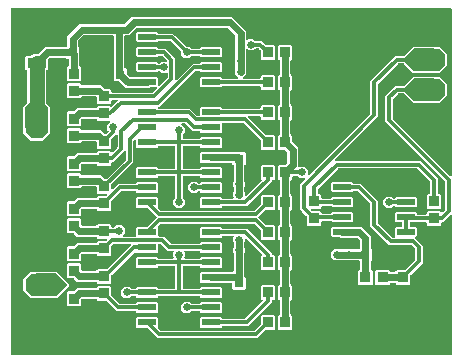
<source format=gtl>
G04 EAGLE Gerber RS-274X export*
G75*
%MOMM*%
%FSLAX34Y34*%
%LPD*%
%INTop Copper*%
%IPPOS*%
%AMOC8*
5,1,8,0,0,1.08239X$1,22.5*%
G01*
%ADD10R,0.800000X0.800000*%
%ADD11R,1.550000X0.600000*%
%ADD12R,1.500000X0.550000*%
%ADD13R,0.950000X0.950000*%
%ADD14P,2.089446X8X292.500000*%
%ADD15R,1.600000X0.900000*%
%ADD16C,0.654000*%
%ADD17C,0.609600*%
%ADD18C,0.304800*%
%ADD19C,1.270000*%

G36*
X376248Y3814D02*
X376248Y3814D01*
X376267Y3812D01*
X376369Y3834D01*
X376471Y3850D01*
X376488Y3860D01*
X376508Y3864D01*
X376597Y3917D01*
X376688Y3966D01*
X376702Y3980D01*
X376719Y3990D01*
X376786Y4069D01*
X376858Y4144D01*
X376866Y4162D01*
X376879Y4177D01*
X376918Y4273D01*
X376961Y4367D01*
X376963Y4387D01*
X376971Y4405D01*
X376989Y4572D01*
X376989Y122290D01*
X376978Y122361D01*
X376976Y122432D01*
X376958Y122481D01*
X376950Y122533D01*
X376916Y122596D01*
X376891Y122663D01*
X376859Y122704D01*
X376834Y122750D01*
X376782Y122799D01*
X376738Y122855D01*
X376694Y122884D01*
X376656Y122919D01*
X376591Y122950D01*
X376531Y122988D01*
X376480Y123001D01*
X376433Y123023D01*
X376362Y123031D01*
X376292Y123048D01*
X376240Y123044D01*
X376189Y123050D01*
X376118Y123035D01*
X376047Y123029D01*
X375999Y123009D01*
X375948Y122998D01*
X375887Y122961D01*
X375821Y122933D01*
X375765Y122888D01*
X375737Y122872D01*
X375722Y122854D01*
X375690Y122828D01*
X371572Y118710D01*
X369563Y116701D01*
X368986Y116701D01*
X368966Y116698D01*
X368947Y116700D01*
X368845Y116678D01*
X368743Y116662D01*
X368726Y116652D01*
X368706Y116648D01*
X368617Y116595D01*
X368526Y116546D01*
X368512Y116532D01*
X368495Y116522D01*
X368428Y116443D01*
X368356Y116368D01*
X368348Y116350D01*
X368335Y116335D01*
X368296Y116239D01*
X368253Y116145D01*
X368251Y116125D01*
X368243Y116107D01*
X368225Y115940D01*
X368225Y114368D01*
X367332Y113475D01*
X356568Y113475D01*
X355675Y114368D01*
X355675Y115940D01*
X355672Y115960D01*
X355674Y115979D01*
X355652Y116081D01*
X355636Y116183D01*
X355626Y116200D01*
X355622Y116220D01*
X355569Y116309D01*
X355520Y116400D01*
X355506Y116414D01*
X355496Y116431D01*
X355417Y116498D01*
X355342Y116570D01*
X355324Y116578D01*
X355309Y116591D01*
X355213Y116630D01*
X355119Y116673D01*
X355099Y116675D01*
X355081Y116683D01*
X354914Y116701D01*
X346923Y116701D01*
X346833Y116687D01*
X346742Y116679D01*
X346712Y116667D01*
X346680Y116662D01*
X346600Y116619D01*
X346516Y116583D01*
X346483Y116557D01*
X346463Y116546D01*
X346441Y116523D01*
X346385Y116478D01*
X346282Y116375D01*
X341960Y116375D01*
X341940Y116372D01*
X341921Y116374D01*
X341819Y116352D01*
X341717Y116336D01*
X341700Y116326D01*
X341680Y116322D01*
X341591Y116269D01*
X341500Y116220D01*
X341486Y116206D01*
X341469Y116196D01*
X341402Y116117D01*
X341330Y116042D01*
X341322Y116024D01*
X341309Y116009D01*
X341270Y115913D01*
X341227Y115819D01*
X341225Y115799D01*
X341217Y115781D01*
X341199Y115614D01*
X341199Y112986D01*
X341202Y112966D01*
X341200Y112947D01*
X341222Y112845D01*
X341238Y112743D01*
X341248Y112726D01*
X341252Y112706D01*
X341305Y112617D01*
X341354Y112526D01*
X341368Y112512D01*
X341378Y112495D01*
X341457Y112428D01*
X341532Y112356D01*
X341550Y112348D01*
X341565Y112335D01*
X341661Y112296D01*
X341755Y112253D01*
X341775Y112251D01*
X341793Y112243D01*
X341960Y112225D01*
X346282Y112225D01*
X347175Y111332D01*
X347175Y104568D01*
X346247Y103641D01*
X346236Y103625D01*
X346220Y103612D01*
X346164Y103525D01*
X346104Y103441D01*
X346098Y103422D01*
X346087Y103405D01*
X346062Y103305D01*
X346031Y103206D01*
X346032Y103186D01*
X346027Y103167D01*
X346035Y103064D01*
X346038Y102960D01*
X346045Y102941D01*
X346046Y102922D01*
X346086Y102827D01*
X346122Y102729D01*
X346135Y102714D01*
X346142Y102695D01*
X346247Y102564D01*
X347442Y101370D01*
X352299Y96513D01*
X352299Y82187D01*
X342148Y72036D01*
X342095Y71962D01*
X342035Y71893D01*
X342023Y71863D01*
X342004Y71836D01*
X341977Y71749D01*
X341943Y71665D01*
X341939Y71624D01*
X341932Y71601D01*
X341933Y71569D01*
X341925Y71498D01*
X341925Y64468D01*
X341032Y63575D01*
X330268Y63575D01*
X329375Y64468D01*
X329375Y64516D01*
X329372Y64536D01*
X329374Y64555D01*
X329352Y64657D01*
X329336Y64759D01*
X329326Y64776D01*
X329322Y64796D01*
X329269Y64885D01*
X329220Y64976D01*
X329206Y64990D01*
X329196Y65007D01*
X329117Y65074D01*
X329042Y65146D01*
X329024Y65154D01*
X329009Y65167D01*
X328913Y65206D01*
X328819Y65249D01*
X328799Y65251D01*
X328781Y65259D01*
X328614Y65277D01*
X325436Y65277D01*
X325416Y65274D01*
X325397Y65276D01*
X325295Y65254D01*
X325193Y65238D01*
X325176Y65228D01*
X325156Y65224D01*
X325067Y65171D01*
X324976Y65122D01*
X324962Y65108D01*
X324945Y65098D01*
X324878Y65019D01*
X324806Y64944D01*
X324798Y64926D01*
X324785Y64911D01*
X324746Y64815D01*
X324703Y64721D01*
X324701Y64701D01*
X324693Y64683D01*
X324675Y64516D01*
X324675Y64468D01*
X323782Y63575D01*
X313018Y63575D01*
X312125Y64468D01*
X312125Y75232D01*
X313018Y76125D01*
X323782Y76125D01*
X324675Y75232D01*
X324675Y75184D01*
X324678Y75164D01*
X324676Y75145D01*
X324698Y75043D01*
X324714Y74941D01*
X324724Y74924D01*
X324728Y74904D01*
X324781Y74815D01*
X324830Y74724D01*
X324844Y74710D01*
X324854Y74693D01*
X324933Y74626D01*
X325008Y74554D01*
X325026Y74546D01*
X325041Y74533D01*
X325137Y74494D01*
X325231Y74451D01*
X325251Y74449D01*
X325269Y74441D01*
X325436Y74423D01*
X328614Y74423D01*
X328634Y74426D01*
X328653Y74424D01*
X328755Y74446D01*
X328857Y74462D01*
X328874Y74472D01*
X328894Y74476D01*
X328983Y74529D01*
X329074Y74578D01*
X329088Y74592D01*
X329105Y74602D01*
X329172Y74681D01*
X329244Y74756D01*
X329252Y74774D01*
X329265Y74789D01*
X329304Y74885D01*
X329347Y74979D01*
X329349Y74999D01*
X329357Y75017D01*
X329375Y75184D01*
X329375Y75232D01*
X330268Y76125D01*
X337298Y76125D01*
X337388Y76139D01*
X337479Y76147D01*
X337509Y76159D01*
X337541Y76164D01*
X337621Y76207D01*
X337705Y76243D01*
X337737Y76269D01*
X337758Y76280D01*
X337762Y76284D01*
X337763Y76284D01*
X337781Y76304D01*
X337836Y76348D01*
X345978Y84490D01*
X346031Y84564D01*
X346091Y84633D01*
X346103Y84663D01*
X346122Y84690D01*
X346149Y84777D01*
X346183Y84861D01*
X346187Y84902D01*
X346194Y84925D01*
X346193Y84957D01*
X346201Y85028D01*
X346201Y93672D01*
X346187Y93762D01*
X346179Y93853D01*
X346167Y93883D01*
X346162Y93915D01*
X346119Y93995D01*
X346083Y94079D01*
X346057Y94111D01*
X346046Y94132D01*
X346023Y94154D01*
X345978Y94210D01*
X343130Y97058D01*
X343056Y97111D01*
X342987Y97171D01*
X342957Y97183D01*
X342930Y97202D01*
X342843Y97229D01*
X342759Y97263D01*
X342718Y97267D01*
X342695Y97274D01*
X342663Y97273D01*
X342592Y97281D01*
X323857Y97281D01*
X308101Y113037D01*
X308101Y131772D01*
X308087Y131862D01*
X308079Y131953D01*
X308067Y131983D01*
X308062Y132015D01*
X308019Y132095D01*
X307983Y132179D01*
X307957Y132211D01*
X307946Y132232D01*
X307923Y132254D01*
X307878Y132310D01*
X297410Y142778D01*
X297336Y142831D01*
X297267Y142891D01*
X297237Y142903D01*
X297210Y142922D01*
X297123Y142949D01*
X297039Y142983D01*
X296998Y142987D01*
X296975Y142994D01*
X296943Y142993D01*
X296872Y143001D01*
X293823Y143001D01*
X293733Y142987D01*
X293642Y142979D01*
X293612Y142967D01*
X293580Y142962D01*
X293499Y142919D01*
X293416Y142883D01*
X293383Y142857D01*
X293363Y142846D01*
X293341Y142823D01*
X293285Y142778D01*
X292282Y141775D01*
X276018Y141775D01*
X275125Y142668D01*
X275125Y149432D01*
X276018Y150325D01*
X292282Y150325D01*
X293285Y149322D01*
X293359Y149269D01*
X293428Y149209D01*
X293458Y149197D01*
X293484Y149178D01*
X293571Y149151D01*
X293656Y149117D01*
X293697Y149113D01*
X293719Y149106D01*
X293752Y149107D01*
X293823Y149099D01*
X299713Y149099D01*
X301722Y147090D01*
X314199Y134613D01*
X314199Y115878D01*
X314213Y115788D01*
X314221Y115697D01*
X314233Y115667D01*
X314238Y115635D01*
X314281Y115555D01*
X314317Y115471D01*
X314343Y115439D01*
X314354Y115418D01*
X314377Y115396D01*
X314422Y115340D01*
X326160Y103602D01*
X326234Y103549D01*
X326303Y103489D01*
X326333Y103477D01*
X326360Y103458D01*
X326447Y103431D01*
X326531Y103397D01*
X326572Y103393D01*
X326595Y103386D01*
X326627Y103387D01*
X326698Y103379D01*
X328477Y103379D01*
X328548Y103390D01*
X328620Y103392D01*
X328669Y103410D01*
X328720Y103418D01*
X328783Y103452D01*
X328851Y103477D01*
X328891Y103509D01*
X328937Y103534D01*
X328987Y103586D01*
X329043Y103630D01*
X329071Y103674D01*
X329107Y103712D01*
X329137Y103777D01*
X329176Y103837D01*
X329188Y103888D01*
X329210Y103935D01*
X329218Y104006D01*
X329236Y104076D01*
X329232Y104128D01*
X329237Y104179D01*
X329222Y104250D01*
X329217Y104321D01*
X329196Y104369D01*
X329185Y104420D01*
X329148Y104481D01*
X329125Y104536D01*
X329125Y111332D01*
X330018Y112225D01*
X334340Y112225D01*
X334360Y112228D01*
X334379Y112226D01*
X334481Y112248D01*
X334583Y112264D01*
X334600Y112274D01*
X334620Y112278D01*
X334709Y112331D01*
X334800Y112380D01*
X334814Y112394D01*
X334831Y112404D01*
X334898Y112483D01*
X334970Y112558D01*
X334978Y112576D01*
X334991Y112591D01*
X335030Y112687D01*
X335073Y112781D01*
X335075Y112801D01*
X335083Y112819D01*
X335101Y112986D01*
X335101Y115614D01*
X335098Y115634D01*
X335100Y115653D01*
X335078Y115755D01*
X335062Y115857D01*
X335052Y115874D01*
X335048Y115894D01*
X334995Y115983D01*
X334946Y116074D01*
X334932Y116088D01*
X334922Y116105D01*
X334843Y116172D01*
X334768Y116244D01*
X334750Y116252D01*
X334735Y116265D01*
X334639Y116304D01*
X334545Y116347D01*
X334525Y116349D01*
X334507Y116357D01*
X334340Y116375D01*
X330018Y116375D01*
X329125Y117268D01*
X329125Y124032D01*
X330018Y124925D01*
X346282Y124925D01*
X347175Y124032D01*
X347175Y123560D01*
X347178Y123540D01*
X347176Y123521D01*
X347198Y123419D01*
X347214Y123317D01*
X347224Y123300D01*
X347228Y123280D01*
X347281Y123191D01*
X347330Y123100D01*
X347344Y123086D01*
X347354Y123069D01*
X347433Y123002D01*
X347508Y122930D01*
X347526Y122922D01*
X347541Y122909D01*
X347637Y122870D01*
X347731Y122827D01*
X347751Y122825D01*
X347769Y122817D01*
X347936Y122799D01*
X354914Y122799D01*
X354934Y122802D01*
X354953Y122800D01*
X355055Y122822D01*
X355157Y122838D01*
X355174Y122848D01*
X355194Y122852D01*
X355283Y122905D01*
X355374Y122954D01*
X355388Y122968D01*
X355405Y122978D01*
X355472Y123057D01*
X355544Y123132D01*
X355552Y123150D01*
X355565Y123165D01*
X355604Y123261D01*
X355647Y123355D01*
X355649Y123375D01*
X355657Y123393D01*
X355675Y123560D01*
X355675Y125132D01*
X356568Y126025D01*
X367332Y126025D01*
X368259Y125097D01*
X368275Y125086D01*
X368288Y125070D01*
X368375Y125014D01*
X368459Y124954D01*
X368478Y124948D01*
X368495Y124937D01*
X368595Y124912D01*
X368694Y124881D01*
X368714Y124882D01*
X368733Y124877D01*
X368836Y124885D01*
X368940Y124888D01*
X368959Y124895D01*
X368978Y124896D01*
X369073Y124936D01*
X369171Y124972D01*
X369186Y124985D01*
X369205Y124992D01*
X369336Y125097D01*
X371378Y127140D01*
X371431Y127214D01*
X371491Y127283D01*
X371503Y127313D01*
X371522Y127340D01*
X371549Y127427D01*
X371583Y127511D01*
X371587Y127552D01*
X371594Y127575D01*
X371593Y127607D01*
X371601Y127678D01*
X371601Y150822D01*
X371587Y150912D01*
X371579Y151003D01*
X371567Y151033D01*
X371562Y151065D01*
X371519Y151145D01*
X371483Y151229D01*
X371457Y151261D01*
X371446Y151282D01*
X371423Y151304D01*
X371378Y151360D01*
X320801Y201937D01*
X320801Y223513D01*
X328937Y231649D01*
X336050Y231649D01*
X336140Y231663D01*
X336231Y231671D01*
X336260Y231683D01*
X336292Y231688D01*
X336373Y231731D01*
X336457Y231767D01*
X336489Y231793D01*
X336510Y231804D01*
X336532Y231827D01*
X336588Y231872D01*
X342930Y238214D01*
X344493Y239777D01*
X366580Y239777D01*
X373127Y233230D01*
X373127Y223970D01*
X366580Y217423D01*
X344493Y217423D01*
X342930Y218986D01*
X336588Y225328D01*
X336514Y225381D01*
X336444Y225441D01*
X336414Y225453D01*
X336388Y225472D01*
X336301Y225499D01*
X336216Y225533D01*
X336175Y225537D01*
X336153Y225544D01*
X336121Y225543D01*
X336050Y225551D01*
X331778Y225551D01*
X331688Y225537D01*
X331597Y225529D01*
X331567Y225517D01*
X331535Y225512D01*
X331455Y225469D01*
X331371Y225433D01*
X331339Y225407D01*
X331318Y225396D01*
X331296Y225373D01*
X331240Y225328D01*
X327122Y221210D01*
X327069Y221136D01*
X327009Y221067D01*
X326997Y221037D01*
X326978Y221010D01*
X326951Y220923D01*
X326917Y220839D01*
X326913Y220798D01*
X326906Y220775D01*
X326907Y220743D01*
X326899Y220672D01*
X326899Y204778D01*
X326902Y204760D01*
X326900Y204741D01*
X326915Y204673D01*
X326921Y204597D01*
X326933Y204567D01*
X326938Y204535D01*
X326949Y204516D01*
X326952Y204501D01*
X326985Y204446D01*
X327017Y204371D01*
X327043Y204339D01*
X327054Y204318D01*
X327072Y204301D01*
X327078Y204290D01*
X327089Y204280D01*
X327122Y204240D01*
X375690Y155672D01*
X375748Y155630D01*
X375800Y155581D01*
X375847Y155559D01*
X375889Y155528D01*
X375958Y155507D01*
X376023Y155477D01*
X376075Y155471D01*
X376125Y155456D01*
X376196Y155458D01*
X376267Y155450D01*
X376318Y155461D01*
X376370Y155462D01*
X376438Y155487D01*
X376508Y155502D01*
X376553Y155529D01*
X376601Y155547D01*
X376657Y155592D01*
X376719Y155628D01*
X376753Y155668D01*
X376793Y155700D01*
X376832Y155761D01*
X376879Y155815D01*
X376898Y155864D01*
X376926Y155907D01*
X376944Y155977D01*
X376971Y156043D01*
X376979Y156115D01*
X376987Y156146D01*
X376985Y156169D01*
X376989Y156210D01*
X376989Y296928D01*
X376986Y296948D01*
X376988Y296967D01*
X376966Y297069D01*
X376950Y297171D01*
X376940Y297188D01*
X376936Y297208D01*
X376883Y297297D01*
X376834Y297388D01*
X376820Y297402D01*
X376810Y297419D01*
X376731Y297486D01*
X376656Y297558D01*
X376638Y297566D01*
X376623Y297579D01*
X376527Y297618D01*
X376433Y297661D01*
X376413Y297663D01*
X376395Y297671D01*
X376228Y297689D01*
X4572Y297689D01*
X4552Y297686D01*
X4533Y297688D01*
X4431Y297666D01*
X4329Y297650D01*
X4312Y297640D01*
X4292Y297636D01*
X4203Y297583D01*
X4112Y297534D01*
X4098Y297520D01*
X4081Y297510D01*
X4014Y297431D01*
X3942Y297356D01*
X3934Y297338D01*
X3921Y297323D01*
X3882Y297227D01*
X3839Y297133D01*
X3837Y297113D01*
X3829Y297095D01*
X3811Y296928D01*
X3811Y4572D01*
X3814Y4552D01*
X3812Y4533D01*
X3834Y4431D01*
X3850Y4329D01*
X3860Y4312D01*
X3864Y4292D01*
X3917Y4203D01*
X3966Y4112D01*
X3980Y4098D01*
X3990Y4081D01*
X4069Y4014D01*
X4144Y3942D01*
X4162Y3934D01*
X4177Y3921D01*
X4273Y3882D01*
X4367Y3839D01*
X4387Y3837D01*
X4405Y3829D01*
X4572Y3811D01*
X376228Y3811D01*
X376248Y3814D01*
G37*
%LPC*%
G36*
X51768Y121625D02*
X51768Y121625D01*
X50875Y122518D01*
X50875Y133282D01*
X51768Y134175D01*
X56643Y134175D01*
X56733Y134189D01*
X56824Y134197D01*
X56853Y134209D01*
X56885Y134214D01*
X56966Y134257D01*
X57050Y134293D01*
X57082Y134319D01*
X57103Y134330D01*
X57125Y134353D01*
X57181Y134398D01*
X59806Y137023D01*
X75514Y137023D01*
X75534Y137026D01*
X75553Y137024D01*
X75655Y137046D01*
X75757Y137062D01*
X75774Y137072D01*
X75794Y137076D01*
X75883Y137129D01*
X75974Y137178D01*
X75988Y137192D01*
X76005Y137202D01*
X76072Y137281D01*
X76144Y137356D01*
X76152Y137374D01*
X76165Y137389D01*
X76204Y137485D01*
X76247Y137579D01*
X76249Y137599D01*
X76257Y137617D01*
X76275Y137784D01*
X76275Y137832D01*
X77168Y138725D01*
X84198Y138725D01*
X84288Y138739D01*
X84379Y138747D01*
X84409Y138759D01*
X84441Y138764D01*
X84521Y138807D01*
X84605Y138843D01*
X84637Y138869D01*
X84658Y138880D01*
X84680Y138903D01*
X84736Y138948D01*
X85164Y139376D01*
X85206Y139434D01*
X85255Y139486D01*
X85277Y139533D01*
X85308Y139575D01*
X85329Y139644D01*
X85359Y139709D01*
X85365Y139761D01*
X85380Y139811D01*
X85378Y139882D01*
X85386Y139953D01*
X85375Y140004D01*
X85374Y140056D01*
X85349Y140124D01*
X85334Y140194D01*
X85307Y140239D01*
X85289Y140287D01*
X85244Y140343D01*
X85208Y140405D01*
X85168Y140439D01*
X85136Y140479D01*
X85075Y140518D01*
X85021Y140565D01*
X84972Y140584D01*
X84929Y140612D01*
X84859Y140630D01*
X84793Y140657D01*
X84721Y140665D01*
X84690Y140673D01*
X84667Y140671D01*
X84626Y140675D01*
X77168Y140675D01*
X76275Y141568D01*
X76275Y146166D01*
X76272Y146185D01*
X76274Y146204D01*
X76274Y146205D01*
X76252Y146307D01*
X76236Y146409D01*
X76226Y146426D01*
X76222Y146446D01*
X76169Y146535D01*
X76120Y146626D01*
X76106Y146640D01*
X76096Y146657D01*
X76017Y146724D01*
X75942Y146796D01*
X75924Y146804D01*
X75909Y146817D01*
X75813Y146856D01*
X75719Y146899D01*
X75699Y146901D01*
X75681Y146909D01*
X75514Y146927D01*
X64186Y146927D01*
X64166Y146924D01*
X64147Y146926D01*
X64045Y146904D01*
X63943Y146888D01*
X63926Y146878D01*
X63906Y146874D01*
X63817Y146821D01*
X63726Y146772D01*
X63712Y146758D01*
X63695Y146748D01*
X63628Y146669D01*
X63556Y146594D01*
X63548Y146576D01*
X63535Y146561D01*
X63496Y146465D01*
X63453Y146371D01*
X63451Y146351D01*
X63443Y146333D01*
X63425Y146166D01*
X63425Y146118D01*
X62532Y145225D01*
X51768Y145225D01*
X50875Y146118D01*
X50875Y156882D01*
X51768Y157775D01*
X62532Y157775D01*
X63425Y156882D01*
X63425Y156834D01*
X63428Y156814D01*
X63426Y156795D01*
X63448Y156693D01*
X63464Y156591D01*
X63474Y156574D01*
X63478Y156554D01*
X63531Y156465D01*
X63580Y156374D01*
X63594Y156360D01*
X63604Y156343D01*
X63683Y156276D01*
X63758Y156204D01*
X63776Y156196D01*
X63791Y156183D01*
X63887Y156144D01*
X63981Y156101D01*
X64001Y156099D01*
X64019Y156091D01*
X64186Y156073D01*
X79894Y156073D01*
X82519Y153448D01*
X82593Y153395D01*
X82663Y153335D01*
X82693Y153323D01*
X82719Y153304D01*
X82806Y153277D01*
X82891Y153243D01*
X82932Y153239D01*
X82954Y153232D01*
X82986Y153233D01*
X83057Y153225D01*
X84198Y153225D01*
X84288Y153239D01*
X84379Y153247D01*
X84409Y153259D01*
X84441Y153264D01*
X84521Y153307D01*
X84605Y153343D01*
X84637Y153369D01*
X84658Y153380D01*
X84680Y153403D01*
X84736Y153448D01*
X100868Y169580D01*
X100921Y169654D01*
X100981Y169723D01*
X100993Y169753D01*
X101012Y169780D01*
X101039Y169867D01*
X101073Y169951D01*
X101077Y169992D01*
X101084Y170015D01*
X101083Y170047D01*
X101091Y170118D01*
X101091Y176592D01*
X101080Y176663D01*
X101078Y176734D01*
X101060Y176783D01*
X101052Y176835D01*
X101018Y176898D01*
X100993Y176965D01*
X100961Y177006D01*
X100936Y177052D01*
X100884Y177101D01*
X100840Y177157D01*
X100796Y177186D01*
X100758Y177221D01*
X100693Y177252D01*
X100633Y177290D01*
X100582Y177303D01*
X100535Y177325D01*
X100464Y177333D01*
X100394Y177350D01*
X100342Y177346D01*
X100291Y177352D01*
X100220Y177337D01*
X100149Y177331D01*
X100101Y177311D01*
X100050Y177300D01*
X99989Y177263D01*
X99923Y177235D01*
X99867Y177190D01*
X99839Y177174D01*
X99824Y177156D01*
X99792Y177130D01*
X98068Y175406D01*
X90163Y167501D01*
X89586Y167501D01*
X89566Y167498D01*
X89547Y167500D01*
X89445Y167478D01*
X89343Y167462D01*
X89326Y167452D01*
X89306Y167448D01*
X89217Y167395D01*
X89126Y167346D01*
X89112Y167332D01*
X89095Y167322D01*
X89028Y167243D01*
X88956Y167168D01*
X88948Y167150D01*
X88935Y167135D01*
X88896Y167039D01*
X88853Y166945D01*
X88851Y166925D01*
X88843Y166907D01*
X88825Y166740D01*
X88825Y165168D01*
X87932Y164275D01*
X77168Y164275D01*
X76275Y165168D01*
X76275Y165216D01*
X76273Y165228D01*
X76274Y165235D01*
X76273Y165242D01*
X76274Y165255D01*
X76252Y165357D01*
X76236Y165459D01*
X76226Y165476D01*
X76222Y165496D01*
X76169Y165585D01*
X76120Y165676D01*
X76106Y165690D01*
X76096Y165707D01*
X76017Y165774D01*
X75942Y165846D01*
X75924Y165854D01*
X75909Y165867D01*
X75813Y165906D01*
X75719Y165949D01*
X75699Y165951D01*
X75681Y165959D01*
X75514Y165977D01*
X64186Y165977D01*
X64166Y165974D01*
X64147Y165976D01*
X64045Y165954D01*
X63943Y165938D01*
X63926Y165928D01*
X63906Y165924D01*
X63817Y165871D01*
X63726Y165822D01*
X63712Y165808D01*
X63695Y165798D01*
X63628Y165719D01*
X63556Y165644D01*
X63548Y165626D01*
X63535Y165611D01*
X63496Y165515D01*
X63453Y165421D01*
X63451Y165401D01*
X63443Y165383D01*
X63425Y165216D01*
X63425Y160618D01*
X62532Y159725D01*
X51768Y159725D01*
X50875Y160618D01*
X50875Y171382D01*
X51768Y172275D01*
X56643Y172275D01*
X56733Y172289D01*
X56824Y172297D01*
X56853Y172309D01*
X56885Y172314D01*
X56966Y172357D01*
X57050Y172393D01*
X57082Y172419D01*
X57103Y172430D01*
X57125Y172453D01*
X57181Y172498D01*
X59806Y175123D01*
X75514Y175123D01*
X75534Y175126D01*
X75553Y175124D01*
X75655Y175146D01*
X75757Y175162D01*
X75774Y175172D01*
X75794Y175176D01*
X75883Y175229D01*
X75974Y175278D01*
X75988Y175292D01*
X76005Y175302D01*
X76072Y175381D01*
X76144Y175456D01*
X76152Y175474D01*
X76165Y175489D01*
X76204Y175585D01*
X76247Y175679D01*
X76249Y175699D01*
X76257Y175717D01*
X76275Y175884D01*
X76275Y175932D01*
X77168Y176825D01*
X87932Y176825D01*
X88859Y175897D01*
X88875Y175886D01*
X88888Y175870D01*
X88975Y175814D01*
X89059Y175754D01*
X89078Y175748D01*
X89095Y175737D01*
X89195Y175712D01*
X89294Y175681D01*
X89314Y175682D01*
X89333Y175677D01*
X89436Y175685D01*
X89540Y175688D01*
X89559Y175695D01*
X89578Y175696D01*
X89673Y175736D01*
X89771Y175772D01*
X89786Y175785D01*
X89805Y175792D01*
X89936Y175897D01*
X93756Y179718D01*
X93809Y179792D01*
X93869Y179861D01*
X93881Y179891D01*
X93900Y179918D01*
X93927Y180005D01*
X93961Y180089D01*
X93965Y180130D01*
X93972Y180153D01*
X93971Y180185D01*
X93979Y180256D01*
X93979Y190330D01*
X93977Y190344D01*
X93978Y190356D01*
X93968Y190406D01*
X93966Y190472D01*
X93948Y190521D01*
X93940Y190573D01*
X93906Y190636D01*
X93881Y190703D01*
X93849Y190744D01*
X93824Y190790D01*
X93772Y190839D01*
X93728Y190895D01*
X93684Y190924D01*
X93646Y190959D01*
X93581Y190990D01*
X93521Y191028D01*
X93470Y191041D01*
X93423Y191063D01*
X93352Y191071D01*
X93282Y191088D01*
X93230Y191084D01*
X93179Y191090D01*
X93108Y191075D01*
X93037Y191069D01*
X92989Y191049D01*
X92938Y191038D01*
X92877Y191001D01*
X92811Y190973D01*
X92756Y190929D01*
X92745Y190923D01*
X92743Y190921D01*
X92727Y190912D01*
X92712Y190894D01*
X92680Y190868D01*
X91210Y189398D01*
X89048Y187236D01*
X88995Y187162D01*
X88935Y187093D01*
X88923Y187063D01*
X88904Y187036D01*
X88877Y186949D01*
X88843Y186865D01*
X88839Y186824D01*
X88832Y186801D01*
X88833Y186769D01*
X88825Y186698D01*
X88825Y179668D01*
X87932Y178775D01*
X77168Y178775D01*
X76275Y179668D01*
X76275Y184266D01*
X76272Y184286D01*
X76274Y184305D01*
X76252Y184407D01*
X76236Y184509D01*
X76226Y184526D01*
X76222Y184546D01*
X76169Y184635D01*
X76120Y184726D01*
X76106Y184740D01*
X76096Y184757D01*
X76017Y184824D01*
X75942Y184896D01*
X75924Y184904D01*
X75909Y184917D01*
X75813Y184956D01*
X75719Y184999D01*
X75699Y185001D01*
X75681Y185009D01*
X75514Y185027D01*
X64186Y185027D01*
X64166Y185024D01*
X64147Y185026D01*
X64045Y185004D01*
X63943Y184988D01*
X63926Y184978D01*
X63906Y184974D01*
X63817Y184921D01*
X63726Y184872D01*
X63712Y184858D01*
X63695Y184848D01*
X63628Y184769D01*
X63556Y184694D01*
X63548Y184676D01*
X63535Y184661D01*
X63496Y184565D01*
X63453Y184471D01*
X63451Y184451D01*
X63443Y184433D01*
X63425Y184266D01*
X63425Y184218D01*
X62532Y183325D01*
X51768Y183325D01*
X50875Y184218D01*
X50875Y194982D01*
X51768Y195875D01*
X62532Y195875D01*
X63425Y194982D01*
X63425Y194934D01*
X63428Y194914D01*
X63426Y194895D01*
X63448Y194793D01*
X63464Y194691D01*
X63474Y194674D01*
X63478Y194654D01*
X63531Y194565D01*
X63580Y194474D01*
X63594Y194460D01*
X63604Y194443D01*
X63683Y194376D01*
X63758Y194304D01*
X63776Y194296D01*
X63791Y194283D01*
X63887Y194244D01*
X63981Y194201D01*
X64001Y194199D01*
X64019Y194191D01*
X64186Y194173D01*
X79894Y194173D01*
X82519Y191548D01*
X82593Y191495D01*
X82663Y191435D01*
X82693Y191423D01*
X82719Y191404D01*
X82806Y191377D01*
X82891Y191343D01*
X82932Y191339D01*
X82954Y191332D01*
X82986Y191333D01*
X83057Y191325D01*
X84198Y191325D01*
X84288Y191339D01*
X84379Y191347D01*
X84409Y191359D01*
X84441Y191364D01*
X84521Y191407D01*
X84605Y191443D01*
X84637Y191469D01*
X84658Y191480D01*
X84680Y191503D01*
X84736Y191548D01*
X86176Y192987D01*
X86187Y193003D01*
X86203Y193016D01*
X86259Y193103D01*
X86319Y193187D01*
X86325Y193206D01*
X86336Y193223D01*
X86361Y193323D01*
X86391Y193422D01*
X86391Y193442D01*
X86396Y193461D01*
X86388Y193564D01*
X86385Y193668D01*
X86378Y193687D01*
X86377Y193706D01*
X86336Y193801D01*
X86301Y193899D01*
X86288Y193914D01*
X86280Y193933D01*
X86176Y194064D01*
X85375Y194864D01*
X85375Y198836D01*
X87615Y201076D01*
X87657Y201134D01*
X87706Y201186D01*
X87728Y201233D01*
X87759Y201275D01*
X87780Y201344D01*
X87810Y201409D01*
X87816Y201461D01*
X87831Y201511D01*
X87829Y201582D01*
X87837Y201653D01*
X87826Y201704D01*
X87825Y201756D01*
X87800Y201824D01*
X87785Y201894D01*
X87758Y201939D01*
X87740Y201987D01*
X87695Y202043D01*
X87658Y202105D01*
X87619Y202139D01*
X87586Y202179D01*
X87526Y202218D01*
X87472Y202265D01*
X87423Y202284D01*
X87379Y202312D01*
X87310Y202330D01*
X87243Y202357D01*
X87172Y202365D01*
X87141Y202373D01*
X87118Y202371D01*
X87077Y202375D01*
X77168Y202375D01*
X76275Y203268D01*
X76275Y203316D01*
X76272Y203336D01*
X76274Y203355D01*
X76252Y203457D01*
X76236Y203559D01*
X76226Y203576D01*
X76222Y203596D01*
X76169Y203685D01*
X76120Y203776D01*
X76106Y203790D01*
X76096Y203807D01*
X76017Y203874D01*
X75942Y203946D01*
X75924Y203954D01*
X75909Y203967D01*
X75813Y204006D01*
X75719Y204049D01*
X75699Y204051D01*
X75681Y204059D01*
X75514Y204077D01*
X64186Y204077D01*
X64166Y204074D01*
X64147Y204076D01*
X64045Y204054D01*
X63943Y204038D01*
X63926Y204028D01*
X63906Y204024D01*
X63817Y203971D01*
X63726Y203922D01*
X63712Y203908D01*
X63695Y203898D01*
X63628Y203819D01*
X63556Y203744D01*
X63548Y203726D01*
X63535Y203711D01*
X63496Y203615D01*
X63453Y203521D01*
X63451Y203501D01*
X63443Y203483D01*
X63425Y203316D01*
X63425Y198718D01*
X62532Y197825D01*
X51768Y197825D01*
X50875Y198718D01*
X50875Y209482D01*
X51768Y210375D01*
X56643Y210375D01*
X56733Y210389D01*
X56824Y210397D01*
X56853Y210409D01*
X56885Y210414D01*
X56966Y210457D01*
X57050Y210493D01*
X57082Y210519D01*
X57103Y210530D01*
X57125Y210553D01*
X57181Y210598D01*
X59806Y213223D01*
X75514Y213223D01*
X75534Y213226D01*
X75553Y213224D01*
X75655Y213246D01*
X75757Y213262D01*
X75774Y213272D01*
X75794Y213276D01*
X75883Y213329D01*
X75974Y213378D01*
X75988Y213392D01*
X76005Y213402D01*
X76072Y213481D01*
X76144Y213556D01*
X76152Y213574D01*
X76165Y213589D01*
X76204Y213685D01*
X76247Y213779D01*
X76249Y213799D01*
X76257Y213817D01*
X76275Y213984D01*
X76275Y214032D01*
X77168Y214925D01*
X87932Y214925D01*
X88409Y214447D01*
X88425Y214436D01*
X88438Y214420D01*
X88525Y214364D01*
X88609Y214304D01*
X88628Y214298D01*
X88645Y214287D01*
X88745Y214262D01*
X88844Y214231D01*
X88864Y214232D01*
X88883Y214227D01*
X88986Y214235D01*
X89090Y214238D01*
X89109Y214245D01*
X89128Y214246D01*
X89223Y214286D01*
X89321Y214322D01*
X89336Y214335D01*
X89355Y214342D01*
X89486Y214447D01*
X93840Y218802D01*
X93882Y218860D01*
X93931Y218912D01*
X93953Y218959D01*
X93984Y219001D01*
X94005Y219070D01*
X94035Y219135D01*
X94041Y219187D01*
X94056Y219237D01*
X94054Y219308D01*
X94062Y219379D01*
X94051Y219430D01*
X94050Y219482D01*
X94025Y219550D01*
X94010Y219620D01*
X93983Y219664D01*
X93965Y219713D01*
X93920Y219769D01*
X93884Y219831D01*
X93844Y219865D01*
X93812Y219905D01*
X93751Y219944D01*
X93697Y219991D01*
X93648Y220010D01*
X93605Y220038D01*
X93535Y220056D01*
X93469Y220083D01*
X93397Y220091D01*
X93366Y220099D01*
X93343Y220097D01*
X93302Y220101D01*
X89586Y220101D01*
X89566Y220098D01*
X89547Y220100D01*
X89445Y220078D01*
X89343Y220062D01*
X89326Y220052D01*
X89306Y220048D01*
X89217Y219995D01*
X89126Y219946D01*
X89112Y219932D01*
X89095Y219922D01*
X89028Y219843D01*
X88956Y219768D01*
X88948Y219750D01*
X88935Y219735D01*
X88896Y219639D01*
X88853Y219545D01*
X88851Y219525D01*
X88843Y219507D01*
X88825Y219340D01*
X88825Y217768D01*
X87932Y216875D01*
X77168Y216875D01*
X76275Y217768D01*
X76275Y222366D01*
X76272Y222386D01*
X76274Y222405D01*
X76252Y222507D01*
X76236Y222609D01*
X76226Y222626D01*
X76222Y222646D01*
X76169Y222735D01*
X76120Y222826D01*
X76106Y222840D01*
X76096Y222857D01*
X76017Y222924D01*
X75942Y222996D01*
X75924Y223004D01*
X75909Y223017D01*
X75813Y223056D01*
X75719Y223099D01*
X75699Y223101D01*
X75681Y223109D01*
X75514Y223127D01*
X64186Y223127D01*
X64166Y223124D01*
X64147Y223126D01*
X64045Y223104D01*
X63943Y223088D01*
X63926Y223078D01*
X63906Y223074D01*
X63817Y223021D01*
X63726Y222972D01*
X63712Y222958D01*
X63695Y222948D01*
X63628Y222869D01*
X63556Y222794D01*
X63548Y222776D01*
X63535Y222761D01*
X63496Y222665D01*
X63453Y222571D01*
X63451Y222551D01*
X63443Y222533D01*
X63425Y222366D01*
X63425Y222318D01*
X62532Y221425D01*
X51768Y221425D01*
X50875Y222318D01*
X50875Y233082D01*
X51768Y233975D01*
X62532Y233975D01*
X63425Y233082D01*
X63425Y233034D01*
X63428Y233014D01*
X63426Y232995D01*
X63448Y232893D01*
X63464Y232791D01*
X63474Y232774D01*
X63478Y232754D01*
X63531Y232665D01*
X63580Y232574D01*
X63594Y232560D01*
X63604Y232543D01*
X63683Y232476D01*
X63758Y232404D01*
X63776Y232396D01*
X63791Y232383D01*
X63887Y232344D01*
X63981Y232301D01*
X64001Y232299D01*
X64019Y232291D01*
X64186Y232273D01*
X79894Y232273D01*
X82519Y229648D01*
X82593Y229595D01*
X82663Y229535D01*
X82693Y229523D01*
X82719Y229504D01*
X82806Y229477D01*
X82891Y229443D01*
X82932Y229439D01*
X82954Y229432D01*
X82986Y229433D01*
X83057Y229425D01*
X87932Y229425D01*
X88825Y228532D01*
X88825Y226960D01*
X88828Y226940D01*
X88826Y226921D01*
X88848Y226819D01*
X88864Y226717D01*
X88874Y226700D01*
X88878Y226680D01*
X88931Y226591D01*
X88980Y226500D01*
X88994Y226486D01*
X89004Y226469D01*
X89083Y226402D01*
X89158Y226330D01*
X89176Y226322D01*
X89191Y226309D01*
X89287Y226270D01*
X89381Y226227D01*
X89401Y226225D01*
X89419Y226217D01*
X89586Y226199D01*
X123666Y226199D01*
X123756Y226213D01*
X123847Y226221D01*
X123877Y226233D01*
X123909Y226238D01*
X123989Y226281D01*
X124073Y226317D01*
X124106Y226343D01*
X124126Y226354D01*
X124148Y226377D01*
X124204Y226422D01*
X127158Y229376D01*
X127200Y229434D01*
X127250Y229486D01*
X127272Y229533D01*
X127302Y229575D01*
X127323Y229644D01*
X127353Y229709D01*
X127359Y229761D01*
X127374Y229811D01*
X127372Y229882D01*
X127380Y229953D01*
X127369Y230004D01*
X127368Y230056D01*
X127343Y230124D01*
X127328Y230194D01*
X127301Y230239D01*
X127283Y230287D01*
X127239Y230343D01*
X127202Y230405D01*
X127162Y230439D01*
X127130Y230479D01*
X127069Y230518D01*
X127015Y230565D01*
X126967Y230584D01*
X126923Y230612D01*
X126853Y230630D01*
X126787Y230657D01*
X126715Y230665D01*
X126684Y230673D01*
X126661Y230671D01*
X126620Y230675D01*
X121557Y230675D01*
X121467Y230661D01*
X121376Y230653D01*
X121347Y230641D01*
X121315Y230636D01*
X121234Y230593D01*
X121150Y230557D01*
X121118Y230531D01*
X121097Y230520D01*
X121086Y230509D01*
X121085Y230508D01*
X121073Y230495D01*
X121019Y230452D01*
X120944Y230377D01*
X100856Y230377D01*
X95681Y235552D01*
X95607Y235605D01*
X95537Y235665D01*
X95507Y235677D01*
X95481Y235696D01*
X95394Y235723D01*
X95309Y235757D01*
X95268Y235761D01*
X95246Y235768D01*
X95214Y235767D01*
X95143Y235775D01*
X91768Y235775D01*
X90875Y236668D01*
X90875Y240043D01*
X90861Y240133D01*
X90853Y240224D01*
X90841Y240253D01*
X90836Y240285D01*
X90793Y240366D01*
X90757Y240450D01*
X90731Y240482D01*
X90720Y240503D01*
X90697Y240525D01*
X90677Y240550D01*
X90677Y274066D01*
X90675Y274081D01*
X90676Y274094D01*
X90675Y274098D01*
X90676Y274105D01*
X90654Y274207D01*
X90638Y274309D01*
X90628Y274326D01*
X90624Y274346D01*
X90571Y274435D01*
X90522Y274526D01*
X90508Y274540D01*
X90498Y274557D01*
X90419Y274624D01*
X90344Y274696D01*
X90326Y274704D01*
X90311Y274717D01*
X90215Y274756D01*
X90121Y274799D01*
X90101Y274801D01*
X90083Y274809D01*
X89916Y274827D01*
X65709Y274827D01*
X65619Y274813D01*
X65528Y274805D01*
X65499Y274793D01*
X65467Y274788D01*
X65386Y274745D01*
X65302Y274709D01*
X65270Y274683D01*
X65249Y274672D01*
X65239Y274662D01*
X65238Y274661D01*
X65225Y274647D01*
X65171Y274604D01*
X60796Y270229D01*
X60743Y270155D01*
X60683Y270085D01*
X60671Y270055D01*
X60652Y270029D01*
X60625Y269942D01*
X60591Y269857D01*
X60587Y269816D01*
X60580Y269794D01*
X60581Y269762D01*
X60573Y269691D01*
X60573Y266249D01*
X60587Y266159D01*
X60595Y266068D01*
X60607Y266038D01*
X60612Y266006D01*
X60655Y265925D01*
X60691Y265842D01*
X60717Y265809D01*
X60728Y265789D01*
X60751Y265767D01*
X60796Y265711D01*
X61525Y264982D01*
X61525Y261607D01*
X61539Y261517D01*
X61547Y261426D01*
X61559Y261397D01*
X61564Y261365D01*
X61607Y261284D01*
X61643Y261200D01*
X61669Y261168D01*
X61680Y261147D01*
X61703Y261125D01*
X61723Y261100D01*
X61723Y249236D01*
X61726Y249216D01*
X61724Y249197D01*
X61746Y249095D01*
X61762Y248993D01*
X61772Y248976D01*
X61776Y248956D01*
X61829Y248867D01*
X61878Y248776D01*
X61892Y248762D01*
X61902Y248745D01*
X61981Y248678D01*
X62056Y248606D01*
X62074Y248598D01*
X62089Y248585D01*
X62185Y248546D01*
X62279Y248503D01*
X62299Y248501D01*
X62317Y248493D01*
X62484Y248475D01*
X62532Y248475D01*
X63425Y247582D01*
X63425Y236818D01*
X62532Y235925D01*
X51768Y235925D01*
X50875Y236818D01*
X50875Y247582D01*
X51768Y248475D01*
X51816Y248475D01*
X51836Y248478D01*
X51855Y248476D01*
X51957Y248498D01*
X52059Y248514D01*
X52076Y248524D01*
X52096Y248528D01*
X52185Y248581D01*
X52276Y248630D01*
X52290Y248644D01*
X52307Y248654D01*
X52374Y248733D01*
X52446Y248808D01*
X52454Y248826D01*
X52467Y248841D01*
X52506Y248937D01*
X52549Y249031D01*
X52551Y249051D01*
X52559Y249069D01*
X52577Y249236D01*
X52577Y254064D01*
X52574Y254084D01*
X52576Y254103D01*
X52554Y254205D01*
X52538Y254307D01*
X52528Y254324D01*
X52524Y254344D01*
X52471Y254433D01*
X52422Y254524D01*
X52408Y254538D01*
X52398Y254555D01*
X52319Y254622D01*
X52244Y254694D01*
X52226Y254702D01*
X52211Y254715D01*
X52115Y254754D01*
X52021Y254797D01*
X52001Y254799D01*
X51983Y254807D01*
X51816Y254825D01*
X51368Y254825D01*
X50639Y255554D01*
X50565Y255607D01*
X50496Y255667D01*
X50466Y255679D01*
X50440Y255698D01*
X50353Y255725D01*
X50268Y255759D01*
X50227Y255763D01*
X50205Y255770D01*
X50172Y255769D01*
X50101Y255777D01*
X36759Y255777D01*
X36669Y255763D01*
X36578Y255755D01*
X36549Y255743D01*
X36517Y255738D01*
X36436Y255695D01*
X36352Y255659D01*
X36320Y255633D01*
X36299Y255622D01*
X36277Y255599D01*
X36221Y255554D01*
X35148Y254481D01*
X35095Y254407D01*
X35035Y254337D01*
X35023Y254307D01*
X35004Y254281D01*
X34977Y254194D01*
X34943Y254109D01*
X34939Y254068D01*
X34932Y254046D01*
X34933Y254014D01*
X34925Y253943D01*
X34925Y246068D01*
X34031Y245174D01*
X34016Y245172D01*
X33997Y245174D01*
X33895Y245152D01*
X33793Y245136D01*
X33776Y245126D01*
X33756Y245122D01*
X33667Y245069D01*
X33576Y245020D01*
X33562Y245006D01*
X33545Y244996D01*
X33478Y244917D01*
X33406Y244842D01*
X33398Y244824D01*
X33385Y244809D01*
X33346Y244713D01*
X33303Y244619D01*
X33301Y244599D01*
X33293Y244581D01*
X33275Y244414D01*
X33275Y217924D01*
X33289Y217834D01*
X33297Y217743D01*
X33309Y217714D01*
X33314Y217682D01*
X33357Y217601D01*
X33393Y217517D01*
X33419Y217485D01*
X33430Y217464D01*
X33453Y217442D01*
X33498Y217386D01*
X35014Y215870D01*
X36577Y214307D01*
X36577Y192220D01*
X30030Y185673D01*
X20770Y185673D01*
X14223Y192220D01*
X14223Y214307D01*
X17302Y217386D01*
X17355Y217460D01*
X17415Y217530D01*
X17427Y217560D01*
X17446Y217586D01*
X17473Y217673D01*
X17507Y217758D01*
X17511Y217799D01*
X17518Y217821D01*
X17517Y217853D01*
X17525Y217924D01*
X17525Y244414D01*
X17522Y244434D01*
X17524Y244453D01*
X17502Y244555D01*
X17486Y244657D01*
X17476Y244674D01*
X17472Y244694D01*
X17419Y244783D01*
X17370Y244874D01*
X17356Y244888D01*
X17346Y244905D01*
X17267Y244972D01*
X17192Y245044D01*
X17174Y245052D01*
X17159Y245065D01*
X17063Y245104D01*
X16969Y245147D01*
X16949Y245149D01*
X16931Y245157D01*
X16769Y245175D01*
X15875Y246068D01*
X15875Y256332D01*
X16768Y257225D01*
X19973Y257225D01*
X20063Y257239D01*
X20154Y257247D01*
X20184Y257259D01*
X20216Y257264D01*
X20296Y257307D01*
X20380Y257343D01*
X20412Y257369D01*
X20433Y257380D01*
X20455Y257403D01*
X20511Y257448D01*
X20939Y257876D01*
X23834Y259075D01*
X26493Y259075D01*
X26583Y259089D01*
X26674Y259097D01*
X26703Y259109D01*
X26735Y259114D01*
X26816Y259157D01*
X26900Y259193D01*
X26932Y259219D01*
X26953Y259230D01*
X26975Y259253D01*
X27031Y259298D01*
X32656Y264923D01*
X50101Y264923D01*
X50191Y264937D01*
X50282Y264945D01*
X50312Y264957D01*
X50344Y264962D01*
X50424Y265005D01*
X50508Y265041D01*
X50541Y265067D01*
X50561Y265078D01*
X50583Y265101D01*
X50639Y265146D01*
X51204Y265711D01*
X51258Y265785D01*
X51317Y265854D01*
X51329Y265884D01*
X51348Y265910D01*
X51375Y265997D01*
X51409Y266082D01*
X51413Y266123D01*
X51420Y266145D01*
X51419Y266178D01*
X51427Y266249D01*
X51427Y273794D01*
X58704Y281071D01*
X61606Y283973D01*
X99391Y283973D01*
X99481Y283987D01*
X99572Y283995D01*
X99601Y284007D01*
X99633Y284012D01*
X99714Y284055D01*
X99798Y284091D01*
X99830Y284117D01*
X99851Y284128D01*
X99873Y284151D01*
X99929Y284196D01*
X103154Y287421D01*
X106056Y290323D01*
X191124Y290323D01*
X202693Y278754D01*
X202693Y271001D01*
X202695Y270985D01*
X202694Y270970D01*
X202705Y270920D01*
X202706Y270859D01*
X202724Y270810D01*
X202732Y270759D01*
X202745Y270735D01*
X202746Y270730D01*
X202761Y270704D01*
X202766Y270695D01*
X202791Y270628D01*
X202823Y270587D01*
X202848Y270541D01*
X202900Y270492D01*
X202944Y270436D01*
X202988Y270408D01*
X203026Y270372D01*
X203091Y270342D01*
X203151Y270303D01*
X203202Y270290D01*
X203249Y270268D01*
X203320Y270260D01*
X203390Y270243D01*
X203442Y270247D01*
X203493Y270241D01*
X203564Y270256D01*
X203635Y270262D01*
X203683Y270282D01*
X203734Y270293D01*
X203795Y270330D01*
X203861Y270358D01*
X203908Y270395D01*
X203922Y270403D01*
X203929Y270410D01*
X203945Y270420D01*
X203960Y270437D01*
X203992Y270463D01*
X205024Y271495D01*
X208996Y271495D01*
X210519Y269972D01*
X210593Y269919D01*
X210662Y269859D01*
X210693Y269847D01*
X210719Y269828D01*
X210806Y269801D01*
X210891Y269767D01*
X210932Y269763D01*
X210954Y269756D01*
X210986Y269757D01*
X211057Y269749D01*
X216263Y269749D01*
X219164Y266848D01*
X219238Y266795D01*
X219307Y266735D01*
X219337Y266723D01*
X219364Y266704D01*
X219451Y266677D01*
X219535Y266643D01*
X219576Y266639D01*
X219599Y266632D01*
X219631Y266633D01*
X219702Y266625D01*
X226732Y266625D01*
X227625Y265732D01*
X227625Y254968D01*
X226732Y254075D01*
X215968Y254075D01*
X215075Y254968D01*
X215075Y261998D01*
X215061Y262088D01*
X215053Y262179D01*
X215041Y262209D01*
X215036Y262241D01*
X214993Y262321D01*
X214957Y262405D01*
X214931Y262437D01*
X214920Y262458D01*
X214897Y262480D01*
X214852Y262536D01*
X213960Y263428D01*
X213886Y263481D01*
X213817Y263541D01*
X213787Y263553D01*
X213760Y263572D01*
X213673Y263599D01*
X213589Y263633D01*
X213548Y263637D01*
X213525Y263644D01*
X213493Y263643D01*
X213422Y263651D01*
X211057Y263651D01*
X210967Y263637D01*
X210876Y263629D01*
X210847Y263617D01*
X210815Y263612D01*
X210734Y263569D01*
X210650Y263533D01*
X210618Y263507D01*
X210597Y263496D01*
X210575Y263473D01*
X210519Y263428D01*
X208996Y261905D01*
X205024Y261905D01*
X203992Y262937D01*
X203934Y262979D01*
X203882Y263028D01*
X203835Y263050D01*
X203793Y263081D01*
X203724Y263102D01*
X203659Y263132D01*
X203607Y263138D01*
X203557Y263153D01*
X203486Y263151D01*
X203415Y263159D01*
X203364Y263148D01*
X203312Y263147D01*
X203244Y263122D01*
X203174Y263107D01*
X203129Y263080D01*
X203081Y263062D01*
X203025Y263017D01*
X202963Y262980D01*
X202929Y262941D01*
X202889Y262908D01*
X202850Y262848D01*
X202803Y262794D01*
X202784Y262745D01*
X202756Y262701D01*
X202738Y262632D01*
X202711Y262565D01*
X202703Y262494D01*
X202695Y262463D01*
X202697Y262440D01*
X202693Y262399D01*
X202693Y255253D01*
X202707Y255163D01*
X202715Y255072D01*
X202727Y255042D01*
X202732Y255011D01*
X202775Y254930D01*
X202811Y254846D01*
X202837Y254814D01*
X202848Y254793D01*
X202871Y254771D01*
X202915Y254716D01*
X202915Y250744D01*
X202863Y250671D01*
X202803Y250602D01*
X202791Y250572D01*
X202772Y250545D01*
X202745Y250458D01*
X202711Y250373D01*
X202707Y250333D01*
X202700Y250310D01*
X202701Y250278D01*
X202693Y250207D01*
X202693Y246363D01*
X202707Y246273D01*
X202715Y246182D01*
X202727Y246153D01*
X202732Y246121D01*
X202775Y246040D01*
X202811Y245956D01*
X202837Y245924D01*
X202848Y245903D01*
X202871Y245881D01*
X202915Y245826D01*
X202915Y241854D01*
X200359Y239298D01*
X200317Y239240D01*
X200268Y239188D01*
X200246Y239141D01*
X200215Y239099D01*
X200194Y239030D01*
X200164Y238965D01*
X200158Y238913D01*
X200143Y238863D01*
X200145Y238792D01*
X200137Y238721D01*
X200148Y238670D01*
X200149Y238618D01*
X200174Y238550D01*
X200189Y238480D01*
X200216Y238435D01*
X200234Y238387D01*
X200279Y238331D01*
X200316Y238269D01*
X200355Y238235D01*
X200388Y238195D01*
X200448Y238156D01*
X200502Y238109D01*
X200551Y238090D01*
X200595Y238062D01*
X200664Y238044D01*
X200731Y238017D01*
X200802Y238009D01*
X200833Y238001D01*
X200856Y238003D01*
X200897Y237999D01*
X214314Y237999D01*
X214334Y238002D01*
X214353Y238000D01*
X214455Y238022D01*
X214557Y238038D01*
X214574Y238048D01*
X214594Y238052D01*
X214683Y238105D01*
X214774Y238154D01*
X214788Y238168D01*
X214805Y238178D01*
X214872Y238257D01*
X214944Y238332D01*
X214952Y238350D01*
X214965Y238365D01*
X215004Y238461D01*
X215047Y238555D01*
X215049Y238575D01*
X215057Y238593D01*
X215075Y238760D01*
X215075Y240332D01*
X215968Y241225D01*
X226732Y241225D01*
X227625Y240332D01*
X227625Y229568D01*
X226732Y228675D01*
X215968Y228675D01*
X215075Y229568D01*
X215075Y231140D01*
X215072Y231160D01*
X215074Y231179D01*
X215052Y231281D01*
X215036Y231383D01*
X215026Y231400D01*
X215022Y231420D01*
X214969Y231509D01*
X214920Y231600D01*
X214906Y231614D01*
X214896Y231631D01*
X214817Y231698D01*
X214742Y231770D01*
X214724Y231778D01*
X214709Y231791D01*
X214613Y231830D01*
X214519Y231873D01*
X214499Y231875D01*
X214481Y231883D01*
X214314Y231901D01*
X182723Y231901D01*
X182633Y231887D01*
X182542Y231879D01*
X182512Y231867D01*
X182480Y231862D01*
X182399Y231819D01*
X182316Y231783D01*
X182283Y231757D01*
X182263Y231746D01*
X182241Y231723D01*
X182185Y231678D01*
X181182Y230675D01*
X164918Y230675D01*
X164025Y231568D01*
X164025Y238332D01*
X164918Y239225D01*
X181182Y239225D01*
X182185Y238222D01*
X182259Y238169D01*
X182328Y238109D01*
X182358Y238097D01*
X182384Y238078D01*
X182471Y238051D01*
X182556Y238017D01*
X182597Y238013D01*
X182619Y238006D01*
X182652Y238007D01*
X182723Y237999D01*
X195343Y237999D01*
X195413Y238010D01*
X195485Y238012D01*
X195534Y238030D01*
X195585Y238038D01*
X195649Y238072D01*
X195716Y238097D01*
X195757Y238129D01*
X195803Y238154D01*
X195852Y238206D01*
X195908Y238250D01*
X195936Y238294D01*
X195972Y238332D01*
X196002Y238397D01*
X196041Y238457D01*
X196054Y238508D01*
X196076Y238555D01*
X196084Y238626D01*
X196101Y238696D01*
X196097Y238748D01*
X196103Y238799D01*
X196088Y238870D01*
X196082Y238941D01*
X196062Y238989D01*
X196051Y239040D01*
X196014Y239101D01*
X195986Y239167D01*
X195941Y239223D01*
X195924Y239251D01*
X195907Y239266D01*
X195881Y239298D01*
X193325Y241854D01*
X193325Y245826D01*
X193377Y245899D01*
X193437Y245968D01*
X193449Y245999D01*
X193468Y246025D01*
X193495Y246112D01*
X193529Y246197D01*
X193533Y246238D01*
X193540Y246260D01*
X193539Y246292D01*
X193547Y246363D01*
X193547Y250207D01*
X193533Y250297D01*
X193525Y250388D01*
X193513Y250418D01*
X193508Y250449D01*
X193465Y250530D01*
X193429Y250614D01*
X193403Y250646D01*
X193392Y250667D01*
X193369Y250689D01*
X193325Y250744D01*
X193325Y254716D01*
X193377Y254789D01*
X193437Y254858D01*
X193449Y254888D01*
X193468Y254915D01*
X193495Y255002D01*
X193529Y255087D01*
X193533Y255127D01*
X193540Y255150D01*
X193539Y255182D01*
X193547Y255253D01*
X193547Y274651D01*
X193533Y274741D01*
X193525Y274832D01*
X193513Y274861D01*
X193508Y274893D01*
X193465Y274974D01*
X193429Y275058D01*
X193403Y275090D01*
X193392Y275111D01*
X193369Y275133D01*
X193324Y275189D01*
X187559Y280954D01*
X187485Y281007D01*
X187415Y281067D01*
X187385Y281079D01*
X187359Y281098D01*
X187272Y281125D01*
X187187Y281159D01*
X187146Y281163D01*
X187124Y281170D01*
X187092Y281169D01*
X187021Y281177D01*
X110159Y281177D01*
X110069Y281163D01*
X109978Y281155D01*
X109949Y281143D01*
X109917Y281138D01*
X109836Y281095D01*
X109752Y281059D01*
X109720Y281033D01*
X109699Y281022D01*
X109677Y280999D01*
X109621Y280954D01*
X106396Y277729D01*
X103494Y274827D01*
X100584Y274827D01*
X100564Y274824D01*
X100545Y274826D01*
X100443Y274804D01*
X100341Y274788D01*
X100324Y274778D01*
X100304Y274774D01*
X100215Y274721D01*
X100124Y274672D01*
X100110Y274658D01*
X100093Y274648D01*
X100026Y274569D01*
X99954Y274494D01*
X99946Y274476D01*
X99933Y274461D01*
X99894Y274365D01*
X99851Y274271D01*
X99849Y274251D01*
X99841Y274233D01*
X99823Y274066D01*
X99823Y247586D01*
X99826Y247566D01*
X99824Y247547D01*
X99846Y247445D01*
X99862Y247343D01*
X99872Y247326D01*
X99876Y247306D01*
X99929Y247217D01*
X99978Y247126D01*
X99992Y247112D01*
X100002Y247095D01*
X100081Y247028D01*
X100156Y246956D01*
X100174Y246948D01*
X100189Y246935D01*
X100285Y246896D01*
X100379Y246853D01*
X100399Y246851D01*
X100417Y246843D01*
X100584Y246825D01*
X101032Y246825D01*
X101925Y245932D01*
X101925Y242557D01*
X101939Y242467D01*
X101947Y242376D01*
X101959Y242347D01*
X101964Y242315D01*
X102007Y242234D01*
X102043Y242150D01*
X102069Y242118D01*
X102080Y242097D01*
X102103Y242075D01*
X102148Y242019D01*
X104421Y239746D01*
X104495Y239693D01*
X104565Y239633D01*
X104595Y239621D01*
X104621Y239602D01*
X104708Y239575D01*
X104793Y239541D01*
X104834Y239537D01*
X104856Y239530D01*
X104888Y239531D01*
X104959Y239523D01*
X120944Y239523D01*
X121019Y239448D01*
X121093Y239395D01*
X121163Y239335D01*
X121193Y239323D01*
X121219Y239304D01*
X121306Y239277D01*
X121391Y239243D01*
X121432Y239239D01*
X121454Y239232D01*
X121486Y239233D01*
X121557Y239225D01*
X127182Y239225D01*
X128075Y238332D01*
X128075Y232130D01*
X128086Y232059D01*
X128088Y231987D01*
X128106Y231939D01*
X128114Y231887D01*
X128148Y231824D01*
X128173Y231756D01*
X128205Y231716D01*
X128230Y231670D01*
X128282Y231620D01*
X128326Y231564D01*
X128370Y231536D01*
X128408Y231500D01*
X128473Y231470D01*
X128533Y231431D01*
X128584Y231419D01*
X128631Y231397D01*
X128702Y231389D01*
X128772Y231371D01*
X128824Y231375D01*
X128875Y231370D01*
X128946Y231385D01*
X129017Y231391D01*
X129065Y231411D01*
X129116Y231422D01*
X129177Y231459D01*
X129243Y231487D01*
X129299Y231532D01*
X129327Y231548D01*
X129342Y231566D01*
X129374Y231592D01*
X136370Y238588D01*
X136424Y238662D01*
X136483Y238731D01*
X136495Y238761D01*
X136514Y238788D01*
X136541Y238874D01*
X136575Y238959D01*
X136579Y239000D01*
X136586Y239023D01*
X136585Y239055D01*
X136593Y239126D01*
X136593Y242301D01*
X136582Y242371D01*
X136580Y242443D01*
X136562Y242492D01*
X136554Y242543D01*
X136520Y242607D01*
X136495Y242674D01*
X136463Y242715D01*
X136439Y242761D01*
X136387Y242810D01*
X136342Y242866D01*
X136298Y242894D01*
X136260Y242930D01*
X136195Y242960D01*
X136135Y242999D01*
X136084Y243012D01*
X136037Y243034D01*
X135966Y243042D01*
X135896Y243059D01*
X135844Y243055D01*
X135793Y243061D01*
X135723Y243046D01*
X135651Y243040D01*
X135603Y243020D01*
X135552Y243009D01*
X135491Y242972D01*
X135425Y242944D01*
X135369Y242899D01*
X135341Y242882D01*
X135326Y242865D01*
X135314Y242855D01*
X131338Y242855D01*
X129815Y244378D01*
X129741Y244431D01*
X129672Y244491D01*
X129641Y244503D01*
X129615Y244522D01*
X129528Y244549D01*
X129443Y244583D01*
X129403Y244587D01*
X129380Y244594D01*
X129348Y244593D01*
X129277Y244601D01*
X128723Y244601D01*
X128633Y244587D01*
X128542Y244579D01*
X128512Y244567D01*
X128480Y244562D01*
X128399Y244519D01*
X128316Y244483D01*
X128283Y244457D01*
X128263Y244446D01*
X128241Y244423D01*
X128185Y244378D01*
X127182Y243375D01*
X110918Y243375D01*
X110025Y244268D01*
X110025Y251032D01*
X110918Y251925D01*
X127182Y251925D01*
X128185Y250922D01*
X128259Y250869D01*
X128328Y250809D01*
X128358Y250797D01*
X128384Y250778D01*
X128471Y250751D01*
X128556Y250717D01*
X128597Y250713D01*
X128619Y250706D01*
X128652Y250707D01*
X128723Y250699D01*
X129277Y250699D01*
X129367Y250713D01*
X129458Y250721D01*
X129488Y250733D01*
X129520Y250738D01*
X129600Y250781D01*
X129684Y250817D01*
X129716Y250843D01*
X129737Y250854D01*
X129759Y250877D01*
X129815Y250922D01*
X131338Y252445D01*
X135106Y252445D01*
X135177Y252456D01*
X135248Y252458D01*
X135297Y252476D01*
X135349Y252484D01*
X135412Y252518D01*
X135479Y252543D01*
X135520Y252575D01*
X135566Y252600D01*
X135615Y252652D01*
X135671Y252696D01*
X135700Y252740D01*
X135735Y252778D01*
X135766Y252843D01*
X135804Y252903D01*
X135817Y252954D01*
X135839Y253001D01*
X135847Y253072D01*
X135864Y253142D01*
X135860Y253194D01*
X135866Y253245D01*
X135851Y253316D01*
X135845Y253387D01*
X135825Y253435D01*
X135814Y253486D01*
X135777Y253547D01*
X135749Y253613D01*
X135704Y253669D01*
X135688Y253697D01*
X135670Y253712D01*
X135644Y253744D01*
X132310Y257078D01*
X132236Y257131D01*
X132167Y257191D01*
X132137Y257203D01*
X132110Y257222D01*
X132023Y257249D01*
X131939Y257283D01*
X131898Y257287D01*
X131875Y257294D01*
X131843Y257293D01*
X131772Y257301D01*
X128723Y257301D01*
X128633Y257287D01*
X128542Y257279D01*
X128512Y257267D01*
X128480Y257262D01*
X128399Y257219D01*
X128316Y257183D01*
X128283Y257157D01*
X128263Y257146D01*
X128241Y257123D01*
X128185Y257078D01*
X127182Y256075D01*
X110918Y256075D01*
X110025Y256968D01*
X110025Y263732D01*
X110918Y264625D01*
X127182Y264625D01*
X128185Y263622D01*
X128259Y263569D01*
X128328Y263509D01*
X128358Y263497D01*
X128384Y263478D01*
X128471Y263451D01*
X128556Y263417D01*
X128597Y263413D01*
X128619Y263406D01*
X128652Y263407D01*
X128723Y263399D01*
X134613Y263399D01*
X142691Y255321D01*
X142691Y237740D01*
X142702Y237669D01*
X142704Y237598D01*
X142722Y237549D01*
X142731Y237497D01*
X142764Y237434D01*
X142789Y237367D01*
X142821Y237326D01*
X142846Y237280D01*
X142898Y237231D01*
X142942Y237175D01*
X142986Y237147D01*
X143024Y237111D01*
X143089Y237081D01*
X143149Y237042D01*
X143200Y237029D01*
X143247Y237007D01*
X143318Y236999D01*
X143388Y236982D01*
X143440Y236986D01*
X143492Y236980D01*
X143562Y236995D01*
X143633Y237001D01*
X143681Y237021D01*
X143732Y237032D01*
X143794Y237069D01*
X143859Y237097D01*
X143915Y237142D01*
X143943Y237158D01*
X143958Y237176D01*
X143990Y237202D01*
X157487Y250699D01*
X163377Y250699D01*
X163467Y250713D01*
X163558Y250721D01*
X163588Y250733D01*
X163620Y250738D01*
X163701Y250781D01*
X163784Y250817D01*
X163817Y250843D01*
X163837Y250854D01*
X163859Y250877D01*
X163915Y250922D01*
X164918Y251925D01*
X181182Y251925D01*
X182075Y251032D01*
X182075Y244268D01*
X181182Y243375D01*
X164918Y243375D01*
X163915Y244378D01*
X163841Y244431D01*
X163772Y244491D01*
X163742Y244503D01*
X163716Y244522D01*
X163629Y244549D01*
X163544Y244583D01*
X163503Y244587D01*
X163481Y244594D01*
X163448Y244593D01*
X163377Y244601D01*
X160328Y244601D01*
X160238Y244587D01*
X160147Y244579D01*
X160117Y244567D01*
X160085Y244562D01*
X160005Y244519D01*
X159921Y244483D01*
X159889Y244457D01*
X159868Y244446D01*
X159846Y244423D01*
X159790Y244378D01*
X129533Y214121D01*
X129086Y214121D01*
X129066Y214118D01*
X129047Y214120D01*
X128945Y214098D01*
X128843Y214082D01*
X128826Y214072D01*
X128806Y214068D01*
X128717Y214015D01*
X128626Y213966D01*
X128612Y213952D01*
X128595Y213942D01*
X128528Y213863D01*
X128456Y213788D01*
X128448Y213770D01*
X128435Y213755D01*
X128396Y213659D01*
X128353Y213565D01*
X128351Y213545D01*
X128343Y213527D01*
X128325Y213360D01*
X128328Y213340D01*
X128326Y213321D01*
X128348Y213219D01*
X128364Y213117D01*
X128374Y213100D01*
X128378Y213080D01*
X128431Y212991D01*
X128480Y212900D01*
X128494Y212886D01*
X128504Y212869D01*
X128583Y212802D01*
X128658Y212730D01*
X128676Y212722D01*
X128691Y212709D01*
X128787Y212670D01*
X128881Y212627D01*
X128901Y212625D01*
X128919Y212617D01*
X129086Y212599D01*
X155442Y212599D01*
X161267Y206774D01*
X161341Y206721D01*
X161411Y206661D01*
X161441Y206649D01*
X161467Y206630D01*
X161554Y206603D01*
X161639Y206569D01*
X161680Y206565D01*
X161702Y206558D01*
X161734Y206559D01*
X161806Y206551D01*
X163014Y206551D01*
X163034Y206554D01*
X163053Y206552D01*
X163155Y206574D01*
X163257Y206590D01*
X163274Y206600D01*
X163294Y206604D01*
X163383Y206657D01*
X163474Y206706D01*
X163488Y206720D01*
X163505Y206730D01*
X163572Y206809D01*
X163644Y206884D01*
X163652Y206902D01*
X163665Y206917D01*
X163704Y207013D01*
X163747Y207107D01*
X163749Y207127D01*
X163757Y207145D01*
X163775Y207312D01*
X163775Y213182D01*
X164668Y214075D01*
X181432Y214075D01*
X182360Y213147D01*
X182364Y213117D01*
X182374Y213100D01*
X182378Y213080D01*
X182431Y212991D01*
X182480Y212900D01*
X182494Y212886D01*
X182504Y212869D01*
X182583Y212802D01*
X182658Y212730D01*
X182676Y212722D01*
X182691Y212709D01*
X182787Y212670D01*
X182881Y212627D01*
X182901Y212625D01*
X182919Y212617D01*
X183086Y212599D01*
X214314Y212599D01*
X214334Y212602D01*
X214353Y212600D01*
X214455Y212622D01*
X214557Y212638D01*
X214574Y212648D01*
X214594Y212652D01*
X214683Y212705D01*
X214774Y212754D01*
X214788Y212768D01*
X214805Y212778D01*
X214872Y212857D01*
X214944Y212932D01*
X214952Y212950D01*
X214965Y212965D01*
X215004Y213061D01*
X215047Y213155D01*
X215049Y213175D01*
X215057Y213193D01*
X215075Y213360D01*
X215075Y214932D01*
X215968Y215825D01*
X226732Y215825D01*
X227625Y214932D01*
X227625Y204168D01*
X226732Y203275D01*
X215968Y203275D01*
X215075Y204168D01*
X215075Y205740D01*
X215072Y205760D01*
X215074Y205779D01*
X215052Y205881D01*
X215036Y205983D01*
X215026Y206000D01*
X215022Y206020D01*
X214969Y206109D01*
X214920Y206200D01*
X214906Y206214D01*
X214896Y206231D01*
X214817Y206298D01*
X214742Y206370D01*
X214724Y206378D01*
X214709Y206391D01*
X214613Y206430D01*
X214519Y206473D01*
X214499Y206475D01*
X214481Y206483D01*
X214314Y206501D01*
X205148Y206501D01*
X205077Y206490D01*
X205006Y206488D01*
X204957Y206470D01*
X204905Y206462D01*
X204842Y206428D01*
X204775Y206403D01*
X204734Y206371D01*
X204688Y206346D01*
X204639Y206295D01*
X204583Y206250D01*
X204554Y206206D01*
X204519Y206168D01*
X204488Y206103D01*
X204450Y206043D01*
X204437Y205992D01*
X204415Y205945D01*
X204407Y205874D01*
X204390Y205804D01*
X204394Y205752D01*
X204388Y205701D01*
X204403Y205630D01*
X204409Y205559D01*
X204429Y205511D01*
X204440Y205460D01*
X204477Y205399D01*
X204505Y205333D01*
X204550Y205277D01*
X204566Y205249D01*
X204584Y205234D01*
X204610Y205202D01*
X205270Y204542D01*
X219164Y190648D01*
X219238Y190595D01*
X219307Y190535D01*
X219337Y190523D01*
X219364Y190504D01*
X219451Y190477D01*
X219535Y190443D01*
X219576Y190439D01*
X219599Y190432D01*
X219631Y190433D01*
X219702Y190425D01*
X226732Y190425D01*
X227625Y189532D01*
X227625Y178768D01*
X226732Y177875D01*
X215968Y177875D01*
X215075Y178768D01*
X215075Y185798D01*
X215061Y185888D01*
X215053Y185979D01*
X215041Y186009D01*
X215036Y186041D01*
X214993Y186121D01*
X214957Y186205D01*
X214931Y186237D01*
X214920Y186258D01*
X214897Y186280D01*
X214852Y186336D01*
X200958Y200230D01*
X200884Y200283D01*
X200815Y200343D01*
X200785Y200355D01*
X200758Y200374D01*
X200671Y200401D01*
X200587Y200435D01*
X200546Y200439D01*
X200523Y200446D01*
X200491Y200445D01*
X200420Y200453D01*
X183086Y200453D01*
X183066Y200450D01*
X183047Y200452D01*
X182945Y200430D01*
X182843Y200414D01*
X182826Y200404D01*
X182806Y200400D01*
X182717Y200347D01*
X182626Y200298D01*
X182612Y200284D01*
X182595Y200274D01*
X182528Y200195D01*
X182456Y200120D01*
X182448Y200102D01*
X182435Y200087D01*
X182396Y199991D01*
X182353Y199897D01*
X182351Y199877D01*
X182343Y199859D01*
X182325Y199692D01*
X182325Y193218D01*
X181432Y192325D01*
X164668Y192325D01*
X163740Y193253D01*
X163736Y193283D01*
X163726Y193300D01*
X163722Y193320D01*
X163669Y193409D01*
X163620Y193500D01*
X163606Y193514D01*
X163596Y193531D01*
X163517Y193598D01*
X163442Y193670D01*
X163424Y193678D01*
X163409Y193691D01*
X163313Y193730D01*
X163219Y193773D01*
X163199Y193775D01*
X163181Y193783D01*
X163014Y193801D01*
X157487Y193801D01*
X151360Y199928D01*
X151286Y199981D01*
X151217Y200041D01*
X151187Y200053D01*
X151160Y200072D01*
X151073Y200099D01*
X150989Y200133D01*
X150948Y200137D01*
X150925Y200144D01*
X150893Y200143D01*
X150822Y200151D01*
X148827Y200151D01*
X148757Y200140D01*
X148685Y200138D01*
X148636Y200120D01*
X148585Y200112D01*
X148521Y200078D01*
X148454Y200053D01*
X148413Y200021D01*
X148367Y199996D01*
X148318Y199944D01*
X148262Y199900D01*
X148234Y199856D01*
X148198Y199818D01*
X148168Y199753D01*
X148129Y199693D01*
X148116Y199642D01*
X148094Y199595D01*
X148086Y199524D01*
X148069Y199454D01*
X148073Y199402D01*
X148067Y199351D01*
X148082Y199280D01*
X148088Y199209D01*
X148108Y199161D01*
X148119Y199110D01*
X148156Y199049D01*
X148184Y198983D01*
X148229Y198927D01*
X148246Y198899D01*
X148263Y198884D01*
X148289Y198852D01*
X150845Y196296D01*
X150845Y192324D01*
X149322Y190801D01*
X149269Y190727D01*
X149209Y190658D01*
X149197Y190627D01*
X149178Y190601D01*
X149151Y190514D01*
X149117Y190429D01*
X149113Y190388D01*
X149106Y190366D01*
X149107Y190334D01*
X149099Y190263D01*
X149099Y187960D01*
X149102Y187940D01*
X149100Y187921D01*
X149122Y187819D01*
X149138Y187717D01*
X149148Y187700D01*
X149152Y187680D01*
X149205Y187591D01*
X149254Y187500D01*
X149268Y187486D01*
X149278Y187469D01*
X149357Y187402D01*
X149432Y187330D01*
X149450Y187322D01*
X149465Y187309D01*
X149561Y187270D01*
X149655Y187227D01*
X149675Y187225D01*
X149693Y187217D01*
X149860Y187199D01*
X163014Y187199D01*
X163034Y187202D01*
X163053Y187200D01*
X163155Y187222D01*
X163257Y187238D01*
X163274Y187248D01*
X163294Y187252D01*
X163383Y187305D01*
X163474Y187354D01*
X163488Y187368D01*
X163505Y187378D01*
X163572Y187457D01*
X163644Y187532D01*
X163652Y187550D01*
X163665Y187565D01*
X163704Y187661D01*
X163746Y187752D01*
X164668Y188675D01*
X181432Y188675D01*
X182325Y187782D01*
X182325Y180518D01*
X181432Y179625D01*
X164668Y179625D01*
X163740Y180553D01*
X163736Y180583D01*
X163726Y180600D01*
X163722Y180620D01*
X163669Y180709D01*
X163620Y180800D01*
X163606Y180814D01*
X163596Y180831D01*
X163517Y180898D01*
X163442Y180970D01*
X163424Y180978D01*
X163409Y180991D01*
X163313Y181030D01*
X163219Y181073D01*
X163199Y181075D01*
X163181Y181083D01*
X163014Y181101D01*
X149860Y181101D01*
X149840Y181098D01*
X149821Y181100D01*
X149719Y181078D01*
X149617Y181062D01*
X149600Y181052D01*
X149580Y181048D01*
X149491Y180995D01*
X149400Y180946D01*
X149386Y180932D01*
X149369Y180922D01*
X149302Y180843D01*
X149230Y180768D01*
X149222Y180750D01*
X149209Y180735D01*
X149170Y180639D01*
X149127Y180545D01*
X149125Y180525D01*
X149117Y180507D01*
X149099Y180340D01*
X149099Y162560D01*
X149102Y162540D01*
X149100Y162521D01*
X149122Y162419D01*
X149138Y162317D01*
X149148Y162300D01*
X149152Y162280D01*
X149205Y162191D01*
X149254Y162100D01*
X149268Y162086D01*
X149278Y162069D01*
X149357Y162002D01*
X149432Y161930D01*
X149450Y161922D01*
X149465Y161909D01*
X149561Y161870D01*
X149655Y161827D01*
X149675Y161825D01*
X149693Y161817D01*
X149860Y161799D01*
X163014Y161799D01*
X163034Y161802D01*
X163053Y161800D01*
X163155Y161822D01*
X163257Y161838D01*
X163274Y161848D01*
X163294Y161852D01*
X163383Y161905D01*
X163474Y161954D01*
X163488Y161968D01*
X163505Y161978D01*
X163572Y162057D01*
X163644Y162132D01*
X163652Y162150D01*
X163665Y162165D01*
X163704Y162261D01*
X163746Y162352D01*
X164668Y163275D01*
X181432Y163275D01*
X182325Y162382D01*
X182325Y155118D01*
X181432Y154225D01*
X164668Y154225D01*
X163740Y155153D01*
X163736Y155183D01*
X163726Y155200D01*
X163722Y155220D01*
X163669Y155309D01*
X163620Y155400D01*
X163606Y155414D01*
X163596Y155431D01*
X163517Y155498D01*
X163442Y155570D01*
X163424Y155578D01*
X163409Y155591D01*
X163313Y155630D01*
X163219Y155673D01*
X163199Y155675D01*
X163181Y155683D01*
X163014Y155701D01*
X149860Y155701D01*
X149840Y155698D01*
X149821Y155700D01*
X149719Y155678D01*
X149617Y155662D01*
X149600Y155652D01*
X149580Y155648D01*
X149491Y155595D01*
X149400Y155546D01*
X149386Y155532D01*
X149369Y155522D01*
X149302Y155443D01*
X149230Y155368D01*
X149222Y155350D01*
X149209Y155335D01*
X149170Y155239D01*
X149127Y155145D01*
X149125Y155125D01*
X149117Y155107D01*
X149099Y154940D01*
X149099Y137397D01*
X149113Y137307D01*
X149121Y137216D01*
X149133Y137187D01*
X149138Y137155D01*
X149181Y137074D01*
X149217Y136990D01*
X149243Y136958D01*
X149254Y136937D01*
X149277Y136915D01*
X149322Y136859D01*
X150845Y135336D01*
X150845Y131364D01*
X148036Y128555D01*
X144064Y128555D01*
X141255Y131364D01*
X141255Y135336D01*
X142778Y136859D01*
X142831Y136933D01*
X142891Y137002D01*
X142903Y137033D01*
X142922Y137059D01*
X142949Y137146D01*
X142983Y137231D01*
X142987Y137272D01*
X142994Y137294D01*
X142993Y137326D01*
X143001Y137397D01*
X143001Y154940D01*
X142998Y154960D01*
X143000Y154979D01*
X142978Y155081D01*
X142962Y155183D01*
X142952Y155200D01*
X142948Y155220D01*
X142895Y155309D01*
X142846Y155400D01*
X142832Y155414D01*
X142822Y155431D01*
X142743Y155498D01*
X142668Y155570D01*
X142650Y155578D01*
X142635Y155591D01*
X142539Y155630D01*
X142445Y155673D01*
X142425Y155675D01*
X142407Y155683D01*
X142240Y155701D01*
X129086Y155701D01*
X129066Y155698D01*
X129047Y155700D01*
X128945Y155678D01*
X128843Y155662D01*
X128826Y155652D01*
X128806Y155648D01*
X128717Y155595D01*
X128626Y155546D01*
X128612Y155532D01*
X128595Y155522D01*
X128528Y155443D01*
X128456Y155368D01*
X128448Y155350D01*
X128435Y155335D01*
X128396Y155239D01*
X128354Y155148D01*
X127432Y154225D01*
X110668Y154225D01*
X109775Y155118D01*
X109775Y162382D01*
X110668Y163275D01*
X127432Y163275D01*
X128360Y162347D01*
X128364Y162317D01*
X128374Y162300D01*
X128378Y162280D01*
X128431Y162191D01*
X128480Y162100D01*
X128494Y162086D01*
X128504Y162069D01*
X128583Y162002D01*
X128658Y161930D01*
X128676Y161922D01*
X128691Y161909D01*
X128787Y161870D01*
X128881Y161827D01*
X128901Y161825D01*
X128919Y161817D01*
X129086Y161799D01*
X142240Y161799D01*
X142260Y161802D01*
X142279Y161800D01*
X142381Y161822D01*
X142483Y161838D01*
X142500Y161848D01*
X142520Y161852D01*
X142609Y161905D01*
X142700Y161954D01*
X142714Y161968D01*
X142731Y161978D01*
X142798Y162057D01*
X142870Y162132D01*
X142878Y162150D01*
X142891Y162165D01*
X142930Y162261D01*
X142973Y162355D01*
X142975Y162375D01*
X142983Y162393D01*
X143001Y162560D01*
X143001Y180340D01*
X142998Y180360D01*
X143000Y180379D01*
X142978Y180481D01*
X142962Y180583D01*
X142952Y180600D01*
X142948Y180620D01*
X142895Y180709D01*
X142846Y180800D01*
X142832Y180814D01*
X142822Y180831D01*
X142743Y180898D01*
X142668Y180970D01*
X142650Y180978D01*
X142635Y180991D01*
X142539Y181030D01*
X142445Y181073D01*
X142425Y181075D01*
X142407Y181083D01*
X142240Y181101D01*
X129086Y181101D01*
X129066Y181098D01*
X129047Y181100D01*
X128945Y181078D01*
X128843Y181062D01*
X128826Y181052D01*
X128806Y181048D01*
X128717Y180995D01*
X128626Y180946D01*
X128612Y180932D01*
X128595Y180922D01*
X128528Y180843D01*
X128456Y180768D01*
X128448Y180750D01*
X128435Y180735D01*
X128396Y180639D01*
X128354Y180548D01*
X127432Y179625D01*
X110668Y179625D01*
X109775Y180518D01*
X109775Y186176D01*
X109764Y186247D01*
X109762Y186318D01*
X109744Y186367D01*
X109736Y186419D01*
X109702Y186482D01*
X109677Y186549D01*
X109645Y186590D01*
X109620Y186636D01*
X109568Y186685D01*
X109524Y186741D01*
X109480Y186770D01*
X109442Y186805D01*
X109377Y186836D01*
X109317Y186874D01*
X109266Y186887D01*
X109219Y186909D01*
X109148Y186917D01*
X109078Y186934D01*
X109026Y186930D01*
X108975Y186936D01*
X108904Y186921D01*
X108833Y186915D01*
X108785Y186895D01*
X108734Y186884D01*
X108673Y186847D01*
X108607Y186819D01*
X108551Y186774D01*
X108523Y186758D01*
X108508Y186740D01*
X108476Y186714D01*
X107412Y185650D01*
X107359Y185576D01*
X107299Y185507D01*
X107287Y185477D01*
X107268Y185450D01*
X107241Y185363D01*
X107207Y185279D01*
X107203Y185238D01*
X107196Y185215D01*
X107197Y185183D01*
X107189Y185112D01*
X107189Y167277D01*
X89048Y149136D01*
X88995Y149062D01*
X88935Y148993D01*
X88923Y148963D01*
X88904Y148936D01*
X88877Y148849D01*
X88843Y148765D01*
X88839Y148724D01*
X88832Y148701D01*
X88833Y148669D01*
X88825Y148598D01*
X88825Y144874D01*
X88836Y144803D01*
X88838Y144732D01*
X88856Y144683D01*
X88864Y144631D01*
X88898Y144568D01*
X88923Y144501D01*
X88955Y144460D01*
X88980Y144414D01*
X89032Y144365D01*
X89076Y144309D01*
X89120Y144280D01*
X89158Y144245D01*
X89223Y144214D01*
X89283Y144176D01*
X89334Y144163D01*
X89381Y144141D01*
X89452Y144133D01*
X89522Y144116D01*
X89574Y144120D01*
X89625Y144114D01*
X89696Y144129D01*
X89767Y144135D01*
X89815Y144155D01*
X89866Y144166D01*
X89927Y144203D01*
X89993Y144231D01*
X90049Y144276D01*
X90077Y144292D01*
X90092Y144310D01*
X90124Y144336D01*
X94887Y149099D01*
X109014Y149099D01*
X109034Y149102D01*
X109053Y149100D01*
X109155Y149122D01*
X109257Y149138D01*
X109274Y149148D01*
X109294Y149152D01*
X109383Y149205D01*
X109474Y149254D01*
X109488Y149268D01*
X109505Y149278D01*
X109572Y149357D01*
X109644Y149432D01*
X109652Y149450D01*
X109665Y149465D01*
X109704Y149561D01*
X109746Y149652D01*
X110668Y150575D01*
X127432Y150575D01*
X128325Y149682D01*
X128325Y142418D01*
X127432Y141525D01*
X110668Y141525D01*
X109740Y142453D01*
X109736Y142483D01*
X109726Y142500D01*
X109722Y142520D01*
X109669Y142609D01*
X109620Y142700D01*
X109606Y142714D01*
X109596Y142731D01*
X109517Y142798D01*
X109442Y142870D01*
X109424Y142878D01*
X109409Y142891D01*
X109313Y142930D01*
X109219Y142973D01*
X109199Y142975D01*
X109181Y142983D01*
X109014Y143001D01*
X97728Y143001D01*
X97638Y142987D01*
X97547Y142979D01*
X97517Y142967D01*
X97485Y142962D01*
X97405Y142919D01*
X97321Y142883D01*
X97289Y142857D01*
X97268Y142846D01*
X97246Y142823D01*
X97190Y142778D01*
X89048Y134636D01*
X88995Y134562D01*
X88935Y134493D01*
X88923Y134463D01*
X88904Y134436D01*
X88877Y134349D01*
X88843Y134265D01*
X88839Y134224D01*
X88832Y134201D01*
X88833Y134169D01*
X88825Y134098D01*
X88825Y127068D01*
X87932Y126175D01*
X77168Y126175D01*
X76275Y127068D01*
X76275Y127116D01*
X76272Y127136D01*
X76274Y127155D01*
X76252Y127257D01*
X76236Y127359D01*
X76226Y127376D01*
X76222Y127396D01*
X76169Y127485D01*
X76120Y127576D01*
X76106Y127590D01*
X76096Y127607D01*
X76017Y127674D01*
X75942Y127746D01*
X75924Y127754D01*
X75909Y127767D01*
X75813Y127806D01*
X75719Y127849D01*
X75699Y127851D01*
X75681Y127859D01*
X75514Y127877D01*
X64186Y127877D01*
X64166Y127874D01*
X64147Y127876D01*
X64045Y127854D01*
X63943Y127838D01*
X63926Y127828D01*
X63906Y127824D01*
X63817Y127771D01*
X63726Y127722D01*
X63712Y127708D01*
X63695Y127698D01*
X63628Y127619D01*
X63556Y127544D01*
X63548Y127526D01*
X63535Y127511D01*
X63496Y127415D01*
X63453Y127321D01*
X63451Y127301D01*
X63443Y127283D01*
X63425Y127116D01*
X63425Y122518D01*
X62532Y121625D01*
X51768Y121625D01*
G37*
%LPD*%
%LPC*%
G36*
X230468Y25475D02*
X230468Y25475D01*
X229575Y26368D01*
X229575Y37132D01*
X230468Y38025D01*
X230516Y38025D01*
X230536Y38028D01*
X230555Y38026D01*
X230657Y38048D01*
X230759Y38064D01*
X230776Y38074D01*
X230796Y38078D01*
X230885Y38131D01*
X230976Y38180D01*
X230990Y38194D01*
X231007Y38204D01*
X231074Y38283D01*
X231146Y38358D01*
X231154Y38376D01*
X231167Y38391D01*
X231206Y38487D01*
X231249Y38581D01*
X231251Y38601D01*
X231259Y38619D01*
X231277Y38786D01*
X231277Y50114D01*
X231274Y50134D01*
X231276Y50153D01*
X231254Y50255D01*
X231238Y50357D01*
X231228Y50374D01*
X231224Y50394D01*
X231171Y50483D01*
X231122Y50574D01*
X231108Y50588D01*
X231098Y50605D01*
X231019Y50672D01*
X230944Y50744D01*
X230926Y50752D01*
X230911Y50765D01*
X230815Y50804D01*
X230721Y50847D01*
X230701Y50849D01*
X230683Y50857D01*
X230516Y50875D01*
X230468Y50875D01*
X229575Y51768D01*
X229575Y62532D01*
X230468Y63425D01*
X230516Y63425D01*
X230536Y63428D01*
X230555Y63426D01*
X230657Y63448D01*
X230759Y63464D01*
X230776Y63474D01*
X230796Y63478D01*
X230885Y63531D01*
X230976Y63580D01*
X230990Y63594D01*
X231007Y63604D01*
X231074Y63683D01*
X231146Y63758D01*
X231154Y63776D01*
X231167Y63791D01*
X231206Y63887D01*
X231249Y63981D01*
X231251Y64001D01*
X231259Y64019D01*
X231277Y64186D01*
X231277Y75514D01*
X231274Y75534D01*
X231276Y75553D01*
X231254Y75655D01*
X231238Y75757D01*
X231228Y75774D01*
X231224Y75794D01*
X231171Y75883D01*
X231122Y75974D01*
X231108Y75988D01*
X231098Y76005D01*
X231019Y76072D01*
X230944Y76144D01*
X230926Y76152D01*
X230911Y76165D01*
X230815Y76204D01*
X230721Y76247D01*
X230701Y76249D01*
X230683Y76257D01*
X230516Y76275D01*
X230468Y76275D01*
X229575Y77168D01*
X229575Y87932D01*
X230468Y88825D01*
X230516Y88825D01*
X230536Y88828D01*
X230555Y88826D01*
X230657Y88848D01*
X230759Y88864D01*
X230776Y88874D01*
X230796Y88878D01*
X230885Y88931D01*
X230976Y88980D01*
X230990Y88994D01*
X231007Y89004D01*
X231074Y89083D01*
X231146Y89158D01*
X231154Y89176D01*
X231167Y89191D01*
X231206Y89287D01*
X231249Y89381D01*
X231251Y89401D01*
X231259Y89419D01*
X231277Y89586D01*
X231277Y100914D01*
X231274Y100934D01*
X231276Y100953D01*
X231254Y101055D01*
X231238Y101157D01*
X231228Y101174D01*
X231224Y101194D01*
X231171Y101283D01*
X231122Y101374D01*
X231108Y101388D01*
X231098Y101405D01*
X231019Y101472D01*
X230944Y101544D01*
X230926Y101552D01*
X230911Y101565D01*
X230815Y101604D01*
X230721Y101647D01*
X230701Y101649D01*
X230683Y101657D01*
X230516Y101675D01*
X230468Y101675D01*
X229575Y102568D01*
X229575Y113332D01*
X230468Y114225D01*
X230516Y114225D01*
X230536Y114228D01*
X230555Y114226D01*
X230657Y114248D01*
X230759Y114264D01*
X230776Y114274D01*
X230796Y114278D01*
X230885Y114331D01*
X230976Y114380D01*
X230990Y114394D01*
X231007Y114404D01*
X231074Y114483D01*
X231146Y114558D01*
X231154Y114576D01*
X231167Y114591D01*
X231206Y114687D01*
X231249Y114781D01*
X231251Y114801D01*
X231259Y114819D01*
X231277Y114986D01*
X231277Y126314D01*
X231274Y126334D01*
X231276Y126353D01*
X231254Y126455D01*
X231238Y126557D01*
X231228Y126574D01*
X231224Y126594D01*
X231171Y126683D01*
X231122Y126774D01*
X231108Y126788D01*
X231098Y126805D01*
X231019Y126872D01*
X230944Y126944D01*
X230926Y126952D01*
X230911Y126965D01*
X230815Y127004D01*
X230721Y127047D01*
X230701Y127049D01*
X230683Y127057D01*
X230516Y127075D01*
X230468Y127075D01*
X229575Y127968D01*
X229575Y138732D01*
X230468Y139625D01*
X230516Y139625D01*
X230536Y139628D01*
X230555Y139626D01*
X230657Y139648D01*
X230759Y139664D01*
X230776Y139674D01*
X230796Y139678D01*
X230885Y139731D01*
X230976Y139780D01*
X230990Y139794D01*
X231007Y139804D01*
X231074Y139883D01*
X231146Y139958D01*
X231154Y139976D01*
X231167Y139991D01*
X231206Y140087D01*
X231249Y140181D01*
X231251Y140201D01*
X231259Y140219D01*
X231277Y140386D01*
X231277Y151714D01*
X231274Y151734D01*
X231276Y151753D01*
X231254Y151855D01*
X231238Y151957D01*
X231228Y151974D01*
X231224Y151994D01*
X231171Y152083D01*
X231122Y152174D01*
X231108Y152188D01*
X231098Y152205D01*
X231019Y152272D01*
X230944Y152344D01*
X230926Y152352D01*
X230911Y152365D01*
X230815Y152404D01*
X230721Y152447D01*
X230701Y152449D01*
X230683Y152457D01*
X230516Y152475D01*
X230468Y152475D01*
X229575Y153368D01*
X229575Y164132D01*
X230468Y165025D01*
X235343Y165025D01*
X235433Y165039D01*
X235524Y165047D01*
X235553Y165059D01*
X235585Y165064D01*
X235666Y165107D01*
X235750Y165143D01*
X235782Y165169D01*
X235803Y165180D01*
X235825Y165203D01*
X235881Y165248D01*
X237404Y166771D01*
X237457Y166845D01*
X237517Y166915D01*
X237529Y166945D01*
X237548Y166971D01*
X237575Y167058D01*
X237609Y167143D01*
X237613Y167184D01*
X237620Y167206D01*
X237619Y167238D01*
X237627Y167309D01*
X237627Y175591D01*
X237613Y175681D01*
X237605Y175772D01*
X237593Y175801D01*
X237588Y175833D01*
X237545Y175914D01*
X237509Y175998D01*
X237483Y176030D01*
X237472Y176051D01*
X237449Y176073D01*
X237404Y176129D01*
X235881Y177652D01*
X235807Y177705D01*
X235737Y177765D01*
X235707Y177777D01*
X235681Y177796D01*
X235594Y177823D01*
X235509Y177857D01*
X235468Y177861D01*
X235446Y177868D01*
X235414Y177867D01*
X235343Y177875D01*
X230468Y177875D01*
X229575Y178768D01*
X229575Y189532D01*
X230468Y190425D01*
X230516Y190425D01*
X230536Y190428D01*
X230555Y190426D01*
X230657Y190448D01*
X230759Y190464D01*
X230776Y190474D01*
X230796Y190478D01*
X230885Y190531D01*
X230976Y190580D01*
X230990Y190594D01*
X231007Y190604D01*
X231074Y190683D01*
X231146Y190758D01*
X231154Y190776D01*
X231167Y190791D01*
X231206Y190887D01*
X231249Y190981D01*
X231251Y191001D01*
X231259Y191019D01*
X231277Y191186D01*
X231277Y202514D01*
X231275Y202527D01*
X231276Y202536D01*
X231275Y202542D01*
X231276Y202553D01*
X231254Y202655D01*
X231238Y202757D01*
X231228Y202774D01*
X231224Y202794D01*
X231171Y202883D01*
X231122Y202974D01*
X231108Y202988D01*
X231098Y203005D01*
X231019Y203072D01*
X230944Y203144D01*
X230926Y203152D01*
X230911Y203165D01*
X230815Y203204D01*
X230721Y203247D01*
X230701Y203249D01*
X230683Y203257D01*
X230516Y203275D01*
X230468Y203275D01*
X229575Y204168D01*
X229575Y214932D01*
X230468Y215825D01*
X230516Y215825D01*
X230536Y215828D01*
X230555Y215826D01*
X230657Y215848D01*
X230759Y215864D01*
X230776Y215874D01*
X230796Y215878D01*
X230885Y215931D01*
X230976Y215980D01*
X230990Y215994D01*
X231007Y216004D01*
X231074Y216083D01*
X231146Y216158D01*
X231154Y216176D01*
X231167Y216191D01*
X231206Y216287D01*
X231249Y216381D01*
X231251Y216401D01*
X231259Y216419D01*
X231277Y216586D01*
X231277Y227914D01*
X231274Y227934D01*
X231276Y227953D01*
X231254Y228055D01*
X231238Y228157D01*
X231228Y228174D01*
X231224Y228194D01*
X231171Y228283D01*
X231122Y228374D01*
X231108Y228388D01*
X231098Y228405D01*
X231019Y228472D01*
X230944Y228544D01*
X230926Y228552D01*
X230911Y228565D01*
X230815Y228604D01*
X230721Y228647D01*
X230701Y228649D01*
X230683Y228657D01*
X230516Y228675D01*
X230468Y228675D01*
X229575Y229568D01*
X229575Y240332D01*
X230468Y241225D01*
X230516Y241225D01*
X230536Y241228D01*
X230555Y241226D01*
X230657Y241248D01*
X230759Y241264D01*
X230776Y241274D01*
X230796Y241278D01*
X230885Y241331D01*
X230976Y241380D01*
X230990Y241394D01*
X231007Y241404D01*
X231074Y241483D01*
X231146Y241558D01*
X231154Y241576D01*
X231167Y241591D01*
X231206Y241687D01*
X231249Y241781D01*
X231251Y241801D01*
X231259Y241819D01*
X231277Y241986D01*
X231277Y253314D01*
X231274Y253334D01*
X231276Y253353D01*
X231254Y253455D01*
X231238Y253557D01*
X231228Y253574D01*
X231224Y253594D01*
X231171Y253683D01*
X231122Y253774D01*
X231108Y253788D01*
X231098Y253805D01*
X231019Y253872D01*
X230944Y253944D01*
X230926Y253952D01*
X230911Y253965D01*
X230815Y254004D01*
X230721Y254047D01*
X230701Y254049D01*
X230683Y254057D01*
X230516Y254075D01*
X230468Y254075D01*
X229575Y254968D01*
X229575Y265732D01*
X230468Y266625D01*
X241232Y266625D01*
X242125Y265732D01*
X242125Y254968D01*
X241232Y254075D01*
X241184Y254075D01*
X241164Y254072D01*
X241145Y254074D01*
X241043Y254052D01*
X240941Y254036D01*
X240924Y254026D01*
X240904Y254022D01*
X240815Y253969D01*
X240724Y253920D01*
X240710Y253906D01*
X240693Y253896D01*
X240626Y253817D01*
X240554Y253742D01*
X240546Y253724D01*
X240533Y253709D01*
X240494Y253613D01*
X240451Y253519D01*
X240449Y253499D01*
X240441Y253481D01*
X240423Y253314D01*
X240423Y241986D01*
X240426Y241966D01*
X240424Y241947D01*
X240446Y241845D01*
X240462Y241743D01*
X240472Y241726D01*
X240476Y241706D01*
X240529Y241617D01*
X240578Y241526D01*
X240592Y241512D01*
X240602Y241495D01*
X240681Y241428D01*
X240756Y241356D01*
X240774Y241348D01*
X240789Y241335D01*
X240885Y241296D01*
X240979Y241253D01*
X240999Y241251D01*
X241017Y241243D01*
X241184Y241225D01*
X241232Y241225D01*
X242125Y240332D01*
X242125Y229568D01*
X241232Y228675D01*
X241184Y228675D01*
X241164Y228672D01*
X241145Y228674D01*
X241043Y228652D01*
X240941Y228636D01*
X240924Y228626D01*
X240904Y228622D01*
X240815Y228569D01*
X240724Y228520D01*
X240710Y228506D01*
X240693Y228496D01*
X240626Y228417D01*
X240554Y228342D01*
X240546Y228324D01*
X240533Y228309D01*
X240494Y228213D01*
X240451Y228119D01*
X240449Y228099D01*
X240441Y228081D01*
X240423Y227914D01*
X240423Y216586D01*
X240426Y216566D01*
X240424Y216547D01*
X240446Y216445D01*
X240462Y216343D01*
X240472Y216326D01*
X240476Y216306D01*
X240529Y216217D01*
X240578Y216126D01*
X240592Y216112D01*
X240602Y216095D01*
X240681Y216028D01*
X240756Y215956D01*
X240774Y215948D01*
X240789Y215935D01*
X240885Y215896D01*
X240979Y215853D01*
X240999Y215851D01*
X241017Y215843D01*
X241184Y215825D01*
X241232Y215825D01*
X242125Y214932D01*
X242125Y204168D01*
X241232Y203275D01*
X241184Y203275D01*
X241164Y203272D01*
X241145Y203274D01*
X241043Y203252D01*
X240941Y203236D01*
X240924Y203226D01*
X240904Y203222D01*
X240815Y203169D01*
X240724Y203120D01*
X240710Y203106D01*
X240693Y203096D01*
X240626Y203017D01*
X240554Y202942D01*
X240546Y202924D01*
X240533Y202909D01*
X240494Y202813D01*
X240451Y202719D01*
X240449Y202699D01*
X240441Y202681D01*
X240423Y202514D01*
X240423Y191186D01*
X240426Y191166D01*
X240424Y191147D01*
X240446Y191045D01*
X240462Y190943D01*
X240472Y190926D01*
X240476Y190906D01*
X240529Y190817D01*
X240578Y190726D01*
X240592Y190712D01*
X240602Y190695D01*
X240681Y190628D01*
X240756Y190556D01*
X240774Y190548D01*
X240789Y190535D01*
X240885Y190496D01*
X240979Y190453D01*
X240999Y190451D01*
X241017Y190443D01*
X241184Y190425D01*
X241232Y190425D01*
X242125Y189532D01*
X242125Y184657D01*
X242139Y184567D01*
X242147Y184476D01*
X242159Y184447D01*
X242164Y184415D01*
X242207Y184334D01*
X242243Y184250D01*
X242269Y184218D01*
X242280Y184197D01*
X242303Y184175D01*
X242348Y184119D01*
X246773Y179694D01*
X246773Y163951D01*
X246784Y163881D01*
X246786Y163809D01*
X246804Y163760D01*
X246812Y163709D01*
X246846Y163645D01*
X246871Y163578D01*
X246903Y163537D01*
X246928Y163491D01*
X246979Y163442D01*
X247024Y163386D01*
X247068Y163358D01*
X247106Y163322D01*
X247171Y163292D01*
X247231Y163253D01*
X247282Y163240D01*
X247329Y163218D01*
X247400Y163210D01*
X247470Y163193D01*
X247522Y163197D01*
X247573Y163191D01*
X247644Y163206D01*
X247715Y163212D01*
X247763Y163232D01*
X247814Y163243D01*
X247875Y163280D01*
X247941Y163308D01*
X247997Y163353D01*
X248025Y163370D01*
X248040Y163387D01*
X248072Y163413D01*
X248204Y163545D01*
X252176Y163545D01*
X254985Y160736D01*
X254985Y156994D01*
X254996Y156923D01*
X254998Y156852D01*
X255016Y156803D01*
X255024Y156751D01*
X255058Y156688D01*
X255083Y156621D01*
X255115Y156580D01*
X255140Y156534D01*
X255192Y156485D01*
X255236Y156429D01*
X255280Y156400D01*
X255318Y156365D01*
X255383Y156334D01*
X255443Y156296D01*
X255494Y156283D01*
X255541Y156261D01*
X255612Y156253D01*
X255682Y156236D01*
X255734Y156240D01*
X255785Y156234D01*
X255856Y156249D01*
X255927Y156255D01*
X255975Y156275D01*
X256026Y156286D01*
X256087Y156323D01*
X256153Y156351D01*
X256209Y156396D01*
X256237Y156412D01*
X256252Y156430D01*
X256284Y156456D01*
X307878Y208050D01*
X307920Y208108D01*
X307968Y208159D01*
X307977Y208177D01*
X307991Y208193D01*
X308003Y208223D01*
X308022Y208250D01*
X308044Y208322D01*
X308072Y208382D01*
X308074Y208399D01*
X308083Y208421D01*
X308087Y208462D01*
X308094Y208485D01*
X308093Y208517D01*
X308101Y208588D01*
X308101Y236213D01*
X328937Y257049D01*
X336049Y257049D01*
X336140Y257063D01*
X336230Y257071D01*
X336260Y257083D01*
X336292Y257088D01*
X336373Y257131D01*
X336457Y257167D01*
X336489Y257193D01*
X336510Y257204D01*
X336532Y257227D01*
X336588Y257272D01*
X344493Y265177D01*
X366580Y265177D01*
X373127Y258630D01*
X373127Y249370D01*
X366580Y242823D01*
X344493Y242823D01*
X336588Y250728D01*
X336514Y250781D01*
X336444Y250841D01*
X336414Y250853D01*
X336388Y250872D01*
X336301Y250899D01*
X336216Y250933D01*
X336175Y250937D01*
X336153Y250944D01*
X336121Y250943D01*
X336049Y250951D01*
X331778Y250951D01*
X331688Y250937D01*
X331597Y250929D01*
X331567Y250917D01*
X331535Y250912D01*
X331455Y250869D01*
X331371Y250833D01*
X331339Y250807D01*
X331318Y250796D01*
X331296Y250773D01*
X331240Y250728D01*
X314422Y233910D01*
X314369Y233836D01*
X314309Y233767D01*
X314297Y233737D01*
X314278Y233710D01*
X314251Y233623D01*
X314217Y233539D01*
X314213Y233498D01*
X314206Y233475D01*
X314207Y233443D01*
X314199Y233372D01*
X314199Y205747D01*
X312190Y203738D01*
X277900Y169448D01*
X277858Y169390D01*
X277809Y169338D01*
X277787Y169291D01*
X277756Y169249D01*
X277735Y169180D01*
X277705Y169115D01*
X277699Y169063D01*
X277684Y169013D01*
X277686Y168942D01*
X277678Y168871D01*
X277689Y168820D01*
X277690Y168768D01*
X277715Y168700D01*
X277730Y168630D01*
X277757Y168585D01*
X277775Y168537D01*
X277820Y168481D01*
X277856Y168419D01*
X277896Y168385D01*
X277928Y168345D01*
X277989Y168306D01*
X278043Y168259D01*
X278092Y168240D01*
X278135Y168212D01*
X278205Y168194D01*
X278271Y168167D01*
X278343Y168159D01*
X278374Y168151D01*
X278397Y168153D01*
X278438Y168149D01*
X350513Y168149D01*
X364999Y153663D01*
X364999Y141286D01*
X365002Y141266D01*
X365000Y141247D01*
X365022Y141145D01*
X365038Y141043D01*
X365048Y141026D01*
X365052Y141006D01*
X365105Y140917D01*
X365154Y140826D01*
X365168Y140812D01*
X365178Y140795D01*
X365257Y140728D01*
X365332Y140656D01*
X365350Y140648D01*
X365365Y140635D01*
X365461Y140596D01*
X365555Y140553D01*
X365575Y140551D01*
X365593Y140543D01*
X365760Y140525D01*
X367332Y140525D01*
X368225Y139632D01*
X368225Y128868D01*
X367332Y127975D01*
X356568Y127975D01*
X355675Y128868D01*
X355675Y139632D01*
X356568Y140525D01*
X358140Y140525D01*
X358160Y140528D01*
X358179Y140526D01*
X358281Y140548D01*
X358383Y140564D01*
X358400Y140574D01*
X358420Y140578D01*
X358509Y140631D01*
X358600Y140680D01*
X358614Y140694D01*
X358631Y140704D01*
X358698Y140783D01*
X358770Y140858D01*
X358778Y140876D01*
X358791Y140891D01*
X358830Y140987D01*
X358873Y141081D01*
X358875Y141101D01*
X358883Y141119D01*
X358901Y141286D01*
X358901Y150822D01*
X358887Y150912D01*
X358879Y151003D01*
X358867Y151033D01*
X358862Y151065D01*
X358819Y151145D01*
X358783Y151229D01*
X358757Y151261D01*
X358746Y151282D01*
X358723Y151304D01*
X358678Y151360D01*
X348210Y161828D01*
X348136Y161881D01*
X348067Y161941D01*
X348037Y161953D01*
X348010Y161972D01*
X347923Y161999D01*
X347839Y162033D01*
X347798Y162037D01*
X347775Y162044D01*
X347743Y162043D01*
X347672Y162051D01*
X280978Y162051D01*
X280888Y162037D01*
X280797Y162029D01*
X280767Y162017D01*
X280735Y162012D01*
X280655Y161969D01*
X280571Y161933D01*
X280539Y161907D01*
X280518Y161896D01*
X280496Y161873D01*
X280440Y161828D01*
X263622Y145010D01*
X263569Y144936D01*
X263509Y144867D01*
X263497Y144837D01*
X263478Y144810D01*
X263451Y144723D01*
X263417Y144639D01*
X263413Y144598D01*
X263406Y144575D01*
X263407Y144543D01*
X263399Y144472D01*
X263399Y141286D01*
X263402Y141266D01*
X263400Y141247D01*
X263422Y141145D01*
X263438Y141043D01*
X263448Y141026D01*
X263452Y141006D01*
X263505Y140917D01*
X263554Y140826D01*
X263568Y140812D01*
X263578Y140795D01*
X263657Y140728D01*
X263732Y140656D01*
X263750Y140648D01*
X263765Y140635D01*
X263861Y140596D01*
X263955Y140553D01*
X263975Y140551D01*
X263993Y140543D01*
X264160Y140525D01*
X265732Y140525D01*
X266625Y139632D01*
X266625Y137160D01*
X266628Y137140D01*
X266626Y137121D01*
X266648Y137019D01*
X266664Y136917D01*
X266674Y136900D01*
X266678Y136880D01*
X266731Y136791D01*
X266780Y136700D01*
X266794Y136686D01*
X266804Y136669D01*
X266883Y136602D01*
X266958Y136530D01*
X266976Y136522D01*
X266991Y136509D01*
X267087Y136470D01*
X267181Y136427D01*
X267201Y136425D01*
X267219Y136417D01*
X267386Y136399D01*
X274477Y136399D01*
X274567Y136413D01*
X274658Y136421D01*
X274688Y136433D01*
X274720Y136438D01*
X274801Y136481D01*
X274884Y136517D01*
X274917Y136543D01*
X274937Y136554D01*
X274959Y136577D01*
X275015Y136622D01*
X276018Y137625D01*
X292282Y137625D01*
X293175Y136732D01*
X293175Y129968D01*
X292282Y129075D01*
X276018Y129075D01*
X275015Y130078D01*
X274941Y130131D01*
X274872Y130191D01*
X274842Y130203D01*
X274816Y130222D01*
X274729Y130249D01*
X274644Y130283D01*
X274603Y130287D01*
X274581Y130294D01*
X274548Y130293D01*
X274477Y130301D01*
X267386Y130301D01*
X267366Y130298D01*
X267347Y130300D01*
X267245Y130278D01*
X267143Y130262D01*
X267126Y130252D01*
X267106Y130248D01*
X267017Y130195D01*
X266926Y130146D01*
X266912Y130132D01*
X266895Y130122D01*
X266828Y130043D01*
X266756Y129968D01*
X266748Y129950D01*
X266735Y129935D01*
X266696Y129839D01*
X266653Y129745D01*
X266651Y129725D01*
X266643Y129707D01*
X266625Y129540D01*
X266625Y128868D01*
X265732Y127975D01*
X258274Y127975D01*
X258203Y127964D01*
X258132Y127962D01*
X258083Y127944D01*
X258031Y127936D01*
X257968Y127902D01*
X257901Y127877D01*
X257860Y127845D01*
X257814Y127820D01*
X257765Y127769D01*
X257709Y127724D01*
X257680Y127680D01*
X257645Y127642D01*
X257614Y127577D01*
X257576Y127517D01*
X257563Y127466D01*
X257541Y127419D01*
X257533Y127348D01*
X257516Y127278D01*
X257520Y127226D01*
X257514Y127175D01*
X257529Y127104D01*
X257535Y127033D01*
X257555Y126985D01*
X257566Y126934D01*
X257603Y126873D01*
X257631Y126807D01*
X257676Y126751D01*
X257692Y126723D01*
X257710Y126708D01*
X257736Y126676D01*
X258164Y126248D01*
X258238Y126195D01*
X258307Y126135D01*
X258337Y126123D01*
X258364Y126104D01*
X258451Y126077D01*
X258535Y126043D01*
X258576Y126039D01*
X258599Y126032D01*
X258631Y126033D01*
X258702Y126025D01*
X265732Y126025D01*
X266625Y125132D01*
X266625Y124460D01*
X266628Y124440D01*
X266626Y124421D01*
X266648Y124319D01*
X266664Y124217D01*
X266674Y124200D01*
X266678Y124180D01*
X266731Y124091D01*
X266780Y124000D01*
X266794Y123986D01*
X266804Y123969D01*
X266883Y123902D01*
X266958Y123830D01*
X266976Y123822D01*
X266991Y123809D01*
X267087Y123770D01*
X267181Y123727D01*
X267201Y123725D01*
X267219Y123717D01*
X267386Y123699D01*
X274477Y123699D01*
X274567Y123713D01*
X274658Y123721D01*
X274688Y123733D01*
X274720Y123738D01*
X274801Y123781D01*
X274884Y123817D01*
X274917Y123843D01*
X274937Y123854D01*
X274959Y123877D01*
X275015Y123922D01*
X276018Y124925D01*
X292282Y124925D01*
X293175Y124032D01*
X293175Y117268D01*
X292282Y116375D01*
X276018Y116375D01*
X275015Y117378D01*
X274941Y117431D01*
X274872Y117491D01*
X274842Y117503D01*
X274816Y117522D01*
X274729Y117549D01*
X274644Y117583D01*
X274603Y117587D01*
X274581Y117594D01*
X274548Y117593D01*
X274477Y117601D01*
X267386Y117601D01*
X267366Y117598D01*
X267347Y117600D01*
X267245Y117578D01*
X267143Y117562D01*
X267126Y117552D01*
X267106Y117548D01*
X267017Y117495D01*
X266926Y117446D01*
X266912Y117432D01*
X266895Y117422D01*
X266828Y117343D01*
X266756Y117268D01*
X266748Y117250D01*
X266735Y117235D01*
X266696Y117139D01*
X266653Y117045D01*
X266651Y117025D01*
X266643Y117007D01*
X266625Y116840D01*
X266625Y114368D01*
X265732Y113475D01*
X254968Y113475D01*
X254075Y114368D01*
X254075Y121398D01*
X254061Y121488D01*
X254053Y121579D01*
X254041Y121609D01*
X254036Y121641D01*
X253993Y121721D01*
X253957Y121805D01*
X253931Y121837D01*
X253920Y121858D01*
X253897Y121880D01*
X253852Y121936D01*
X250420Y125368D01*
X248411Y127377D01*
X248411Y148583D01*
X250420Y150592D01*
X252484Y152656D01*
X252526Y152714D01*
X252575Y152766D01*
X252597Y152813D01*
X252628Y152855D01*
X252649Y152924D01*
X252679Y152989D01*
X252685Y153041D01*
X252700Y153091D01*
X252698Y153162D01*
X252706Y153233D01*
X252695Y153284D01*
X252694Y153336D01*
X252669Y153404D01*
X252654Y153474D01*
X252627Y153519D01*
X252609Y153567D01*
X252564Y153623D01*
X252528Y153685D01*
X252488Y153719D01*
X252456Y153759D01*
X252395Y153798D01*
X252341Y153845D01*
X252292Y153864D01*
X252249Y153892D01*
X252179Y153910D01*
X252113Y153937D01*
X252041Y153945D01*
X252010Y153953D01*
X251987Y153951D01*
X251946Y153955D01*
X248204Y153955D01*
X246681Y155478D01*
X246607Y155531D01*
X246538Y155591D01*
X246507Y155603D01*
X246481Y155622D01*
X246394Y155649D01*
X246309Y155683D01*
X246268Y155687D01*
X246246Y155694D01*
X246214Y155693D01*
X246143Y155701D01*
X242886Y155701D01*
X242866Y155698D01*
X242847Y155700D01*
X242745Y155678D01*
X242643Y155662D01*
X242626Y155652D01*
X242606Y155648D01*
X242517Y155595D01*
X242426Y155546D01*
X242412Y155532D01*
X242395Y155522D01*
X242328Y155443D01*
X242256Y155368D01*
X242248Y155350D01*
X242235Y155335D01*
X242196Y155239D01*
X242153Y155145D01*
X242151Y155125D01*
X242143Y155107D01*
X242125Y154940D01*
X242125Y153368D01*
X241232Y152475D01*
X241184Y152475D01*
X241164Y152472D01*
X241145Y152474D01*
X241043Y152452D01*
X240941Y152436D01*
X240924Y152426D01*
X240904Y152422D01*
X240815Y152369D01*
X240724Y152320D01*
X240710Y152306D01*
X240693Y152296D01*
X240626Y152217D01*
X240554Y152142D01*
X240546Y152124D01*
X240533Y152109D01*
X240494Y152013D01*
X240451Y151919D01*
X240449Y151899D01*
X240441Y151881D01*
X240423Y151714D01*
X240423Y140386D01*
X240426Y140366D01*
X240424Y140347D01*
X240446Y140245D01*
X240462Y140143D01*
X240472Y140126D01*
X240476Y140106D01*
X240529Y140017D01*
X240578Y139926D01*
X240592Y139912D01*
X240602Y139895D01*
X240681Y139828D01*
X240756Y139756D01*
X240774Y139748D01*
X240789Y139735D01*
X240885Y139696D01*
X240979Y139653D01*
X240999Y139651D01*
X241017Y139643D01*
X241184Y139625D01*
X241232Y139625D01*
X242125Y138732D01*
X242125Y127968D01*
X241232Y127075D01*
X241184Y127075D01*
X241164Y127072D01*
X241145Y127074D01*
X241043Y127052D01*
X240941Y127036D01*
X240924Y127026D01*
X240904Y127022D01*
X240815Y126969D01*
X240724Y126920D01*
X240710Y126906D01*
X240693Y126896D01*
X240626Y126817D01*
X240554Y126742D01*
X240546Y126724D01*
X240533Y126709D01*
X240494Y126613D01*
X240451Y126519D01*
X240449Y126499D01*
X240441Y126481D01*
X240423Y126314D01*
X240423Y114986D01*
X240426Y114966D01*
X240424Y114947D01*
X240446Y114845D01*
X240462Y114743D01*
X240472Y114726D01*
X240476Y114706D01*
X240529Y114617D01*
X240578Y114526D01*
X240592Y114512D01*
X240602Y114495D01*
X240681Y114428D01*
X240756Y114356D01*
X240774Y114348D01*
X240789Y114335D01*
X240885Y114296D01*
X240979Y114253D01*
X240999Y114251D01*
X241017Y114243D01*
X241184Y114225D01*
X241232Y114225D01*
X242125Y113332D01*
X242125Y102568D01*
X241232Y101675D01*
X241184Y101675D01*
X241164Y101672D01*
X241145Y101674D01*
X241043Y101652D01*
X240941Y101636D01*
X240924Y101626D01*
X240904Y101622D01*
X240815Y101569D01*
X240724Y101520D01*
X240710Y101506D01*
X240693Y101496D01*
X240626Y101417D01*
X240554Y101342D01*
X240546Y101324D01*
X240533Y101309D01*
X240494Y101213D01*
X240451Y101119D01*
X240449Y101099D01*
X240441Y101081D01*
X240423Y100914D01*
X240423Y89586D01*
X240426Y89566D01*
X240424Y89547D01*
X240446Y89445D01*
X240462Y89343D01*
X240472Y89326D01*
X240476Y89306D01*
X240529Y89217D01*
X240578Y89126D01*
X240592Y89112D01*
X240602Y89095D01*
X240681Y89028D01*
X240756Y88956D01*
X240774Y88948D01*
X240789Y88935D01*
X240885Y88896D01*
X240979Y88853D01*
X240999Y88851D01*
X241017Y88843D01*
X241184Y88825D01*
X241232Y88825D01*
X242125Y87932D01*
X242125Y77168D01*
X241232Y76275D01*
X241184Y76275D01*
X241164Y76272D01*
X241145Y76274D01*
X241043Y76252D01*
X240941Y76236D01*
X240924Y76226D01*
X240904Y76222D01*
X240815Y76169D01*
X240724Y76120D01*
X240710Y76106D01*
X240693Y76096D01*
X240626Y76017D01*
X240554Y75942D01*
X240546Y75924D01*
X240533Y75909D01*
X240494Y75813D01*
X240451Y75719D01*
X240449Y75699D01*
X240441Y75681D01*
X240423Y75514D01*
X240423Y64186D01*
X240426Y64166D01*
X240424Y64147D01*
X240446Y64045D01*
X240462Y63943D01*
X240472Y63926D01*
X240476Y63906D01*
X240529Y63817D01*
X240578Y63726D01*
X240592Y63712D01*
X240602Y63695D01*
X240681Y63628D01*
X240756Y63556D01*
X240774Y63548D01*
X240789Y63535D01*
X240885Y63496D01*
X240979Y63453D01*
X240999Y63451D01*
X241017Y63443D01*
X241184Y63425D01*
X241232Y63425D01*
X242125Y62532D01*
X242125Y51768D01*
X241232Y50875D01*
X241184Y50875D01*
X241164Y50872D01*
X241145Y50874D01*
X241043Y50852D01*
X240941Y50836D01*
X240924Y50826D01*
X240904Y50822D01*
X240815Y50769D01*
X240724Y50720D01*
X240710Y50706D01*
X240693Y50696D01*
X240626Y50617D01*
X240554Y50542D01*
X240546Y50524D01*
X240533Y50509D01*
X240494Y50413D01*
X240451Y50319D01*
X240449Y50299D01*
X240441Y50281D01*
X240423Y50114D01*
X240423Y38786D01*
X240426Y38766D01*
X240424Y38747D01*
X240446Y38645D01*
X240462Y38543D01*
X240472Y38526D01*
X240476Y38506D01*
X240529Y38417D01*
X240578Y38326D01*
X240592Y38312D01*
X240602Y38295D01*
X240681Y38228D01*
X240756Y38156D01*
X240774Y38148D01*
X240789Y38135D01*
X240885Y38096D01*
X240979Y38053D01*
X240999Y38051D01*
X241017Y38043D01*
X241184Y38025D01*
X241232Y38025D01*
X242125Y37132D01*
X242125Y26368D01*
X241232Y25475D01*
X230468Y25475D01*
G37*
%LPD*%
%LPC*%
G36*
X99614Y52355D02*
X99614Y52355D01*
X96805Y55164D01*
X96805Y59136D01*
X99614Y61945D01*
X103586Y61945D01*
X105109Y60422D01*
X105183Y60369D01*
X105252Y60309D01*
X105283Y60297D01*
X105309Y60278D01*
X105396Y60251D01*
X105481Y60217D01*
X105522Y60213D01*
X105544Y60206D01*
X105576Y60207D01*
X105647Y60199D01*
X109014Y60199D01*
X109034Y60202D01*
X109053Y60200D01*
X109155Y60222D01*
X109257Y60238D01*
X109274Y60248D01*
X109294Y60252D01*
X109383Y60305D01*
X109474Y60354D01*
X109488Y60368D01*
X109505Y60378D01*
X109572Y60457D01*
X109644Y60532D01*
X109652Y60550D01*
X109665Y60565D01*
X109704Y60661D01*
X109746Y60752D01*
X110668Y61675D01*
X127432Y61675D01*
X128360Y60747D01*
X128364Y60717D01*
X128374Y60700D01*
X128378Y60680D01*
X128431Y60591D01*
X128480Y60500D01*
X128494Y60486D01*
X128504Y60469D01*
X128583Y60402D01*
X128658Y60330D01*
X128676Y60322D01*
X128691Y60309D01*
X128787Y60270D01*
X128881Y60227D01*
X128901Y60225D01*
X128919Y60217D01*
X129086Y60199D01*
X142240Y60199D01*
X142260Y60202D01*
X142279Y60200D01*
X142381Y60222D01*
X142483Y60238D01*
X142500Y60248D01*
X142520Y60252D01*
X142609Y60305D01*
X142700Y60354D01*
X142714Y60368D01*
X142731Y60378D01*
X142798Y60457D01*
X142870Y60532D01*
X142878Y60550D01*
X142891Y60565D01*
X142930Y60661D01*
X142973Y60755D01*
X142975Y60775D01*
X142983Y60793D01*
X143001Y60960D01*
X143001Y78740D01*
X142998Y78760D01*
X143000Y78779D01*
X142978Y78881D01*
X142962Y78983D01*
X142952Y79000D01*
X142948Y79020D01*
X142895Y79109D01*
X142846Y79200D01*
X142832Y79214D01*
X142822Y79231D01*
X142743Y79298D01*
X142668Y79370D01*
X142650Y79378D01*
X142635Y79391D01*
X142539Y79430D01*
X142445Y79473D01*
X142425Y79475D01*
X142407Y79483D01*
X142240Y79501D01*
X129086Y79501D01*
X129066Y79498D01*
X129047Y79500D01*
X128945Y79478D01*
X128843Y79462D01*
X128826Y79452D01*
X128806Y79448D01*
X128717Y79395D01*
X128626Y79346D01*
X128612Y79332D01*
X128595Y79322D01*
X128528Y79243D01*
X128456Y79168D01*
X128448Y79150D01*
X128435Y79135D01*
X128396Y79039D01*
X128354Y78948D01*
X127432Y78025D01*
X110668Y78025D01*
X109775Y78918D01*
X109775Y86182D01*
X110668Y87075D01*
X127432Y87075D01*
X128360Y86147D01*
X128364Y86117D01*
X128374Y86100D01*
X128378Y86080D01*
X128431Y85991D01*
X128480Y85900D01*
X128494Y85886D01*
X128504Y85869D01*
X128583Y85802D01*
X128658Y85730D01*
X128676Y85722D01*
X128691Y85709D01*
X128787Y85670D01*
X128881Y85627D01*
X128901Y85625D01*
X128919Y85617D01*
X129086Y85599D01*
X140733Y85599D01*
X140803Y85610D01*
X140875Y85612D01*
X140924Y85630D01*
X140975Y85638D01*
X141039Y85672D01*
X141106Y85697D01*
X141147Y85729D01*
X141193Y85754D01*
X141242Y85805D01*
X141298Y85850D01*
X141326Y85894D01*
X141362Y85932D01*
X141392Y85997D01*
X141431Y86057D01*
X141444Y86108D01*
X141466Y86155D01*
X141474Y86226D01*
X141491Y86296D01*
X141487Y86348D01*
X141493Y86399D01*
X141478Y86470D01*
X141472Y86541D01*
X141452Y86589D01*
X141441Y86640D01*
X141404Y86701D01*
X141376Y86767D01*
X141331Y86823D01*
X141314Y86851D01*
X141297Y86866D01*
X141271Y86898D01*
X141255Y86914D01*
X141255Y90886D01*
X141271Y90902D01*
X141313Y90960D01*
X141362Y91012D01*
X141384Y91059D01*
X141415Y91101D01*
X141436Y91170D01*
X141466Y91235D01*
X141472Y91287D01*
X141487Y91337D01*
X141485Y91408D01*
X141493Y91479D01*
X141482Y91530D01*
X141481Y91582D01*
X141456Y91650D01*
X141441Y91720D01*
X141414Y91765D01*
X141396Y91813D01*
X141351Y91869D01*
X141314Y91931D01*
X141275Y91965D01*
X141242Y92005D01*
X141182Y92044D01*
X141128Y92091D01*
X141079Y92110D01*
X141035Y92138D01*
X140966Y92156D01*
X140899Y92183D01*
X140828Y92191D01*
X140797Y92199D01*
X140774Y92197D01*
X140733Y92201D01*
X136658Y92201D01*
X130833Y98026D01*
X130759Y98079D01*
X130689Y98139D01*
X130659Y98151D01*
X130633Y98170D01*
X130546Y98197D01*
X130461Y98231D01*
X130420Y98235D01*
X130398Y98242D01*
X130366Y98241D01*
X130294Y98249D01*
X129086Y98249D01*
X129066Y98246D01*
X129047Y98248D01*
X128945Y98226D01*
X128843Y98210D01*
X128826Y98200D01*
X128806Y98196D01*
X128717Y98143D01*
X128626Y98094D01*
X128612Y98080D01*
X128595Y98070D01*
X128528Y97991D01*
X128456Y97916D01*
X128448Y97898D01*
X128435Y97883D01*
X128396Y97787D01*
X128353Y97693D01*
X128351Y97673D01*
X128343Y97655D01*
X128325Y97488D01*
X128325Y91618D01*
X127432Y90725D01*
X110668Y90725D01*
X109741Y91653D01*
X109725Y91664D01*
X109712Y91680D01*
X109625Y91736D01*
X109541Y91796D01*
X109522Y91802D01*
X109505Y91813D01*
X109405Y91838D01*
X109306Y91869D01*
X109286Y91868D01*
X109267Y91873D01*
X109164Y91865D01*
X109060Y91862D01*
X109041Y91855D01*
X109022Y91854D01*
X108927Y91814D01*
X108829Y91778D01*
X108814Y91765D01*
X108795Y91758D01*
X108664Y91653D01*
X89048Y72036D01*
X88995Y71962D01*
X88935Y71893D01*
X88923Y71863D01*
X88904Y71836D01*
X88877Y71749D01*
X88843Y71665D01*
X88839Y71624D01*
X88832Y71601D01*
X88833Y71569D01*
X88825Y71498D01*
X88825Y65368D01*
X87932Y64475D01*
X77168Y64475D01*
X76275Y65368D01*
X76275Y65416D01*
X76272Y65436D01*
X76274Y65455D01*
X76252Y65557D01*
X76236Y65659D01*
X76226Y65676D01*
X76222Y65696D01*
X76169Y65785D01*
X76120Y65876D01*
X76106Y65890D01*
X76096Y65907D01*
X76017Y65974D01*
X75942Y66046D01*
X75924Y66054D01*
X75909Y66067D01*
X75813Y66106D01*
X75719Y66149D01*
X75699Y66151D01*
X75681Y66159D01*
X75514Y66177D01*
X59806Y66177D01*
X57181Y68802D01*
X57107Y68855D01*
X57037Y68915D01*
X57007Y68927D01*
X56981Y68946D01*
X56894Y68973D01*
X56809Y69007D01*
X56768Y69011D01*
X56746Y69018D01*
X56714Y69017D01*
X56643Y69025D01*
X51768Y69025D01*
X50875Y69918D01*
X50875Y80682D01*
X51768Y81575D01*
X62532Y81575D01*
X63425Y80682D01*
X63425Y76084D01*
X63428Y76064D01*
X63426Y76045D01*
X63448Y75943D01*
X63464Y75841D01*
X63474Y75824D01*
X63478Y75804D01*
X63531Y75715D01*
X63580Y75624D01*
X63594Y75610D01*
X63604Y75593D01*
X63683Y75526D01*
X63758Y75454D01*
X63776Y75446D01*
X63791Y75433D01*
X63887Y75394D01*
X63981Y75351D01*
X64001Y75349D01*
X64019Y75341D01*
X64186Y75323D01*
X75514Y75323D01*
X75534Y75326D01*
X75553Y75324D01*
X75655Y75346D01*
X75757Y75362D01*
X75774Y75372D01*
X75794Y75376D01*
X75883Y75429D01*
X75974Y75478D01*
X75988Y75492D01*
X76005Y75502D01*
X76072Y75581D01*
X76144Y75656D01*
X76152Y75674D01*
X76165Y75689D01*
X76204Y75785D01*
X76247Y75879D01*
X76249Y75899D01*
X76257Y75917D01*
X76275Y76084D01*
X76275Y76132D01*
X77168Y77025D01*
X85098Y77025D01*
X85188Y77039D01*
X85279Y77047D01*
X85309Y77059D01*
X85341Y77064D01*
X85421Y77107D01*
X85505Y77143D01*
X85537Y77169D01*
X85558Y77180D01*
X85580Y77203D01*
X85636Y77248D01*
X104678Y96290D01*
X105338Y96950D01*
X105380Y97008D01*
X105429Y97060D01*
X105451Y97107D01*
X105482Y97149D01*
X105503Y97218D01*
X105533Y97283D01*
X105539Y97335D01*
X105554Y97385D01*
X105552Y97456D01*
X105560Y97527D01*
X105549Y97578D01*
X105548Y97630D01*
X105523Y97698D01*
X105508Y97768D01*
X105481Y97813D01*
X105463Y97861D01*
X105418Y97917D01*
X105382Y97979D01*
X105342Y98013D01*
X105310Y98053D01*
X105249Y98092D01*
X105195Y98139D01*
X105146Y98158D01*
X105103Y98186D01*
X105033Y98204D01*
X104967Y98231D01*
X104895Y98239D01*
X104864Y98247D01*
X104841Y98245D01*
X104800Y98249D01*
X91076Y98249D01*
X90986Y98235D01*
X90895Y98227D01*
X90865Y98215D01*
X90833Y98210D01*
X90753Y98167D01*
X90669Y98131D01*
X90637Y98105D01*
X90616Y98094D01*
X90594Y98071D01*
X90538Y98026D01*
X89048Y96536D01*
X88995Y96462D01*
X88935Y96393D01*
X88923Y96363D01*
X88904Y96336D01*
X88877Y96249D01*
X88843Y96165D01*
X88839Y96124D01*
X88832Y96101D01*
X88833Y96069D01*
X88825Y95998D01*
X88825Y88968D01*
X87932Y88075D01*
X77168Y88075D01*
X76275Y88968D01*
X76275Y89016D01*
X76272Y89036D01*
X76274Y89055D01*
X76252Y89157D01*
X76236Y89259D01*
X76226Y89276D01*
X76222Y89296D01*
X76169Y89385D01*
X76120Y89476D01*
X76106Y89490D01*
X76096Y89507D01*
X76017Y89574D01*
X75942Y89646D01*
X75924Y89654D01*
X75909Y89667D01*
X75813Y89706D01*
X75719Y89749D01*
X75699Y89751D01*
X75681Y89759D01*
X75514Y89777D01*
X64186Y89777D01*
X64166Y89774D01*
X64147Y89776D01*
X64045Y89754D01*
X63943Y89738D01*
X63926Y89728D01*
X63906Y89724D01*
X63817Y89671D01*
X63726Y89622D01*
X63712Y89608D01*
X63695Y89598D01*
X63628Y89519D01*
X63556Y89444D01*
X63548Y89426D01*
X63535Y89411D01*
X63496Y89315D01*
X63453Y89221D01*
X63451Y89201D01*
X63443Y89183D01*
X63425Y89016D01*
X63425Y84418D01*
X62532Y83525D01*
X51768Y83525D01*
X50875Y84418D01*
X50875Y95182D01*
X51768Y96075D01*
X56643Y96075D01*
X56733Y96089D01*
X56824Y96097D01*
X56853Y96109D01*
X56885Y96114D01*
X56966Y96157D01*
X57050Y96193D01*
X57082Y96219D01*
X57103Y96230D01*
X57125Y96253D01*
X57181Y96298D01*
X59806Y98923D01*
X75514Y98923D01*
X75534Y98926D01*
X75553Y98924D01*
X75655Y98946D01*
X75757Y98962D01*
X75774Y98972D01*
X75794Y98976D01*
X75883Y99029D01*
X75974Y99078D01*
X75988Y99092D01*
X76005Y99102D01*
X76072Y99181D01*
X76144Y99256D01*
X76152Y99274D01*
X76165Y99289D01*
X76204Y99385D01*
X76247Y99479D01*
X76249Y99499D01*
X76257Y99517D01*
X76275Y99684D01*
X76275Y99732D01*
X77168Y100625D01*
X84198Y100625D01*
X84288Y100639D01*
X84379Y100647D01*
X84409Y100659D01*
X84441Y100664D01*
X84521Y100707D01*
X84605Y100743D01*
X84637Y100769D01*
X84658Y100780D01*
X84680Y100803D01*
X84736Y100848D01*
X85164Y101276D01*
X85206Y101334D01*
X85255Y101386D01*
X85277Y101433D01*
X85308Y101475D01*
X85329Y101544D01*
X85359Y101609D01*
X85365Y101661D01*
X85380Y101711D01*
X85378Y101782D01*
X85386Y101853D01*
X85375Y101904D01*
X85374Y101956D01*
X85349Y102024D01*
X85334Y102094D01*
X85307Y102138D01*
X85289Y102187D01*
X85244Y102243D01*
X85208Y102305D01*
X85168Y102339D01*
X85136Y102379D01*
X85075Y102418D01*
X85021Y102465D01*
X84972Y102484D01*
X84929Y102512D01*
X84859Y102530D01*
X84793Y102557D01*
X84721Y102565D01*
X84690Y102573D01*
X84667Y102571D01*
X84626Y102575D01*
X77168Y102575D01*
X76275Y103468D01*
X76275Y103516D01*
X76272Y103536D01*
X76274Y103555D01*
X76252Y103657D01*
X76236Y103759D01*
X76226Y103776D01*
X76222Y103796D01*
X76169Y103885D01*
X76120Y103976D01*
X76106Y103990D01*
X76096Y104007D01*
X76017Y104074D01*
X75942Y104146D01*
X75924Y104154D01*
X75909Y104167D01*
X75813Y104206D01*
X75719Y104249D01*
X75699Y104251D01*
X75681Y104259D01*
X75514Y104277D01*
X59806Y104277D01*
X57181Y106902D01*
X57107Y106955D01*
X57037Y107015D01*
X57007Y107027D01*
X56981Y107046D01*
X56894Y107073D01*
X56809Y107107D01*
X56768Y107111D01*
X56746Y107118D01*
X56714Y107117D01*
X56643Y107125D01*
X51768Y107125D01*
X50875Y108018D01*
X50875Y118782D01*
X51768Y119675D01*
X62532Y119675D01*
X63425Y118782D01*
X63425Y114184D01*
X63427Y114168D01*
X63426Y114153D01*
X63426Y114150D01*
X63426Y114145D01*
X63448Y114043D01*
X63464Y113941D01*
X63474Y113924D01*
X63478Y113904D01*
X63531Y113815D01*
X63580Y113724D01*
X63594Y113710D01*
X63604Y113693D01*
X63683Y113626D01*
X63758Y113554D01*
X63776Y113546D01*
X63791Y113533D01*
X63887Y113494D01*
X63981Y113451D01*
X64001Y113449D01*
X64019Y113441D01*
X64186Y113423D01*
X75514Y113423D01*
X75534Y113426D01*
X75553Y113424D01*
X75655Y113446D01*
X75757Y113462D01*
X75774Y113472D01*
X75794Y113476D01*
X75883Y113529D01*
X75974Y113578D01*
X75988Y113592D01*
X76005Y113602D01*
X76072Y113681D01*
X76144Y113756D01*
X76152Y113774D01*
X76165Y113789D01*
X76204Y113885D01*
X76247Y113979D01*
X76249Y113999D01*
X76257Y114017D01*
X76275Y114184D01*
X76275Y114232D01*
X77168Y115125D01*
X87932Y115125D01*
X88825Y114232D01*
X88825Y112660D01*
X88827Y112644D01*
X88826Y112630D01*
X88826Y112627D01*
X88826Y112621D01*
X88848Y112519D01*
X88864Y112417D01*
X88874Y112400D01*
X88878Y112380D01*
X88931Y112291D01*
X88980Y112200D01*
X88994Y112186D01*
X89004Y112169D01*
X89083Y112102D01*
X89158Y112030D01*
X89176Y112022D01*
X89191Y112009D01*
X89287Y111970D01*
X89381Y111927D01*
X89401Y111925D01*
X89419Y111917D01*
X89586Y111899D01*
X90833Y111899D01*
X90923Y111913D01*
X91014Y111921D01*
X91043Y111933D01*
X91075Y111938D01*
X91156Y111981D01*
X91240Y112017D01*
X91272Y112043D01*
X91293Y112054D01*
X91301Y112063D01*
X91302Y112063D01*
X91317Y112079D01*
X91371Y112122D01*
X93264Y114015D01*
X97236Y114015D01*
X100045Y111206D01*
X100045Y107234D01*
X98457Y105646D01*
X98415Y105588D01*
X98366Y105536D01*
X98344Y105489D01*
X98313Y105447D01*
X98292Y105378D01*
X98262Y105313D01*
X98256Y105261D01*
X98241Y105211D01*
X98243Y105140D01*
X98235Y105069D01*
X98246Y105018D01*
X98247Y104966D01*
X98272Y104898D01*
X98287Y104828D01*
X98314Y104783D01*
X98332Y104735D01*
X98377Y104679D01*
X98414Y104617D01*
X98453Y104583D01*
X98486Y104543D01*
X98546Y104504D01*
X98600Y104457D01*
X98649Y104438D01*
X98693Y104410D01*
X98762Y104392D01*
X98829Y104365D01*
X98900Y104357D01*
X98931Y104349D01*
X98954Y104351D01*
X98995Y104347D01*
X109014Y104347D01*
X109034Y104350D01*
X109053Y104348D01*
X109155Y104370D01*
X109257Y104386D01*
X109274Y104396D01*
X109294Y104400D01*
X109383Y104453D01*
X109474Y104502D01*
X109488Y104516D01*
X109505Y104526D01*
X109572Y104605D01*
X109644Y104680D01*
X109652Y104698D01*
X109665Y104713D01*
X109704Y104809D01*
X109747Y104903D01*
X109749Y104923D01*
X109757Y104941D01*
X109775Y105108D01*
X109775Y111582D01*
X110668Y112475D01*
X118948Y112475D01*
X119038Y112489D01*
X119129Y112497D01*
X119159Y112509D01*
X119191Y112514D01*
X119271Y112557D01*
X119355Y112593D01*
X119387Y112619D01*
X119408Y112630D01*
X119430Y112653D01*
X119486Y112698D01*
X125938Y119150D01*
X126900Y120112D01*
X126912Y120128D01*
X126927Y120140D01*
X126983Y120228D01*
X127044Y120311D01*
X127050Y120330D01*
X127060Y120347D01*
X127086Y120448D01*
X127116Y120547D01*
X127116Y120566D01*
X127120Y120586D01*
X127112Y120689D01*
X127110Y120792D01*
X127103Y120811D01*
X127101Y120831D01*
X127061Y120926D01*
X127025Y121023D01*
X127013Y121039D01*
X127005Y121057D01*
X126900Y121188D01*
X119486Y128602D01*
X119412Y128655D01*
X119343Y128715D01*
X119313Y128727D01*
X119286Y128746D01*
X119199Y128773D01*
X119115Y128807D01*
X119074Y128811D01*
X119051Y128818D01*
X119019Y128817D01*
X118948Y128825D01*
X110668Y128825D01*
X109775Y129718D01*
X109775Y136982D01*
X110668Y137875D01*
X127432Y137875D01*
X128325Y136982D01*
X128325Y129718D01*
X128197Y129591D01*
X128186Y129575D01*
X128170Y129562D01*
X128114Y129475D01*
X128054Y129391D01*
X128048Y129372D01*
X128037Y129355D01*
X128012Y129255D01*
X127981Y129156D01*
X127982Y129136D01*
X127977Y129117D01*
X127985Y129014D01*
X127988Y128910D01*
X127995Y128892D01*
X127996Y128872D01*
X128037Y128777D01*
X128072Y128679D01*
X128085Y128664D01*
X128092Y128645D01*
X128197Y128514D01*
X130250Y126462D01*
X130324Y126409D01*
X130393Y126349D01*
X130423Y126337D01*
X130450Y126318D01*
X130537Y126291D01*
X130621Y126257D01*
X130662Y126253D01*
X130685Y126246D01*
X130717Y126247D01*
X130788Y126239D01*
X209612Y126239D01*
X209702Y126253D01*
X209793Y126261D01*
X209823Y126273D01*
X209855Y126278D01*
X209935Y126321D01*
X210019Y126357D01*
X210051Y126383D01*
X210072Y126394D01*
X210094Y126417D01*
X210150Y126462D01*
X214852Y131164D01*
X214894Y131222D01*
X214942Y131273D01*
X214950Y131290D01*
X214965Y131307D01*
X214977Y131337D01*
X214996Y131364D01*
X215018Y131437D01*
X215046Y131496D01*
X215048Y131513D01*
X215057Y131535D01*
X215061Y131576D01*
X215068Y131599D01*
X215067Y131631D01*
X215075Y131702D01*
X215075Y138732D01*
X215968Y139625D01*
X226732Y139625D01*
X227625Y138732D01*
X227625Y127968D01*
X226732Y127075D01*
X219702Y127075D01*
X219612Y127061D01*
X219521Y127053D01*
X219491Y127041D01*
X219459Y127036D01*
X219379Y126993D01*
X219295Y126957D01*
X219263Y126931D01*
X219242Y126920D01*
X219220Y126897D01*
X219164Y126852D01*
X213500Y121188D01*
X213488Y121172D01*
X213473Y121160D01*
X213417Y121072D01*
X213356Y120989D01*
X213350Y120970D01*
X213340Y120953D01*
X213314Y120852D01*
X213284Y120753D01*
X213284Y120734D01*
X213280Y120714D01*
X213288Y120611D01*
X213290Y120508D01*
X213297Y120489D01*
X213299Y120469D01*
X213339Y120374D01*
X213375Y120277D01*
X213387Y120261D01*
X213395Y120243D01*
X213500Y120112D01*
X214462Y119150D01*
X219164Y114448D01*
X219238Y114395D01*
X219307Y114335D01*
X219337Y114323D01*
X219364Y114304D01*
X219451Y114277D01*
X219535Y114243D01*
X219576Y114239D01*
X219599Y114232D01*
X219631Y114233D01*
X219702Y114225D01*
X226732Y114225D01*
X227625Y113332D01*
X227625Y102568D01*
X226732Y101675D01*
X215968Y101675D01*
X215075Y102568D01*
X215075Y109598D01*
X215061Y109688D01*
X215053Y109779D01*
X215041Y109809D01*
X215036Y109841D01*
X214993Y109921D01*
X214957Y110005D01*
X214931Y110037D01*
X214920Y110058D01*
X214897Y110080D01*
X214870Y110114D01*
X214869Y110115D01*
X214868Y110116D01*
X214852Y110136D01*
X210150Y114838D01*
X210076Y114891D01*
X210007Y114951D01*
X209977Y114963D01*
X209950Y114982D01*
X209863Y115009D01*
X209779Y115043D01*
X209738Y115047D01*
X209715Y115054D01*
X209683Y115053D01*
X209612Y115061D01*
X130788Y115061D01*
X130698Y115047D01*
X130607Y115039D01*
X130577Y115027D01*
X130545Y115022D01*
X130465Y114979D01*
X130381Y114943D01*
X130349Y114917D01*
X130328Y114906D01*
X130306Y114883D01*
X130250Y114838D01*
X128197Y112786D01*
X128186Y112769D01*
X128170Y112757D01*
X128114Y112670D01*
X128054Y112586D01*
X128048Y112567D01*
X128037Y112550D01*
X128012Y112450D01*
X127981Y112351D01*
X127982Y112331D01*
X127977Y112312D01*
X127985Y112209D01*
X127988Y112105D01*
X127995Y112086D01*
X127996Y112066D01*
X128037Y111971D01*
X128072Y111874D01*
X128085Y111858D01*
X128092Y111840D01*
X128197Y111709D01*
X128325Y111582D01*
X128325Y105108D01*
X128328Y105088D01*
X128326Y105069D01*
X128348Y104967D01*
X128364Y104865D01*
X128374Y104848D01*
X128378Y104828D01*
X128431Y104739D01*
X128480Y104648D01*
X128494Y104634D01*
X128504Y104617D01*
X128583Y104550D01*
X128658Y104478D01*
X128676Y104470D01*
X128691Y104457D01*
X128787Y104418D01*
X128881Y104375D01*
X128901Y104373D01*
X128919Y104365D01*
X129086Y104347D01*
X133135Y104347D01*
X138960Y98522D01*
X139034Y98469D01*
X139104Y98409D01*
X139134Y98397D01*
X139160Y98378D01*
X139247Y98351D01*
X139332Y98317D01*
X139373Y98313D01*
X139395Y98306D01*
X139427Y98307D01*
X139499Y98299D01*
X163014Y98299D01*
X163034Y98302D01*
X163053Y98300D01*
X163155Y98322D01*
X163257Y98338D01*
X163274Y98348D01*
X163294Y98352D01*
X163383Y98405D01*
X163474Y98454D01*
X163488Y98468D01*
X163505Y98478D01*
X163572Y98557D01*
X163644Y98632D01*
X163652Y98650D01*
X163665Y98665D01*
X163704Y98761D01*
X163746Y98852D01*
X164668Y99775D01*
X181432Y99775D01*
X182325Y98882D01*
X182325Y91618D01*
X181432Y90725D01*
X164668Y90725D01*
X163740Y91653D01*
X163736Y91683D01*
X163726Y91700D01*
X163722Y91720D01*
X163669Y91809D01*
X163620Y91900D01*
X163606Y91914D01*
X163596Y91931D01*
X163517Y91998D01*
X163442Y92070D01*
X163424Y92078D01*
X163409Y92091D01*
X163313Y92130D01*
X163219Y92173D01*
X163199Y92175D01*
X163181Y92183D01*
X163014Y92201D01*
X151367Y92201D01*
X151297Y92190D01*
X151225Y92188D01*
X151176Y92170D01*
X151125Y92162D01*
X151061Y92128D01*
X150994Y92103D01*
X150953Y92071D01*
X150907Y92046D01*
X150858Y91995D01*
X150802Y91950D01*
X150774Y91906D01*
X150738Y91868D01*
X150708Y91803D01*
X150669Y91743D01*
X150656Y91692D01*
X150634Y91645D01*
X150626Y91574D01*
X150609Y91504D01*
X150613Y91452D01*
X150607Y91401D01*
X150622Y91330D01*
X150628Y91259D01*
X150648Y91211D01*
X150659Y91160D01*
X150696Y91099D01*
X150724Y91033D01*
X150769Y90977D01*
X150786Y90949D01*
X150803Y90934D01*
X150829Y90902D01*
X150845Y90886D01*
X150845Y86914D01*
X150829Y86898D01*
X150787Y86840D01*
X150738Y86788D01*
X150716Y86741D01*
X150685Y86699D01*
X150664Y86630D01*
X150634Y86565D01*
X150628Y86513D01*
X150613Y86463D01*
X150615Y86392D01*
X150607Y86321D01*
X150618Y86270D01*
X150619Y86218D01*
X150644Y86150D01*
X150659Y86080D01*
X150686Y86035D01*
X150704Y85987D01*
X150749Y85931D01*
X150786Y85869D01*
X150825Y85835D01*
X150858Y85795D01*
X150918Y85756D01*
X150972Y85709D01*
X151021Y85690D01*
X151065Y85662D01*
X151134Y85644D01*
X151201Y85617D01*
X151272Y85609D01*
X151303Y85601D01*
X151326Y85603D01*
X151367Y85599D01*
X163014Y85599D01*
X163034Y85602D01*
X163053Y85600D01*
X163155Y85622D01*
X163257Y85638D01*
X163274Y85648D01*
X163294Y85652D01*
X163383Y85705D01*
X163474Y85754D01*
X163488Y85768D01*
X163505Y85778D01*
X163572Y85857D01*
X163644Y85932D01*
X163652Y85950D01*
X163665Y85965D01*
X163704Y86061D01*
X163746Y86152D01*
X164668Y87075D01*
X181432Y87075D01*
X182325Y86182D01*
X182325Y78918D01*
X181432Y78025D01*
X164668Y78025D01*
X163740Y78953D01*
X163736Y78983D01*
X163726Y79000D01*
X163722Y79020D01*
X163669Y79109D01*
X163620Y79200D01*
X163606Y79214D01*
X163596Y79231D01*
X163517Y79298D01*
X163442Y79370D01*
X163424Y79378D01*
X163409Y79391D01*
X163313Y79430D01*
X163219Y79473D01*
X163199Y79475D01*
X163181Y79483D01*
X163014Y79501D01*
X149860Y79501D01*
X149840Y79498D01*
X149821Y79500D01*
X149719Y79478D01*
X149617Y79462D01*
X149600Y79452D01*
X149580Y79448D01*
X149491Y79395D01*
X149400Y79346D01*
X149386Y79332D01*
X149369Y79322D01*
X149302Y79243D01*
X149230Y79168D01*
X149222Y79150D01*
X149209Y79135D01*
X149170Y79039D01*
X149127Y78945D01*
X149125Y78925D01*
X149117Y78907D01*
X149099Y78740D01*
X149099Y60960D01*
X149102Y60940D01*
X149100Y60921D01*
X149122Y60819D01*
X149138Y60717D01*
X149148Y60700D01*
X149152Y60680D01*
X149205Y60591D01*
X149254Y60500D01*
X149268Y60486D01*
X149278Y60469D01*
X149357Y60402D01*
X149432Y60330D01*
X149450Y60322D01*
X149465Y60309D01*
X149561Y60270D01*
X149655Y60227D01*
X149675Y60225D01*
X149693Y60217D01*
X149860Y60199D01*
X163014Y60199D01*
X163034Y60202D01*
X163053Y60200D01*
X163155Y60222D01*
X163257Y60238D01*
X163274Y60248D01*
X163294Y60252D01*
X163383Y60305D01*
X163474Y60354D01*
X163488Y60368D01*
X163505Y60378D01*
X163572Y60457D01*
X163644Y60532D01*
X163652Y60550D01*
X163665Y60565D01*
X163704Y60661D01*
X163746Y60752D01*
X164668Y61675D01*
X181432Y61675D01*
X182325Y60782D01*
X182325Y53518D01*
X181432Y52625D01*
X164668Y52625D01*
X163740Y53553D01*
X163736Y53583D01*
X163726Y53600D01*
X163722Y53620D01*
X163669Y53709D01*
X163620Y53800D01*
X163606Y53814D01*
X163596Y53831D01*
X163517Y53898D01*
X163442Y53970D01*
X163424Y53978D01*
X163409Y53991D01*
X163313Y54030D01*
X163219Y54073D01*
X163199Y54075D01*
X163181Y54083D01*
X163014Y54101D01*
X129086Y54101D01*
X129066Y54098D01*
X129047Y54100D01*
X128945Y54078D01*
X128843Y54062D01*
X128826Y54052D01*
X128806Y54048D01*
X128717Y53995D01*
X128626Y53946D01*
X128612Y53932D01*
X128595Y53922D01*
X128528Y53843D01*
X128456Y53768D01*
X128448Y53750D01*
X128435Y53735D01*
X128396Y53639D01*
X128354Y53548D01*
X127432Y52625D01*
X110668Y52625D01*
X109740Y53553D01*
X109736Y53583D01*
X109726Y53600D01*
X109722Y53620D01*
X109669Y53709D01*
X109620Y53800D01*
X109606Y53814D01*
X109596Y53831D01*
X109517Y53898D01*
X109442Y53970D01*
X109424Y53978D01*
X109409Y53991D01*
X109313Y54030D01*
X109219Y54073D01*
X109199Y54075D01*
X109181Y54083D01*
X109014Y54101D01*
X105647Y54101D01*
X105557Y54087D01*
X105466Y54079D01*
X105437Y54067D01*
X105405Y54062D01*
X105324Y54019D01*
X105240Y53983D01*
X105208Y53957D01*
X105187Y53946D01*
X105165Y53923D01*
X105109Y53878D01*
X103586Y52355D01*
X99614Y52355D01*
G37*
%LPD*%
%LPC*%
G36*
X192218Y59125D02*
X192218Y59125D01*
X191325Y60018D01*
X191325Y64516D01*
X191322Y64536D01*
X191324Y64555D01*
X191302Y64657D01*
X191286Y64759D01*
X191276Y64776D01*
X191272Y64796D01*
X191219Y64885D01*
X191170Y64976D01*
X191156Y64990D01*
X191146Y65007D01*
X191067Y65074D01*
X190992Y65146D01*
X190974Y65154D01*
X190959Y65167D01*
X190863Y65206D01*
X190769Y65249D01*
X190749Y65251D01*
X190731Y65259D01*
X190564Y65277D01*
X171033Y65277D01*
X170959Y65307D01*
X170919Y65311D01*
X170896Y65318D01*
X170864Y65317D01*
X170793Y65325D01*
X164668Y65325D01*
X163775Y66218D01*
X163775Y73482D01*
X164668Y74375D01*
X170793Y74375D01*
X170883Y74389D01*
X170974Y74397D01*
X171004Y74409D01*
X171035Y74414D01*
X171051Y74423D01*
X191516Y74423D01*
X191536Y74426D01*
X191555Y74424D01*
X191657Y74446D01*
X191759Y74462D01*
X191776Y74472D01*
X191796Y74476D01*
X191885Y74529D01*
X191976Y74578D01*
X191990Y74592D01*
X192007Y74602D01*
X192074Y74681D01*
X192146Y74756D01*
X192154Y74774D01*
X192167Y74789D01*
X192206Y74885D01*
X192249Y74979D01*
X192251Y74999D01*
X192259Y75017D01*
X192277Y75184D01*
X192277Y90187D01*
X192263Y90277D01*
X192255Y90368D01*
X192243Y90397D01*
X192238Y90429D01*
X192195Y90510D01*
X192159Y90594D01*
X192133Y90626D01*
X192122Y90647D01*
X192099Y90669D01*
X192055Y90724D01*
X192055Y94696D01*
X192107Y94769D01*
X192167Y94838D01*
X192179Y94869D01*
X192198Y94895D01*
X192225Y94982D01*
X192259Y95067D01*
X192263Y95108D01*
X192270Y95130D01*
X192269Y95162D01*
X192277Y95233D01*
X192277Y99077D01*
X192263Y99167D01*
X192255Y99258D01*
X192243Y99287D01*
X192238Y99319D01*
X192195Y99400D01*
X192159Y99484D01*
X192133Y99516D01*
X192122Y99537D01*
X192099Y99559D01*
X192055Y99614D01*
X192055Y103586D01*
X192071Y103602D01*
X192113Y103660D01*
X192162Y103712D01*
X192184Y103759D01*
X192215Y103801D01*
X192236Y103870D01*
X192266Y103935D01*
X192272Y103987D01*
X192287Y104037D01*
X192285Y104108D01*
X192293Y104179D01*
X192282Y104230D01*
X192281Y104282D01*
X192256Y104350D01*
X192241Y104420D01*
X192214Y104465D01*
X192196Y104513D01*
X192151Y104569D01*
X192114Y104631D01*
X192075Y104665D01*
X192042Y104705D01*
X191982Y104744D01*
X191928Y104791D01*
X191879Y104810D01*
X191835Y104838D01*
X191766Y104856D01*
X191699Y104883D01*
X191628Y104891D01*
X191597Y104899D01*
X191574Y104897D01*
X191533Y104901D01*
X183086Y104901D01*
X183066Y104898D01*
X183047Y104900D01*
X182945Y104878D01*
X182843Y104862D01*
X182826Y104852D01*
X182806Y104848D01*
X182717Y104795D01*
X182626Y104746D01*
X182612Y104732D01*
X182595Y104722D01*
X182528Y104643D01*
X182456Y104568D01*
X182448Y104550D01*
X182435Y104535D01*
X182396Y104439D01*
X182354Y104348D01*
X181432Y103425D01*
X164668Y103425D01*
X163775Y104318D01*
X163775Y111582D01*
X164668Y112475D01*
X181432Y112475D01*
X182360Y111547D01*
X182364Y111517D01*
X182374Y111500D01*
X182378Y111480D01*
X182431Y111391D01*
X182480Y111300D01*
X182494Y111286D01*
X182504Y111269D01*
X182583Y111202D01*
X182658Y111130D01*
X182676Y111122D01*
X182691Y111109D01*
X182787Y111070D01*
X182881Y111027D01*
X182901Y111025D01*
X182919Y111017D01*
X183086Y110999D01*
X203563Y110999D01*
X224399Y90163D01*
X224399Y89586D01*
X224402Y89566D01*
X224400Y89547D01*
X224422Y89445D01*
X224438Y89343D01*
X224448Y89326D01*
X224452Y89306D01*
X224505Y89217D01*
X224554Y89126D01*
X224568Y89112D01*
X224578Y89095D01*
X224657Y89028D01*
X224732Y88956D01*
X224750Y88948D01*
X224765Y88935D01*
X224861Y88896D01*
X224955Y88853D01*
X224975Y88851D01*
X224993Y88843D01*
X225160Y88825D01*
X226732Y88825D01*
X227625Y87932D01*
X227625Y77168D01*
X226732Y76275D01*
X215968Y76275D01*
X215075Y77168D01*
X215075Y87932D01*
X216003Y88859D01*
X216014Y88875D01*
X216030Y88888D01*
X216086Y88975D01*
X216146Y89059D01*
X216152Y89078D01*
X216163Y89095D01*
X216188Y89195D01*
X216219Y89294D01*
X216218Y89314D01*
X216223Y89333D01*
X216215Y89436D01*
X216212Y89540D01*
X216205Y89559D01*
X216204Y89578D01*
X216164Y89673D01*
X216128Y89771D01*
X216115Y89786D01*
X216108Y89805D01*
X216003Y89936D01*
X202944Y102994D01*
X202886Y103036D01*
X202834Y103085D01*
X202787Y103107D01*
X202745Y103138D01*
X202676Y103159D01*
X202611Y103189D01*
X202559Y103195D01*
X202509Y103210D01*
X202438Y103208D01*
X202367Y103216D01*
X202316Y103205D01*
X202264Y103204D01*
X202196Y103179D01*
X202126Y103164D01*
X202082Y103137D01*
X202033Y103119D01*
X201977Y103074D01*
X201915Y103038D01*
X201881Y102998D01*
X201841Y102966D01*
X201802Y102905D01*
X201755Y102851D01*
X201736Y102802D01*
X201708Y102759D01*
X201690Y102689D01*
X201663Y102623D01*
X201655Y102551D01*
X201647Y102520D01*
X201649Y102497D01*
X201645Y102456D01*
X201645Y99614D01*
X201593Y99541D01*
X201533Y99472D01*
X201521Y99441D01*
X201502Y99415D01*
X201475Y99328D01*
X201441Y99243D01*
X201437Y99202D01*
X201430Y99180D01*
X201431Y99148D01*
X201423Y99077D01*
X201423Y95233D01*
X201437Y95143D01*
X201445Y95052D01*
X201457Y95023D01*
X201462Y94991D01*
X201505Y94910D01*
X201541Y94826D01*
X201567Y94794D01*
X201578Y94773D01*
X201601Y94751D01*
X201645Y94696D01*
X201645Y90724D01*
X201593Y90651D01*
X201533Y90582D01*
X201521Y90551D01*
X201502Y90525D01*
X201475Y90438D01*
X201441Y90353D01*
X201437Y90312D01*
X201430Y90290D01*
X201431Y90258D01*
X201423Y90187D01*
X201423Y70549D01*
X201437Y70459D01*
X201445Y70368D01*
X201457Y70338D01*
X201462Y70306D01*
X201505Y70225D01*
X201541Y70142D01*
X201567Y70109D01*
X201578Y70089D01*
X201601Y70067D01*
X201646Y70011D01*
X202375Y69282D01*
X202375Y60018D01*
X201482Y59125D01*
X192218Y59125D01*
G37*
%LPD*%
%LPC*%
G36*
X164668Y128825D02*
X164668Y128825D01*
X163775Y129718D01*
X163775Y136982D01*
X164668Y137875D01*
X181432Y137875D01*
X182360Y136947D01*
X182364Y136917D01*
X182374Y136900D01*
X182378Y136880D01*
X182431Y136791D01*
X182480Y136700D01*
X182494Y136686D01*
X182504Y136669D01*
X182583Y136602D01*
X182658Y136530D01*
X182676Y136522D01*
X182691Y136509D01*
X182787Y136470D01*
X182881Y136427D01*
X182901Y136425D01*
X182919Y136417D01*
X183086Y136399D01*
X191533Y136399D01*
X191603Y136410D01*
X191675Y136412D01*
X191724Y136430D01*
X191775Y136438D01*
X191839Y136472D01*
X191906Y136497D01*
X191947Y136529D01*
X191993Y136554D01*
X192042Y136605D01*
X192098Y136650D01*
X192126Y136694D01*
X192162Y136732D01*
X192192Y136797D01*
X192231Y136857D01*
X192244Y136908D01*
X192266Y136955D01*
X192274Y137026D01*
X192291Y137096D01*
X192287Y137148D01*
X192293Y137199D01*
X192278Y137270D01*
X192272Y137341D01*
X192252Y137389D01*
X192241Y137440D01*
X192204Y137501D01*
X192176Y137567D01*
X192131Y137623D01*
X192114Y137651D01*
X192097Y137666D01*
X192071Y137698D01*
X192055Y137714D01*
X192055Y141686D01*
X192107Y141759D01*
X192167Y141828D01*
X192179Y141859D01*
X192198Y141885D01*
X192225Y141972D01*
X192259Y142057D01*
X192263Y142098D01*
X192270Y142120D01*
X192269Y142152D01*
X192277Y142223D01*
X192277Y146067D01*
X192263Y146157D01*
X192255Y146248D01*
X192243Y146277D01*
X192238Y146309D01*
X192195Y146390D01*
X192159Y146474D01*
X192133Y146506D01*
X192122Y146527D01*
X192099Y146549D01*
X192055Y146604D01*
X192055Y150576D01*
X192107Y150649D01*
X192167Y150718D01*
X192179Y150749D01*
X192198Y150775D01*
X192225Y150862D01*
X192259Y150947D01*
X192263Y150988D01*
X192270Y151010D01*
X192269Y151042D01*
X192277Y151113D01*
X192277Y164401D01*
X192263Y164491D01*
X192255Y164582D01*
X192243Y164612D01*
X192238Y164644D01*
X192195Y164725D01*
X192159Y164808D01*
X192133Y164841D01*
X192122Y164861D01*
X192099Y164883D01*
X192054Y164939D01*
X191325Y165668D01*
X191325Y166116D01*
X191322Y166136D01*
X191324Y166155D01*
X191302Y166257D01*
X191286Y166359D01*
X191276Y166376D01*
X191272Y166396D01*
X191219Y166485D01*
X191170Y166576D01*
X191156Y166590D01*
X191146Y166607D01*
X191067Y166674D01*
X190992Y166746D01*
X190974Y166754D01*
X190959Y166767D01*
X190863Y166806D01*
X190769Y166849D01*
X190749Y166851D01*
X190731Y166859D01*
X190564Y166877D01*
X171033Y166877D01*
X170959Y166907D01*
X170918Y166911D01*
X170896Y166918D01*
X170864Y166917D01*
X170793Y166925D01*
X164668Y166925D01*
X163775Y167818D01*
X163775Y175082D01*
X164668Y175975D01*
X170793Y175975D01*
X170883Y175989D01*
X170974Y175997D01*
X171003Y176009D01*
X171035Y176014D01*
X171051Y176023D01*
X197604Y176023D01*
X197643Y175995D01*
X197713Y175935D01*
X197743Y175923D01*
X197769Y175904D01*
X197856Y175877D01*
X197941Y175843D01*
X197982Y175839D01*
X198004Y175832D01*
X198036Y175833D01*
X198107Y175825D01*
X201482Y175825D01*
X202375Y174932D01*
X202375Y165668D01*
X201646Y164939D01*
X201599Y164874D01*
X201588Y164863D01*
X201585Y164857D01*
X201533Y164796D01*
X201521Y164766D01*
X201502Y164740D01*
X201475Y164653D01*
X201441Y164568D01*
X201437Y164527D01*
X201430Y164505D01*
X201431Y164472D01*
X201423Y164401D01*
X201423Y151113D01*
X201437Y151023D01*
X201445Y150932D01*
X201457Y150903D01*
X201462Y150871D01*
X201505Y150790D01*
X201541Y150706D01*
X201567Y150674D01*
X201578Y150653D01*
X201601Y150631D01*
X201645Y150576D01*
X201645Y146604D01*
X201593Y146531D01*
X201533Y146462D01*
X201521Y146431D01*
X201502Y146405D01*
X201475Y146318D01*
X201441Y146233D01*
X201437Y146192D01*
X201430Y146170D01*
X201431Y146138D01*
X201423Y146067D01*
X201423Y142223D01*
X201437Y142133D01*
X201445Y142042D01*
X201457Y142013D01*
X201462Y141981D01*
X201505Y141900D01*
X201541Y141816D01*
X201567Y141784D01*
X201578Y141763D01*
X201601Y141741D01*
X201645Y141686D01*
X201645Y138844D01*
X201656Y138773D01*
X201658Y138702D01*
X201676Y138653D01*
X201684Y138601D01*
X201718Y138538D01*
X201743Y138471D01*
X201775Y138430D01*
X201800Y138384D01*
X201851Y138335D01*
X201896Y138279D01*
X201940Y138250D01*
X201978Y138215D01*
X202043Y138184D01*
X202103Y138146D01*
X202154Y138133D01*
X202201Y138111D01*
X202272Y138103D01*
X202342Y138086D01*
X202394Y138090D01*
X202445Y138084D01*
X202516Y138099D01*
X202587Y138105D01*
X202635Y138125D01*
X202686Y138136D01*
X202747Y138173D01*
X202813Y138201D01*
X202869Y138246D01*
X202897Y138262D01*
X202912Y138280D01*
X202944Y138306D01*
X216003Y151364D01*
X216014Y151381D01*
X216030Y151393D01*
X216086Y151480D01*
X216146Y151564D01*
X216152Y151583D01*
X216163Y151600D01*
X216188Y151700D01*
X216219Y151799D01*
X216218Y151819D01*
X216223Y151838D01*
X216215Y151941D01*
X216212Y152045D01*
X216205Y152064D01*
X216204Y152084D01*
X216164Y152178D01*
X216128Y152276D01*
X216115Y152292D01*
X216108Y152310D01*
X216003Y152441D01*
X215075Y153368D01*
X215075Y164132D01*
X215968Y165025D01*
X226732Y165025D01*
X227625Y164132D01*
X227625Y153368D01*
X226732Y152475D01*
X225160Y152475D01*
X225140Y152472D01*
X225121Y152474D01*
X225019Y152452D01*
X224917Y152436D01*
X224900Y152426D01*
X224880Y152422D01*
X224791Y152369D01*
X224700Y152320D01*
X224686Y152306D01*
X224669Y152296D01*
X224602Y152217D01*
X224530Y152142D01*
X224522Y152124D01*
X224509Y152109D01*
X224470Y152013D01*
X224427Y151919D01*
X224425Y151899D01*
X224417Y151881D01*
X224399Y151714D01*
X224399Y151137D01*
X203563Y130301D01*
X183086Y130301D01*
X183066Y130298D01*
X183047Y130300D01*
X182945Y130278D01*
X182843Y130262D01*
X182826Y130252D01*
X182806Y130248D01*
X182717Y130195D01*
X182626Y130146D01*
X182612Y130132D01*
X182595Y130122D01*
X182528Y130043D01*
X182456Y129968D01*
X182448Y129950D01*
X182435Y129935D01*
X182396Y129839D01*
X182354Y129748D01*
X181432Y128825D01*
X164668Y128825D01*
G37*
%LPD*%
%LPC*%
G36*
X127947Y18541D02*
X127947Y18541D01*
X125938Y20550D01*
X119486Y27002D01*
X119412Y27055D01*
X119343Y27115D01*
X119313Y27127D01*
X119286Y27146D01*
X119199Y27173D01*
X119115Y27207D01*
X119074Y27211D01*
X119051Y27218D01*
X119019Y27217D01*
X118948Y27225D01*
X110668Y27225D01*
X109775Y28118D01*
X109775Y35382D01*
X110668Y36275D01*
X127432Y36275D01*
X128325Y35382D01*
X128325Y28118D01*
X128197Y27991D01*
X128186Y27975D01*
X128170Y27962D01*
X128114Y27875D01*
X128054Y27791D01*
X128048Y27772D01*
X128037Y27755D01*
X128012Y27655D01*
X127981Y27556D01*
X127982Y27536D01*
X127977Y27517D01*
X127985Y27414D01*
X127988Y27310D01*
X127995Y27292D01*
X127996Y27272D01*
X128037Y27177D01*
X128072Y27079D01*
X128085Y27064D01*
X128092Y27045D01*
X128197Y26914D01*
X130250Y24862D01*
X130324Y24809D01*
X130393Y24749D01*
X130423Y24737D01*
X130450Y24718D01*
X130537Y24691D01*
X130621Y24657D01*
X130662Y24653D01*
X130685Y24646D01*
X130717Y24647D01*
X130788Y24639D01*
X209612Y24639D01*
X209702Y24653D01*
X209793Y24661D01*
X209823Y24673D01*
X209855Y24678D01*
X209935Y24721D01*
X210019Y24757D01*
X210051Y24783D01*
X210072Y24794D01*
X210094Y24817D01*
X210150Y24862D01*
X214852Y29564D01*
X214905Y29638D01*
X214965Y29707D01*
X214977Y29737D01*
X214996Y29764D01*
X215023Y29851D01*
X215057Y29935D01*
X215061Y29976D01*
X215068Y29999D01*
X215067Y30031D01*
X215075Y30102D01*
X215075Y37132D01*
X215968Y38025D01*
X226732Y38025D01*
X227625Y37132D01*
X227625Y26368D01*
X226732Y25475D01*
X219702Y25475D01*
X219612Y25461D01*
X219521Y25453D01*
X219491Y25441D01*
X219459Y25436D01*
X219379Y25393D01*
X219295Y25357D01*
X219263Y25331D01*
X219242Y25320D01*
X219220Y25297D01*
X219164Y25252D01*
X214462Y20550D01*
X212453Y18541D01*
X127947Y18541D01*
G37*
%LPD*%
%LPC*%
G36*
X298518Y63575D02*
X298518Y63575D01*
X297625Y64468D01*
X297625Y75232D01*
X298558Y76164D01*
X298559Y76164D01*
X298576Y76174D01*
X298596Y76178D01*
X298685Y76231D01*
X298776Y76280D01*
X298790Y76294D01*
X298807Y76304D01*
X298874Y76383D01*
X298946Y76458D01*
X298954Y76476D01*
X298967Y76491D01*
X299006Y76587D01*
X299049Y76681D01*
X299051Y76701D01*
X299059Y76719D01*
X299077Y76886D01*
X299077Y83001D01*
X299075Y83013D01*
X299076Y83020D01*
X299068Y83059D01*
X299063Y83091D01*
X299055Y83182D01*
X299043Y83212D01*
X299038Y83244D01*
X298995Y83325D01*
X298959Y83408D01*
X298933Y83441D01*
X298922Y83461D01*
X298899Y83483D01*
X298854Y83539D01*
X298289Y84104D01*
X298215Y84157D01*
X298146Y84217D01*
X298116Y84229D01*
X298090Y84248D01*
X298003Y84275D01*
X297918Y84309D01*
X297877Y84313D01*
X297855Y84320D01*
X297822Y84319D01*
X297751Y84327D01*
X292083Y84327D01*
X291993Y84313D01*
X291902Y84305D01*
X291873Y84293D01*
X291841Y84288D01*
X291760Y84245D01*
X291676Y84209D01*
X291644Y84183D01*
X291623Y84172D01*
X291601Y84149D01*
X291546Y84105D01*
X287574Y84105D01*
X287501Y84157D01*
X287432Y84217D01*
X287401Y84229D01*
X287375Y84248D01*
X287288Y84275D01*
X287203Y84309D01*
X287162Y84313D01*
X287140Y84320D01*
X287108Y84319D01*
X287037Y84327D01*
X281923Y84327D01*
X281833Y84313D01*
X281742Y84305D01*
X281713Y84293D01*
X281681Y84288D01*
X281600Y84245D01*
X281516Y84209D01*
X281484Y84183D01*
X281463Y84172D01*
X281441Y84149D01*
X281386Y84105D01*
X277414Y84105D01*
X274605Y86914D01*
X274605Y90886D01*
X277414Y93695D01*
X281386Y93695D01*
X281459Y93643D01*
X281528Y93583D01*
X281559Y93571D01*
X281585Y93552D01*
X281672Y93525D01*
X281757Y93491D01*
X281798Y93487D01*
X281820Y93480D01*
X281852Y93481D01*
X281923Y93473D01*
X287037Y93473D01*
X287127Y93487D01*
X287218Y93495D01*
X287247Y93507D01*
X287279Y93512D01*
X287360Y93555D01*
X287444Y93591D01*
X287476Y93617D01*
X287497Y93628D01*
X287519Y93651D01*
X287574Y93695D01*
X291546Y93695D01*
X291619Y93643D01*
X291688Y93583D01*
X291719Y93571D01*
X291745Y93552D01*
X291832Y93525D01*
X291917Y93491D01*
X291958Y93487D01*
X291980Y93480D01*
X292012Y93481D01*
X292083Y93473D01*
X297751Y93473D01*
X297841Y93487D01*
X297932Y93495D01*
X297962Y93507D01*
X297994Y93512D01*
X298075Y93555D01*
X298158Y93591D01*
X298191Y93617D01*
X298211Y93628D01*
X298233Y93651D01*
X298289Y93696D01*
X298854Y94261D01*
X298907Y94335D01*
X298967Y94404D01*
X298979Y94434D01*
X298998Y94460D01*
X299025Y94547D01*
X299059Y94632D01*
X299063Y94673D01*
X299070Y94695D01*
X299069Y94728D01*
X299077Y94799D01*
X299077Y100541D01*
X299063Y100631D01*
X299055Y100722D01*
X299043Y100751D01*
X299038Y100783D01*
X298995Y100864D01*
X298959Y100948D01*
X298933Y100980D01*
X298922Y101001D01*
X298899Y101023D01*
X298854Y101079D01*
X296779Y103154D01*
X296705Y103207D01*
X296635Y103267D01*
X296605Y103279D01*
X296579Y103298D01*
X296492Y103325D01*
X296407Y103359D01*
X296366Y103363D01*
X296344Y103370D01*
X296312Y103369D01*
X296241Y103377D01*
X282256Y103377D01*
X282181Y103452D01*
X282107Y103505D01*
X282037Y103565D01*
X282007Y103577D01*
X281981Y103596D01*
X281894Y103623D01*
X281809Y103657D01*
X281768Y103661D01*
X281746Y103668D01*
X281714Y103667D01*
X281643Y103675D01*
X276018Y103675D01*
X275125Y104568D01*
X275125Y111332D01*
X276018Y112225D01*
X281643Y112225D01*
X281733Y112239D01*
X281824Y112247D01*
X281853Y112259D01*
X281885Y112264D01*
X281966Y112307D01*
X282050Y112343D01*
X282082Y112369D01*
X282103Y112380D01*
X282125Y112403D01*
X282181Y112448D01*
X282256Y112523D01*
X300344Y112523D01*
X308223Y104644D01*
X308223Y94799D01*
X308238Y94709D01*
X308245Y94618D01*
X308257Y94588D01*
X308262Y94556D01*
X308305Y94475D01*
X308341Y94392D01*
X308367Y94359D01*
X308378Y94339D01*
X308401Y94317D01*
X308446Y94261D01*
X309175Y93532D01*
X309175Y84268D01*
X308446Y83539D01*
X308393Y83465D01*
X308333Y83396D01*
X308321Y83366D01*
X308302Y83340D01*
X308275Y83253D01*
X308241Y83168D01*
X308237Y83127D01*
X308230Y83105D01*
X308231Y83072D01*
X308223Y83001D01*
X308223Y78909D01*
X308237Y78819D01*
X308245Y78728D01*
X308257Y78699D01*
X308262Y78667D01*
X308305Y78586D01*
X308341Y78502D01*
X308367Y78470D01*
X308378Y78449D01*
X308401Y78427D01*
X308446Y78371D01*
X308473Y78344D01*
X308473Y76886D01*
X308476Y76868D01*
X308474Y76851D01*
X308474Y76850D01*
X308474Y76847D01*
X308496Y76745D01*
X308512Y76643D01*
X308522Y76626D01*
X308526Y76606D01*
X308579Y76517D01*
X308628Y76426D01*
X308642Y76412D01*
X308652Y76395D01*
X308731Y76328D01*
X308806Y76256D01*
X308824Y76248D01*
X308839Y76235D01*
X308935Y76196D01*
X309029Y76153D01*
X309049Y76151D01*
X309067Y76143D01*
X309234Y76125D01*
X309282Y76125D01*
X310175Y75232D01*
X310175Y64468D01*
X309282Y63575D01*
X298518Y63575D01*
G37*
%LPD*%
%LPC*%
G36*
X110668Y39925D02*
X110668Y39925D01*
X109740Y40853D01*
X109736Y40883D01*
X109726Y40900D01*
X109722Y40920D01*
X109669Y41009D01*
X109620Y41100D01*
X109606Y41114D01*
X109596Y41131D01*
X109517Y41198D01*
X109442Y41270D01*
X109424Y41278D01*
X109409Y41291D01*
X109313Y41330D01*
X109219Y41373D01*
X109199Y41375D01*
X109181Y41383D01*
X109014Y41401D01*
X93087Y41401D01*
X84736Y49752D01*
X84662Y49805D01*
X84593Y49865D01*
X84563Y49877D01*
X84536Y49896D01*
X84449Y49923D01*
X84365Y49957D01*
X84324Y49961D01*
X84301Y49968D01*
X84269Y49967D01*
X84198Y49975D01*
X77168Y49975D01*
X76275Y50868D01*
X76275Y50916D01*
X76272Y50936D01*
X76274Y50955D01*
X76252Y51057D01*
X76236Y51159D01*
X76226Y51176D01*
X76222Y51196D01*
X76169Y51285D01*
X76120Y51376D01*
X76106Y51390D01*
X76096Y51407D01*
X76017Y51474D01*
X75942Y51546D01*
X75924Y51554D01*
X75909Y51567D01*
X75813Y51606D01*
X75719Y51649D01*
X75699Y51651D01*
X75681Y51659D01*
X75514Y51677D01*
X64186Y51677D01*
X64166Y51674D01*
X64147Y51676D01*
X64045Y51654D01*
X63943Y51638D01*
X63926Y51628D01*
X63906Y51624D01*
X63817Y51571D01*
X63726Y51522D01*
X63712Y51508D01*
X63695Y51498D01*
X63628Y51419D01*
X63556Y51344D01*
X63548Y51326D01*
X63535Y51311D01*
X63496Y51215D01*
X63453Y51121D01*
X63451Y51101D01*
X63443Y51083D01*
X63425Y50916D01*
X63425Y46318D01*
X62532Y45425D01*
X51768Y45425D01*
X50875Y46318D01*
X50875Y57082D01*
X51768Y57975D01*
X56643Y57975D01*
X56733Y57989D01*
X56824Y57997D01*
X56853Y58009D01*
X56885Y58014D01*
X56966Y58057D01*
X57050Y58093D01*
X57082Y58119D01*
X57103Y58130D01*
X57125Y58153D01*
X57181Y58198D01*
X59806Y60823D01*
X75514Y60823D01*
X75534Y60826D01*
X75553Y60824D01*
X75655Y60846D01*
X75757Y60862D01*
X75774Y60872D01*
X75794Y60876D01*
X75883Y60929D01*
X75974Y60978D01*
X75988Y60992D01*
X76005Y61002D01*
X76072Y61081D01*
X76144Y61156D01*
X76152Y61174D01*
X76165Y61189D01*
X76204Y61285D01*
X76247Y61379D01*
X76249Y61399D01*
X76257Y61417D01*
X76275Y61584D01*
X76275Y61632D01*
X77168Y62525D01*
X87932Y62525D01*
X88825Y61632D01*
X88825Y54602D01*
X88839Y54512D01*
X88847Y54421D01*
X88859Y54391D01*
X88864Y54359D01*
X88907Y54279D01*
X88943Y54195D01*
X88969Y54163D01*
X88980Y54142D01*
X89003Y54120D01*
X89048Y54064D01*
X95390Y47722D01*
X95464Y47669D01*
X95533Y47609D01*
X95563Y47597D01*
X95590Y47578D01*
X95677Y47551D01*
X95761Y47517D01*
X95802Y47513D01*
X95825Y47506D01*
X95857Y47507D01*
X95928Y47499D01*
X109014Y47499D01*
X109034Y47502D01*
X109053Y47500D01*
X109155Y47522D01*
X109257Y47538D01*
X109274Y47548D01*
X109294Y47552D01*
X109383Y47605D01*
X109474Y47654D01*
X109488Y47668D01*
X109505Y47678D01*
X109572Y47757D01*
X109644Y47832D01*
X109652Y47850D01*
X109665Y47865D01*
X109704Y47961D01*
X109746Y48052D01*
X110668Y48975D01*
X127432Y48975D01*
X128325Y48082D01*
X128325Y40818D01*
X127432Y39925D01*
X110668Y39925D01*
G37*
%LPD*%
%LPC*%
G36*
X20770Y52323D02*
X20770Y52323D01*
X14223Y58870D01*
X14223Y68130D01*
X20770Y74677D01*
X42857Y74677D01*
X53087Y64447D01*
X53087Y62553D01*
X42857Y52323D01*
X20770Y52323D01*
G37*
%LPD*%
%LPC*%
G36*
X164668Y27225D02*
X164668Y27225D01*
X163775Y28118D01*
X163775Y35382D01*
X164668Y36275D01*
X181432Y36275D01*
X182360Y35347D01*
X182364Y35317D01*
X182374Y35300D01*
X182378Y35280D01*
X182431Y35191D01*
X182480Y35100D01*
X182494Y35086D01*
X182504Y35069D01*
X182583Y35002D01*
X182658Y34930D01*
X182676Y34922D01*
X182691Y34909D01*
X182787Y34870D01*
X182881Y34827D01*
X182901Y34825D01*
X182919Y34817D01*
X183086Y34799D01*
X201622Y34799D01*
X201712Y34813D01*
X201803Y34821D01*
X201833Y34833D01*
X201865Y34838D01*
X201945Y34881D01*
X202029Y34917D01*
X202061Y34943D01*
X202082Y34954D01*
X202104Y34977D01*
X202160Y35022D01*
X216714Y49576D01*
X216756Y49634D01*
X216805Y49686D01*
X216827Y49733D01*
X216858Y49775D01*
X216879Y49844D01*
X216909Y49909D01*
X216915Y49961D01*
X216930Y50011D01*
X216928Y50082D01*
X216936Y50153D01*
X216925Y50204D01*
X216924Y50256D01*
X216899Y50324D01*
X216884Y50394D01*
X216857Y50439D01*
X216839Y50487D01*
X216794Y50543D01*
X216758Y50605D01*
X216718Y50639D01*
X216686Y50679D01*
X216625Y50718D01*
X216571Y50765D01*
X216522Y50784D01*
X216479Y50812D01*
X216409Y50830D01*
X216343Y50857D01*
X216271Y50865D01*
X216240Y50873D01*
X216217Y50871D01*
X216176Y50875D01*
X215968Y50875D01*
X215075Y51768D01*
X215075Y62532D01*
X215968Y63425D01*
X226732Y63425D01*
X227625Y62532D01*
X227625Y51768D01*
X226732Y50875D01*
X225160Y50875D01*
X225140Y50872D01*
X225121Y50874D01*
X225019Y50852D01*
X224917Y50836D01*
X224900Y50826D01*
X224880Y50822D01*
X224791Y50769D01*
X224700Y50720D01*
X224686Y50706D01*
X224669Y50696D01*
X224602Y50617D01*
X224530Y50542D01*
X224522Y50524D01*
X224509Y50509D01*
X224470Y50413D01*
X224427Y50319D01*
X224425Y50299D01*
X224417Y50281D01*
X224399Y50114D01*
X224399Y48637D01*
X204463Y28701D01*
X183086Y28701D01*
X183066Y28698D01*
X183047Y28700D01*
X182945Y28678D01*
X182843Y28662D01*
X182826Y28652D01*
X182806Y28648D01*
X182717Y28595D01*
X182626Y28546D01*
X182612Y28532D01*
X182595Y28522D01*
X182528Y28443D01*
X182456Y28368D01*
X182448Y28350D01*
X182435Y28335D01*
X182396Y28239D01*
X182354Y28148D01*
X181432Y27225D01*
X164668Y27225D01*
G37*
%LPD*%
%LPC*%
G36*
X150414Y255555D02*
X150414Y255555D01*
X147605Y258364D01*
X147605Y260518D01*
X147591Y260608D01*
X147583Y260699D01*
X147571Y260729D01*
X147566Y260761D01*
X147523Y260841D01*
X147487Y260925D01*
X147461Y260957D01*
X147450Y260978D01*
X147427Y261000D01*
X147382Y261056D01*
X138660Y269778D01*
X138586Y269831D01*
X138517Y269891D01*
X138487Y269903D01*
X138460Y269922D01*
X138373Y269949D01*
X138289Y269983D01*
X138248Y269987D01*
X138225Y269994D01*
X138193Y269993D01*
X138122Y270001D01*
X128723Y270001D01*
X128633Y269987D01*
X128542Y269979D01*
X128512Y269967D01*
X128480Y269962D01*
X128399Y269919D01*
X128316Y269883D01*
X128283Y269857D01*
X128263Y269846D01*
X128241Y269823D01*
X128185Y269778D01*
X127182Y268775D01*
X110918Y268775D01*
X110025Y269668D01*
X110025Y276432D01*
X110918Y277325D01*
X127182Y277325D01*
X128185Y276322D01*
X128259Y276269D01*
X128328Y276209D01*
X128358Y276197D01*
X128384Y276178D01*
X128471Y276151D01*
X128556Y276117D01*
X128597Y276113D01*
X128619Y276106D01*
X128652Y276107D01*
X128723Y276099D01*
X140963Y276099D01*
X142972Y274090D01*
X151694Y265368D01*
X151768Y265315D01*
X151837Y265255D01*
X151867Y265243D01*
X151894Y265224D01*
X151981Y265197D01*
X152065Y265163D01*
X152106Y265159D01*
X152129Y265152D01*
X152161Y265153D01*
X152232Y265145D01*
X154386Y265145D01*
X155909Y263622D01*
X155983Y263569D01*
X156052Y263509D01*
X156083Y263497D01*
X156109Y263478D01*
X156196Y263451D01*
X156281Y263417D01*
X156322Y263413D01*
X156344Y263406D01*
X156376Y263407D01*
X156447Y263399D01*
X163377Y263399D01*
X163467Y263413D01*
X163558Y263421D01*
X163588Y263433D01*
X163620Y263438D01*
X163701Y263481D01*
X163784Y263517D01*
X163817Y263543D01*
X163837Y263554D01*
X163859Y263577D01*
X163915Y263622D01*
X164918Y264625D01*
X181182Y264625D01*
X182075Y263732D01*
X182075Y256968D01*
X181182Y256075D01*
X164918Y256075D01*
X163915Y257078D01*
X163841Y257131D01*
X163772Y257191D01*
X163742Y257203D01*
X163716Y257222D01*
X163629Y257249D01*
X163544Y257283D01*
X163503Y257287D01*
X163481Y257294D01*
X163448Y257293D01*
X163377Y257301D01*
X156447Y257301D01*
X156357Y257287D01*
X156266Y257279D01*
X156237Y257267D01*
X156205Y257262D01*
X156124Y257219D01*
X156040Y257183D01*
X156008Y257157D01*
X155987Y257146D01*
X155965Y257123D01*
X155909Y257078D01*
X154386Y255555D01*
X150414Y255555D01*
G37*
%LPD*%
G36*
X361970Y244352D02*
X361970Y244352D01*
X361989Y244350D01*
X362091Y244372D01*
X362193Y244389D01*
X362210Y244398D01*
X362230Y244402D01*
X362319Y244455D01*
X362410Y244504D01*
X362424Y244518D01*
X362441Y244528D01*
X362508Y244607D01*
X362580Y244682D01*
X362588Y244700D01*
X362601Y244715D01*
X362640Y244811D01*
X362683Y244905D01*
X362685Y244925D01*
X362693Y244943D01*
X362711Y245110D01*
X362711Y262890D01*
X362708Y262910D01*
X362710Y262929D01*
X362688Y263031D01*
X362672Y263133D01*
X362662Y263150D01*
X362658Y263170D01*
X362605Y263259D01*
X362556Y263350D01*
X362542Y263364D01*
X362532Y263381D01*
X362453Y263448D01*
X362378Y263520D01*
X362360Y263528D01*
X362345Y263541D01*
X362249Y263580D01*
X362155Y263623D01*
X362135Y263625D01*
X362117Y263633D01*
X361950Y263651D01*
X345440Y263651D01*
X345350Y263637D01*
X345259Y263629D01*
X345229Y263617D01*
X345197Y263612D01*
X345117Y263569D01*
X345033Y263533D01*
X345001Y263507D01*
X344980Y263496D01*
X344958Y263473D01*
X344902Y263428D01*
X336012Y254538D01*
X336000Y254522D01*
X335985Y254510D01*
X335928Y254422D01*
X335868Y254339D01*
X335862Y254320D01*
X335852Y254303D01*
X335826Y254202D01*
X335796Y254103D01*
X335796Y254084D01*
X335791Y254064D01*
X335800Y253961D01*
X335802Y253858D01*
X335809Y253839D01*
X335811Y253819D01*
X335851Y253724D01*
X335887Y253627D01*
X335899Y253611D01*
X335907Y253593D01*
X336012Y253462D01*
X344902Y244572D01*
X344976Y244519D01*
X345045Y244459D01*
X345075Y244447D01*
X345101Y244428D01*
X345188Y244401D01*
X345273Y244367D01*
X345314Y244363D01*
X345337Y244356D01*
X345369Y244357D01*
X345440Y244349D01*
X361950Y244349D01*
X361970Y244352D01*
G37*
G36*
X361970Y218952D02*
X361970Y218952D01*
X361989Y218950D01*
X362091Y218972D01*
X362193Y218989D01*
X362210Y218998D01*
X362230Y219002D01*
X362319Y219055D01*
X362410Y219104D01*
X362424Y219118D01*
X362441Y219128D01*
X362508Y219207D01*
X362580Y219282D01*
X362588Y219300D01*
X362601Y219315D01*
X362640Y219411D01*
X362683Y219505D01*
X362685Y219525D01*
X362693Y219543D01*
X362711Y219710D01*
X362711Y237490D01*
X362708Y237510D01*
X362710Y237529D01*
X362688Y237631D01*
X362672Y237733D01*
X362662Y237750D01*
X362658Y237770D01*
X362605Y237859D01*
X362556Y237950D01*
X362542Y237964D01*
X362532Y237981D01*
X362453Y238048D01*
X362378Y238120D01*
X362360Y238128D01*
X362345Y238141D01*
X362249Y238180D01*
X362155Y238223D01*
X362135Y238225D01*
X362117Y238233D01*
X361950Y238251D01*
X345440Y238251D01*
X345350Y238237D01*
X345259Y238229D01*
X345229Y238217D01*
X345197Y238212D01*
X345117Y238169D01*
X345033Y238133D01*
X345001Y238107D01*
X344980Y238096D01*
X344958Y238073D01*
X344902Y238028D01*
X336012Y229138D01*
X336000Y229122D01*
X335985Y229110D01*
X335928Y229022D01*
X335868Y228939D01*
X335862Y228920D01*
X335852Y228903D01*
X335826Y228802D01*
X335796Y228703D01*
X335796Y228684D01*
X335791Y228664D01*
X335800Y228561D01*
X335802Y228458D01*
X335809Y228439D01*
X335811Y228419D01*
X335851Y228324D01*
X335887Y228227D01*
X335899Y228211D01*
X335907Y228193D01*
X336012Y228062D01*
X344902Y219172D01*
X344976Y219119D01*
X345045Y219059D01*
X345075Y219047D01*
X345101Y219028D01*
X345188Y219001D01*
X345273Y218967D01*
X345314Y218963D01*
X345337Y218956D01*
X345369Y218957D01*
X345440Y218949D01*
X361950Y218949D01*
X361970Y218952D01*
G37*
G36*
X34310Y196092D02*
X34310Y196092D01*
X34329Y196090D01*
X34431Y196112D01*
X34533Y196129D01*
X34550Y196138D01*
X34570Y196142D01*
X34659Y196195D01*
X34750Y196244D01*
X34764Y196258D01*
X34781Y196268D01*
X34848Y196347D01*
X34920Y196422D01*
X34928Y196440D01*
X34941Y196455D01*
X34980Y196551D01*
X35023Y196645D01*
X35025Y196665D01*
X35033Y196683D01*
X35051Y196850D01*
X35051Y213360D01*
X35037Y213450D01*
X35029Y213541D01*
X35017Y213571D01*
X35012Y213603D01*
X34969Y213683D01*
X34933Y213767D01*
X34907Y213799D01*
X34896Y213820D01*
X34873Y213842D01*
X34828Y213898D01*
X25938Y222788D01*
X25922Y222800D01*
X25910Y222815D01*
X25822Y222872D01*
X25739Y222932D01*
X25720Y222938D01*
X25703Y222948D01*
X25602Y222974D01*
X25503Y223004D01*
X25484Y223004D01*
X25464Y223009D01*
X25361Y223001D01*
X25258Y222998D01*
X25239Y222991D01*
X25219Y222989D01*
X25124Y222949D01*
X25027Y222913D01*
X25011Y222901D01*
X24993Y222893D01*
X24862Y222788D01*
X15972Y213898D01*
X15919Y213824D01*
X15859Y213755D01*
X15847Y213725D01*
X15828Y213699D01*
X15801Y213612D01*
X15767Y213527D01*
X15763Y213486D01*
X15756Y213463D01*
X15757Y213431D01*
X15749Y213360D01*
X15749Y196850D01*
X15752Y196830D01*
X15750Y196811D01*
X15772Y196709D01*
X15789Y196607D01*
X15798Y196590D01*
X15802Y196570D01*
X15855Y196481D01*
X15904Y196390D01*
X15918Y196376D01*
X15928Y196359D01*
X16007Y196292D01*
X16082Y196221D01*
X16100Y196212D01*
X16115Y196199D01*
X16211Y196160D01*
X16305Y196117D01*
X16325Y196115D01*
X16343Y196107D01*
X16510Y196089D01*
X34290Y196089D01*
X34310Y196092D01*
G37*
G36*
X42000Y53864D02*
X42000Y53864D01*
X42091Y53871D01*
X42121Y53883D01*
X42153Y53889D01*
X42233Y53931D01*
X42317Y53967D01*
X42349Y53993D01*
X42370Y54004D01*
X42392Y54027D01*
X42448Y54072D01*
X51338Y62962D01*
X51350Y62978D01*
X51365Y62990D01*
X51422Y63078D01*
X51482Y63161D01*
X51488Y63180D01*
X51498Y63197D01*
X51524Y63298D01*
X51554Y63397D01*
X51554Y63416D01*
X51559Y63436D01*
X51551Y63539D01*
X51548Y63642D01*
X51541Y63661D01*
X51539Y63681D01*
X51499Y63776D01*
X51463Y63873D01*
X51451Y63889D01*
X51443Y63907D01*
X51338Y64038D01*
X42448Y72928D01*
X42374Y72981D01*
X42305Y73041D01*
X42275Y73053D01*
X42249Y73072D01*
X42162Y73099D01*
X42077Y73133D01*
X42036Y73137D01*
X42013Y73144D01*
X41981Y73143D01*
X41910Y73151D01*
X25400Y73151D01*
X25380Y73148D01*
X25361Y73150D01*
X25259Y73128D01*
X25157Y73112D01*
X25140Y73102D01*
X25120Y73098D01*
X25031Y73045D01*
X24940Y72996D01*
X24926Y72982D01*
X24909Y72972D01*
X24842Y72893D01*
X24771Y72818D01*
X24762Y72800D01*
X24749Y72785D01*
X24710Y72689D01*
X24667Y72595D01*
X24665Y72575D01*
X24657Y72557D01*
X24639Y72390D01*
X24639Y54610D01*
X24642Y54590D01*
X24640Y54571D01*
X24662Y54469D01*
X24679Y54367D01*
X24688Y54350D01*
X24692Y54330D01*
X24745Y54241D01*
X24794Y54150D01*
X24808Y54136D01*
X24818Y54119D01*
X24897Y54052D01*
X24972Y53981D01*
X24990Y53972D01*
X25005Y53959D01*
X25101Y53920D01*
X25195Y53877D01*
X25215Y53875D01*
X25233Y53867D01*
X25400Y53849D01*
X41910Y53849D01*
X42000Y53864D01*
G37*
%LPC*%
G36*
X150414Y39655D02*
X150414Y39655D01*
X147605Y42464D01*
X147605Y46436D01*
X150414Y49245D01*
X154386Y49245D01*
X155909Y47722D01*
X155983Y47669D01*
X156052Y47609D01*
X156083Y47597D01*
X156109Y47578D01*
X156196Y47551D01*
X156281Y47517D01*
X156322Y47513D01*
X156344Y47506D01*
X156376Y47507D01*
X156447Y47499D01*
X163014Y47499D01*
X163034Y47502D01*
X163053Y47500D01*
X163155Y47522D01*
X163257Y47538D01*
X163274Y47548D01*
X163294Y47552D01*
X163383Y47605D01*
X163474Y47654D01*
X163488Y47668D01*
X163505Y47678D01*
X163572Y47757D01*
X163644Y47832D01*
X163652Y47850D01*
X163665Y47865D01*
X163704Y47961D01*
X163746Y48052D01*
X164668Y48975D01*
X181432Y48975D01*
X182325Y48082D01*
X182325Y40818D01*
X181432Y39925D01*
X164668Y39925D01*
X163740Y40853D01*
X163736Y40883D01*
X163726Y40900D01*
X163722Y40920D01*
X163669Y41009D01*
X163620Y41100D01*
X163606Y41114D01*
X163596Y41131D01*
X163517Y41198D01*
X163442Y41270D01*
X163424Y41278D01*
X163409Y41291D01*
X163313Y41330D01*
X163219Y41373D01*
X163199Y41375D01*
X163181Y41383D01*
X163014Y41401D01*
X156447Y41401D01*
X156357Y41387D01*
X156266Y41379D01*
X156237Y41367D01*
X156205Y41362D01*
X156124Y41319D01*
X156040Y41283D01*
X156008Y41257D01*
X155987Y41246D01*
X155965Y41223D01*
X155909Y41178D01*
X154386Y39655D01*
X150414Y39655D01*
G37*
%LPD*%
%LPC*%
G36*
X156732Y141255D02*
X156732Y141255D01*
X153923Y144064D01*
X153923Y148036D01*
X156732Y150845D01*
X160704Y150845D01*
X162227Y149322D01*
X162301Y149269D01*
X162370Y149209D01*
X162401Y149197D01*
X162427Y149178D01*
X162514Y149151D01*
X162599Y149117D01*
X162640Y149113D01*
X162662Y149106D01*
X162694Y149107D01*
X162765Y149099D01*
X163014Y149099D01*
X163034Y149102D01*
X163053Y149100D01*
X163155Y149122D01*
X163257Y149138D01*
X163274Y149148D01*
X163294Y149152D01*
X163383Y149205D01*
X163474Y149254D01*
X163488Y149268D01*
X163505Y149278D01*
X163572Y149357D01*
X163644Y149432D01*
X163652Y149450D01*
X163665Y149465D01*
X163704Y149561D01*
X163746Y149652D01*
X164668Y150575D01*
X181432Y150575D01*
X182325Y149682D01*
X182325Y142418D01*
X181432Y141525D01*
X164668Y141525D01*
X163740Y142453D01*
X163736Y142483D01*
X163726Y142500D01*
X163722Y142520D01*
X163669Y142609D01*
X163620Y142700D01*
X163606Y142714D01*
X163596Y142731D01*
X163517Y142798D01*
X163442Y142870D01*
X163424Y142878D01*
X163409Y142891D01*
X163313Y142930D01*
X163219Y142973D01*
X163199Y142975D01*
X163181Y142983D01*
X163014Y143001D01*
X162765Y143001D01*
X162675Y142987D01*
X162584Y142979D01*
X162555Y142967D01*
X162523Y142962D01*
X162442Y142919D01*
X162358Y142883D01*
X162326Y142857D01*
X162305Y142846D01*
X162283Y142823D01*
X162227Y142778D01*
X160704Y141255D01*
X156732Y141255D01*
G37*
%LPD*%
%LPC*%
G36*
X321864Y128555D02*
X321864Y128555D01*
X319055Y131364D01*
X319055Y135336D01*
X321864Y138145D01*
X325836Y138145D01*
X327359Y136622D01*
X327433Y136569D01*
X327502Y136509D01*
X327533Y136497D01*
X327559Y136478D01*
X327646Y136451D01*
X327731Y136417D01*
X327772Y136413D01*
X327794Y136406D01*
X327826Y136407D01*
X327897Y136399D01*
X328477Y136399D01*
X328567Y136413D01*
X328658Y136421D01*
X328688Y136433D01*
X328720Y136438D01*
X328801Y136481D01*
X328884Y136517D01*
X328917Y136543D01*
X328937Y136554D01*
X328959Y136577D01*
X329015Y136622D01*
X330018Y137625D01*
X346282Y137625D01*
X347175Y136732D01*
X347175Y129968D01*
X346282Y129075D01*
X330018Y129075D01*
X329015Y130078D01*
X328941Y130131D01*
X328872Y130191D01*
X328842Y130203D01*
X328816Y130222D01*
X328729Y130249D01*
X328644Y130283D01*
X328603Y130287D01*
X328581Y130294D01*
X328548Y130293D01*
X328477Y130301D01*
X327897Y130301D01*
X327807Y130287D01*
X327716Y130279D01*
X327687Y130267D01*
X327655Y130262D01*
X327574Y130219D01*
X327490Y130183D01*
X327458Y130157D01*
X327437Y130146D01*
X327415Y130123D01*
X327359Y130078D01*
X325836Y128555D01*
X321864Y128555D01*
G37*
%LPD*%
D10*
X196850Y185300D03*
X196850Y170300D03*
X196850Y49650D03*
X196850Y64650D03*
X318650Y88900D03*
X303650Y88900D03*
X81400Y241300D03*
X96400Y241300D03*
D11*
X173050Y171450D03*
X173050Y158750D03*
X173050Y146050D03*
X173050Y133350D03*
X173050Y184150D03*
X173050Y196850D03*
X173050Y209550D03*
X119050Y171450D03*
X119050Y158750D03*
X119050Y146050D03*
X119050Y133350D03*
X119050Y184150D03*
X119050Y196850D03*
X119050Y209550D03*
X173050Y69850D03*
X173050Y57150D03*
X173050Y44450D03*
X173050Y31750D03*
X173050Y82550D03*
X173050Y95250D03*
X173050Y107950D03*
X119050Y69850D03*
X119050Y57150D03*
X119050Y44450D03*
X119050Y31750D03*
X119050Y82550D03*
X119050Y95250D03*
X119050Y107950D03*
D12*
X173050Y234950D03*
X173050Y247650D03*
X173050Y260350D03*
X173050Y273050D03*
X119050Y273050D03*
X119050Y260350D03*
X119050Y247650D03*
X119050Y234950D03*
D13*
X57150Y51700D03*
X57150Y37200D03*
X221350Y158750D03*
X235850Y158750D03*
X221350Y209550D03*
X235850Y209550D03*
X221350Y184150D03*
X235850Y184150D03*
X221350Y133350D03*
X235850Y133350D03*
X221350Y57150D03*
X235850Y57150D03*
X221350Y82550D03*
X235850Y82550D03*
X221350Y107950D03*
X235850Y107950D03*
X221350Y31750D03*
X235850Y31750D03*
X82550Y223150D03*
X82550Y208650D03*
X57150Y242200D03*
X57150Y227700D03*
X82550Y70750D03*
X82550Y56250D03*
X221350Y234950D03*
X235850Y234950D03*
X221350Y260350D03*
X235850Y260350D03*
X57150Y89800D03*
X57150Y75300D03*
X82550Y108850D03*
X82550Y94350D03*
X57150Y127900D03*
X57150Y113400D03*
X82550Y146950D03*
X82550Y132450D03*
X57150Y166000D03*
X57150Y151500D03*
X82550Y185050D03*
X82550Y170550D03*
X57150Y204100D03*
X57150Y189600D03*
D10*
X71000Y260350D03*
X56000Y260350D03*
D14*
X25400Y171450D03*
X25400Y196850D03*
X25400Y38100D03*
X25400Y63500D03*
D15*
X25400Y282200D03*
X25400Y251200D03*
D12*
X338150Y107950D03*
X338150Y120650D03*
X338150Y133350D03*
X338150Y146050D03*
X284150Y146050D03*
X284150Y133350D03*
X284150Y120650D03*
X284150Y107950D03*
D13*
X318400Y69850D03*
X303900Y69850D03*
X350150Y69850D03*
X335650Y69850D03*
X361950Y119750D03*
X361950Y134250D03*
X260350Y134250D03*
X260350Y119750D03*
D14*
X361950Y228600D03*
X361950Y254000D03*
X361950Y203200D03*
D16*
X190500Y196850D03*
X199390Y196850D03*
X191770Y39370D03*
X200660Y39370D03*
X82550Y254000D03*
X69850Y241300D03*
X82550Y266700D03*
X50800Y25400D03*
X63500Y25400D03*
X133350Y69850D03*
X101600Y69850D03*
X133350Y176530D03*
X157480Y274320D03*
X187960Y274320D03*
X133350Y166370D03*
X158750Y176530D03*
X143510Y220980D03*
X161290Y220980D03*
X154940Y106680D03*
X137160Y106680D03*
X158750Y69850D03*
X25400Y270510D03*
X12700Y270510D03*
X38100Y270510D03*
X8890Y283210D03*
X41910Y283210D03*
X330200Y93980D03*
X330200Y85090D03*
X363220Y74930D03*
X363220Y64770D03*
X323850Y147320D03*
X337820Y154940D03*
X351790Y147320D03*
X187960Y227330D03*
X208280Y227330D03*
X212090Y171450D03*
X231140Y171450D03*
D17*
X61700Y56250D02*
X57150Y51700D01*
X61700Y56250D02*
X82550Y56250D01*
D18*
X94350Y44450D02*
X119050Y44450D01*
X94350Y44450D02*
X82550Y56250D01*
D17*
X82550Y70750D02*
X61700Y70750D01*
X57150Y75300D01*
D18*
X107950Y95250D02*
X119050Y95250D01*
X83450Y70750D02*
X82550Y70750D01*
X83450Y70750D02*
X107950Y95250D01*
D17*
X61700Y94350D02*
X57150Y89800D01*
X61700Y94350D02*
X82550Y94350D01*
D18*
X137921Y95250D02*
X173050Y95250D01*
X137921Y95250D02*
X131873Y101298D01*
X89498Y101298D01*
X82550Y94350D01*
D17*
X82550Y108850D02*
X61700Y108850D01*
X57150Y113400D01*
D18*
X82550Y108850D02*
X93610Y108850D01*
X93980Y109220D01*
X95250Y109220D01*
D16*
X95250Y109220D03*
X152400Y44450D03*
D18*
X173050Y44450D01*
D17*
X61700Y132450D02*
X57150Y127900D01*
X61700Y132450D02*
X82550Y132450D01*
D18*
X96150Y146050D02*
X119050Y146050D01*
X96150Y146050D02*
X82550Y132450D01*
D17*
X82550Y146950D02*
X78000Y151500D01*
X57150Y151500D01*
D18*
X82550Y146950D02*
X104140Y168540D01*
X104140Y186690D01*
X114300Y196850D01*
X119050Y196850D01*
D17*
X61700Y170550D02*
X57150Y166000D01*
X61700Y170550D02*
X82550Y170550D01*
D18*
X88900Y170550D01*
X97028Y178678D01*
X152400Y203200D02*
X158750Y196850D01*
X173050Y196850D01*
X106680Y203200D02*
X97028Y193548D01*
X106680Y203200D02*
X152400Y203200D01*
X97028Y193548D02*
X97028Y178678D01*
X119050Y273050D02*
X139700Y273050D01*
X152400Y260350D01*
X173050Y260350D01*
X173050Y184150D02*
X146050Y184150D01*
X119050Y184150D01*
X119050Y158750D02*
X146050Y158750D01*
X173050Y158750D01*
X146050Y158750D02*
X146050Y184150D01*
X146050Y82550D02*
X119050Y82550D01*
X146050Y82550D02*
X173050Y82550D01*
X173050Y57150D02*
X146050Y57150D01*
X119050Y57150D01*
X146050Y57150D02*
X146050Y82550D01*
X146050Y88900D01*
D16*
X146050Y88900D03*
X146050Y133350D03*
D18*
X146050Y158750D01*
D16*
X152400Y260350D03*
X146050Y194310D03*
D18*
X146050Y184150D01*
D16*
X101600Y57150D03*
D18*
X119050Y57150D01*
D16*
X41910Y63500D03*
D17*
X82550Y185050D02*
X78000Y189600D01*
X57150Y189600D01*
D18*
X82550Y185050D02*
X90170Y192670D01*
X90170Y196850D01*
D16*
X90170Y196850D03*
X158718Y146050D03*
D18*
X173050Y146050D01*
D17*
X173050Y171450D02*
X195700Y171450D01*
X196850Y170300D01*
X196599Y69850D02*
X173050Y69850D01*
X196599Y69850D02*
X196850Y64650D01*
X119050Y234950D02*
X102750Y234950D01*
X96400Y241300D01*
X57150Y259200D02*
X56000Y260350D01*
X57150Y259200D02*
X57150Y242200D01*
X56000Y260350D02*
X56000Y271900D01*
X63500Y279400D01*
X196850Y170300D02*
X196850Y139700D01*
D16*
X196850Y139700D03*
X196850Y101600D03*
D17*
X196850Y64650D01*
D16*
X196850Y148590D03*
X196850Y92710D03*
D17*
X101600Y279400D02*
X107950Y285750D01*
X95250Y279400D02*
X63500Y279400D01*
X95250Y279400D02*
X101600Y279400D01*
X95250Y242450D02*
X96400Y241300D01*
X95250Y242450D02*
X95250Y279400D01*
X34550Y260350D02*
X25400Y251200D01*
X34550Y260350D02*
X56000Y260350D01*
D19*
X25400Y215900D02*
X25400Y196850D01*
X25400Y215900D02*
X25400Y251200D01*
D17*
X303650Y102750D02*
X303650Y88900D01*
X303650Y102750D02*
X298450Y107950D01*
X284150Y107950D01*
X303650Y88900D02*
X303650Y76700D01*
X303900Y76450D01*
X303900Y69850D01*
D16*
X279400Y88900D03*
D17*
X303650Y88900D01*
D16*
X289560Y88900D03*
D17*
X189230Y285750D02*
X107950Y285750D01*
X189230Y285750D02*
X198120Y276860D01*
X198120Y243840D01*
D16*
X198120Y243840D03*
X198120Y252730D03*
X25400Y215900D03*
D18*
X119050Y31750D02*
X129210Y21590D01*
X211190Y21590D02*
X221350Y31750D01*
X211190Y21590D02*
X129210Y21590D01*
X119050Y107950D02*
X129210Y118110D01*
X211190Y118110D02*
X221350Y107950D01*
X211190Y118110D02*
X129210Y118110D01*
X173050Y107950D02*
X202300Y107950D01*
X221350Y88900D01*
X221350Y82550D01*
X203200Y31750D02*
X173050Y31750D01*
X221350Y49900D02*
X221350Y57150D01*
X221350Y49900D02*
X203200Y31750D01*
X129210Y123190D02*
X119050Y133350D01*
X211190Y123190D02*
X221350Y133350D01*
X211190Y123190D02*
X129210Y123190D01*
X119050Y209550D02*
X154180Y209550D01*
X160228Y203502D01*
X201998Y203502D02*
X221350Y184150D01*
X201998Y203502D02*
X160228Y203502D01*
X173050Y209550D02*
X221350Y209550D01*
X221350Y158750D02*
X221350Y152400D01*
X202300Y133350D01*
X173050Y133350D01*
D17*
X235850Y234950D02*
X235850Y260350D01*
X235850Y234950D02*
X235850Y209550D01*
X235850Y184150D01*
X242200Y177800D01*
X242200Y165100D01*
X235850Y158750D01*
X235850Y133350D01*
X235850Y107950D01*
X235850Y82550D01*
X235850Y57150D01*
X235850Y31750D01*
D18*
X235850Y158750D02*
X250190Y158750D01*
D16*
X250190Y158750D03*
X323850Y133350D03*
D18*
X338150Y133350D01*
D17*
X61700Y208650D02*
X57150Y204100D01*
X61700Y208650D02*
X82550Y208650D01*
D18*
X158750Y247650D02*
X173050Y247650D01*
X88000Y208650D02*
X82550Y208650D01*
X128270Y217170D02*
X158750Y247650D01*
X128270Y217170D02*
X96520Y217170D01*
X88000Y208650D01*
D17*
X82550Y223150D02*
X78000Y227700D01*
X57150Y227700D01*
D18*
X82550Y223150D02*
X125244Y223150D01*
X139642Y237548D01*
X139642Y254058D01*
X133350Y260350D01*
X119050Y260350D01*
X119050Y247650D02*
X133324Y247650D01*
X133350Y247650D01*
D16*
X133324Y247650D03*
X207010Y266700D03*
D18*
X215000Y266700D01*
X221350Y260350D01*
X221350Y234950D02*
X173050Y234950D01*
D17*
X318400Y69850D02*
X335650Y69850D01*
D18*
X349250Y83450D01*
X349250Y95250D01*
X344170Y100330D01*
X325120Y100330D01*
X311150Y114300D01*
X311150Y133350D01*
X298450Y146050D01*
X284150Y146050D01*
X284150Y133350D02*
X261250Y133350D01*
X260350Y134250D01*
X361950Y134250D02*
X361950Y152400D01*
X349250Y165100D01*
X279400Y165100D01*
X260350Y146050D01*
X260350Y134250D01*
X261250Y120650D02*
X284150Y120650D01*
X261250Y120650D02*
X260350Y119750D01*
X251460Y128640D01*
X251460Y147320D02*
X311150Y207010D01*
X311150Y234950D01*
X330200Y254000D01*
X342900Y254000D01*
X361950Y254000D01*
X251460Y147320D02*
X251460Y128640D01*
D16*
X342900Y254000D03*
D18*
X339050Y119750D02*
X361950Y119750D01*
X339050Y119750D02*
X338150Y120650D01*
X338150Y107950D01*
X368300Y119750D02*
X374650Y126100D01*
X368300Y119750D02*
X361950Y119750D01*
X374650Y126100D02*
X374650Y152400D01*
X323850Y203200D01*
X323850Y222250D01*
X330200Y228600D01*
X342900Y228600D01*
X361950Y228600D01*
D16*
X342900Y228600D03*
M02*

</source>
